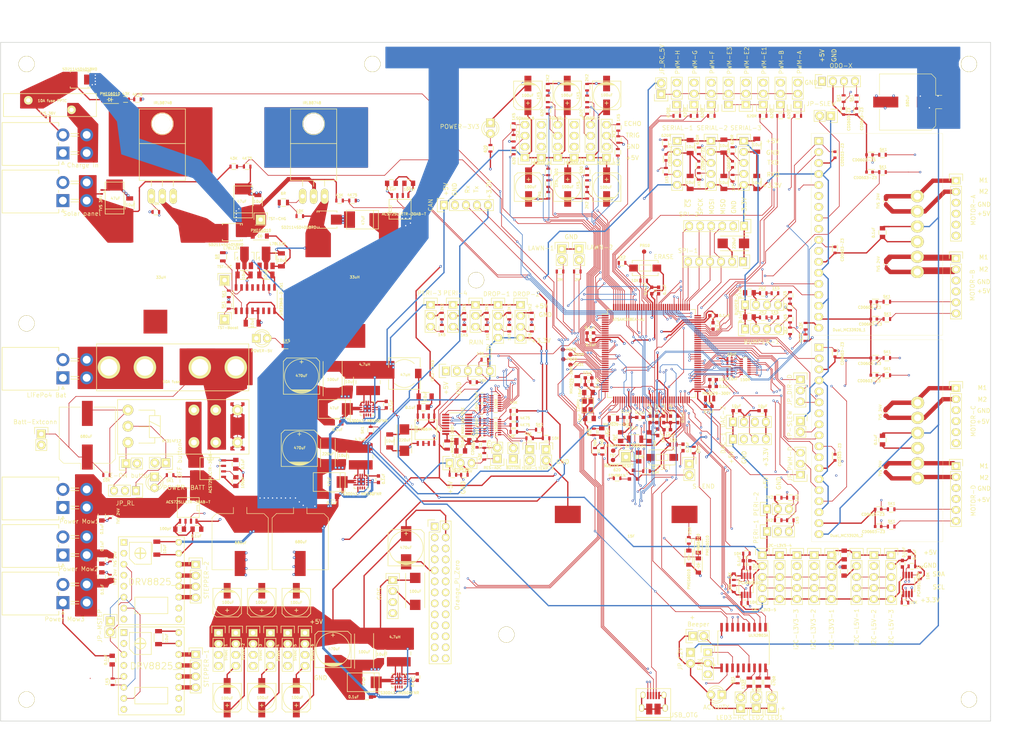
<source format=kicad_pcb>
(kicad_pcb (version 4) (host pcbnew 4.0.2+dfsg1-stable)

  (general
    (links 1093)
    (no_connects 0)
    (area 17.724999 19.55 259.414286 188.9525)
    (thickness 1.6)
    (drawings 84)
    (tracks 5156)
    (zones 0)
    (modules 421)
    (nets 339)
  )

  (page A4)
  (layers
    (0 F.Cu signal)
    (1 In1.Cu signal)
    (2 In2.Cu signal)
    (31 B.Cu signal)
    (32 B.Adhes user)
    (33 F.Adhes user)
    (34 B.Paste user)
    (35 F.Paste user)
    (36 B.SilkS user)
    (37 F.SilkS user)
    (38 B.Mask user)
    (39 F.Mask user)
    (40 Dwgs.User user)
    (41 Cmts.User user)
    (42 Eco1.User user)
    (43 Eco2.User user)
    (44 Edge.Cuts user)
    (45 Margin user)
    (46 B.CrtYd user)
    (47 F.CrtYd user)
    (48 B.Fab user)
    (49 F.Fab user)
  )

  (setup
    (last_trace_width 0.14)
    (trace_clearance 0.13)
    (zone_clearance 0.508)
    (zone_45_only no)
    (trace_min 0.14)
    (segment_width 0.2)
    (edge_width 0.15)
    (via_size 0.51)
    (via_drill 0.254)
    (via_min_size 0.51)
    (via_min_drill 0.254)
    (uvia_size 0.3)
    (uvia_drill 0.1)
    (uvias_allowed no)
    (uvia_min_size 0.2)
    (uvia_min_drill 0.1)
    (pcb_text_width 0.3)
    (pcb_text_size 1.5 1.5)
    (mod_edge_width 0.15)
    (mod_text_size 1 1)
    (mod_text_width 0.15)
    (pad_size 0.9 0.9)
    (pad_drill 0)
    (pad_to_mask_clearance 0.2)
    (aux_axis_origin 247 186)
    (visible_elements FFFFFF7F)
    (pcbplotparams
      (layerselection 0x010e0_80000007)
      (usegerberextensions false)
      (gerberprecision 5)
      (excludeedgelayer false)
      (linewidth 0.100000)
      (plotframeref false)
      (viasonmask false)
      (mode 1)
      (useauxorigin false)
      (hpglpennumber 1)
      (hpglpenspeed 20)
      (hpglpendiameter 15)
      (hpglpenoverlay 2)
      (psnegative false)
      (psa4output false)
      (plotreference false)
      (plotvalue true)
      (plotinvisibletext false)
      (padsonsilk false)
      (subtractmaskfromsilk false)
      (outputformat 1)
      (mirror false)
      (drillshape 0)
      (scaleselection 1)
      (outputdirectory output/))
  )

  (net 0 "")
  (net 1 5V)
  (net 2 GND)
  (net 3 "Net-(C13-Pad2)")
  (net 4 "Net-(C16-Pad1)")
  (net 5 "Net-(C17-Pad1)")
  (net 6 "Net-(C18-Pad1)")
  (net 7 3V3A)
  (net 8 VDDOUT)
  (net 9 3V3)
  (net 10 "Net-(C24-Pad1)")
  (net 11 "Net-(C25-Pad1)")
  (net 12 Vbatt)
  (net 13 "Net-(C30-Pad1)")
  (net 14 "Net-(C31-Pad1)")
  (net 15 "Net-(C34-Pad1)")
  (net 16 "Net-(C34-Pad2)")
  (net 17 "Net-(C35-Pad1)")
  (net 18 "Net-(C35-Pad2)")
  (net 19 "Net-(C38-Pad1)")
  (net 20 "Net-(C41-Pad1)")
  (net 21 "Net-(C44-Pad1)")
  (net 22 "Net-(C107-Pad1)")
  (net 23 "Net-(C48-Pad1)")
  (net 24 "Net-(C57-Pad1)")
  (net 25 ~EXTRST)
  (net 26 "Net-(C59-Pad1)")
  (net 27 "Net-(C61-Pad1)")
  (net 28 "Net-(C61-Pad2)")
  (net 29 Vsolar)
  (net 30 5Vsec)
  (net 31 "Net-(C65-Pad1)")
  (net 32 "Net-(C67-Pad1)")
  (net 33 "Net-(C72-Pad1)")
  (net 34 "Net-(C78-Pad1)")
  (net 35 "Net-(C82-Pad1)")
  (net 36 "Net-(C86-Pad1)")
  (net 37 "Net-(C96-Pad1)")
  (net 38 "Net-(C96-Pad2)")
  (net 39 NRSTB)
  (net 40 AD1)
  (net 41 AD0)
  (net 42 AD2)
  (net 43 AD3)
  (net 44 AD5)
  (net 45 AD4)
  (net 46 AD6)
  (net 47 AD7)
  (net 48 AD9)
  (net 49 AD8)
  (net 50 AD12)
  (net 51 AD11)
  (net 52 AD13)
  (net 53 AD10)
  (net 54 AD14)
  (net 55 AD15)
  (net 56 AD17)
  (net 57 AD16)
  (net 58 AD18)
  (net 59 AD19)
  (net 60 AD21)
  (net 61 AD20)
  (net 62 AD22)
  (net 63 BTTN)
  (net 64 "Net-(D1-Pad2)")
  (net 65 "Net-(D2-Pad2)")
  (net 66 "Net-(D3-Pad2)")
  (net 67 "Net-(D7-Pad1)")
  (net 68 Vcharge)
  (net 69 "Net-(D12-Pad1)")
  (net 70 "Net-(D13-Pad2)")
  (net 71 "Net-(D16-Pad1)")
  (net 72 ODO-X1)
  (net 73 ODO-X2)
  (net 74 RXD1)
  (net 75 RXD2)
  (net 76 FB-A)
  (net 77 FB-C)
  (net 78 FB-B)
  (net 79 FB-D)
  (net 80 RXD3)
  (net 81 ODO-A1)
  (net 82 ODO-B1)
  (net 83 ODO-C1)
  (net 84 ODO-D1)
  (net 85 ODO-A2)
  (net 86 ODO-B2)
  (net 87 ODO-C2)
  (net 88 ODO-D2)
  (net 89 "Net-(D35-Pad1)")
  (net 90 "Net-(D35-Pad2)")
  (net 91 "Net-(D36-Pad1)")
  (net 92 "Net-(D36-Pad2)")
  (net 93 "Net-(D37-Pad1)")
  (net 94 "Net-(D37-Pad2)")
  (net 95 "Net-(D38-Pad1)")
  (net 96 "Net-(D38-Pad2)")
  (net 97 ADC-RSV)
  (net 98 "Net-(C8-Pad1)")
  (net 99 "Net-(F1-Pad2)")
  (net 100 "Net-(F2-Pad1)")
  (net 101 DIR-D)
  (net 102 "Net-(JP1-Pad2)")
  (net 103 DIR-C)
  (net 104 "Net-(JP2-Pad2)")
  (net 105 "Net-(JP3-Pad2)")
  (net 106 PWM-D)
  (net 107 "Net-(JP4-Pad2)")
  (net 108 PWM-C)
  (net 109 "Net-(JP5-Pad1)")
  (net 110 "Net-(JP7-Pad2)")
  (net 111 LAWN-1R)
  (net 112 "Net-(P2-Pad3)")
  (net 113 "Net-(P2-Pad4)")
  (net 114 "Net-(P3-Pad3)")
  (net 115 "Net-(P3-Pad4)")
  (net 116 "Net-(P4-Pad3)")
  (net 117 "Net-(P4-Pad4)")
  (net 118 "Net-(P5-Pad3)")
  (net 119 "Net-(P5-Pad4)")
  (net 120 "Net-(P6-Pad3)")
  (net 121 "Net-(P6-Pad4)")
  (net 122 "Net-(P7-Pad3)")
  (net 123 "Net-(P7-Pad4)")
  (net 124 SHDN-RLY)
  (net 125 LAWN-2R)
  (net 126 "Net-(P11-Pad3)")
  (net 127 "Net-(P11-Pad4)")
  (net 128 "Net-(P12-Pad3)")
  (net 129 "Net-(P12-Pad4)")
  (net 130 "Net-(P13-Pad3)")
  (net 131 "Net-(P14-Pad3)")
  (net 132 "Net-(P15-Pad3)")
  (net 133 "Net-(P16-Pad3)")
  (net 134 "Net-(P17-Pad3)")
  (net 135 "Net-(P18-Pad3)")
  (net 136 "Net-(P19-Pad3)")
  (net 137 VUSB)
  (net 138 D-)
  (net 139 D+)
  (net 140 UOTGID)
  (net 141 S-END)
  (net 142 "Net-(P26-Pad2)")
  (net 143 "Net-(P27-Pad2)")
  (net 144 "Net-(P28-Pad1)")
  (net 145 "Net-(P28-Pad3)")
  (net 146 "Net-(P30-Pad2)")
  (net 147 CANRX)
  (net 148 CANTX)
  (net 149 "Net-(P34-Pad2)")
  (net 150 "Net-(P35-Pad1)")
  (net 151 "Net-(P35-Pad2)")
  (net 152 "Net-(P35-Pad3)")
  (net 153 "Net-(P35-Pad4)")
  (net 154 "Net-(P36-Pad1)")
  (net 155 "Net-(P36-Pad2)")
  (net 156 "Net-(P36-Pad3)")
  (net 157 "Net-(P36-Pad4)")
  (net 158 "Net-(P39-Pad1)")
  (net 159 "Net-(P39-Pad3)")
  (net 160 "Net-(P39-Pad5)")
  (net 161 "Net-(P39-Pad7)")
  (net 162 "Net-(P39-Pad8)")
  (net 163 "Net-(P39-Pad10)")
  (net 164 TXD0)
  (net 165 EXTERASE)
  (net 166 RXD0)
  (net 167 "Net-(P39-Pad16)")
  (net 168 "Net-(P39-Pad17)")
  (net 169 "Net-(P39-Pad18)")
  (net 170 "Net-(P39-Pad19)")
  (net 171 "Net-(P39-Pad21)")
  (net 172 "Net-(P39-Pad22)")
  (net 173 "Net-(P39-Pad23)")
  (net 174 "Net-(P39-Pad24)")
  (net 175 "Net-(P39-Pad26)")
  (net 176 DAC0)
  (net 177 DAC1)
  (net 178 "Net-(P45-Pad3)")
  (net 179 "Net-(P45-Pad4)")
  (net 180 SDA2)
  (net 181 SCL2)
  (net 182 "Net-(P49-Pad2)")
  (net 183 "Net-(P50-Pad3)")
  (net 184 "Net-(P50-Pad4)")
  (net 185 SPI0_MISO)
  (net 186 SPI0_MOSI)
  (net 187 SPI0_SPCK)
  (net 188 SPI0_CS1)
  (net 189 "Net-(P52-Pad3)")
  (net 190 "Net-(P52-Pad4)")
  (net 191 SPI0_CS2)
  (net 192 TEMP-1)
  (net 193 TEMP-2)
  (net 194 "Net-(P58-Pad3)")
  (net 195 "Net-(P58-Pad4)")
  (net 196 "Net-(P59-Pad3)")
  (net 197 "Net-(P59-Pad4)")
  (net 198 "Net-(P64-Pad3)")
  (net 199 "Net-(P65-Pad3)")
  (net 200 "Net-(P65-Pad4)")
  (net 201 "Net-(P67-Pad5)")
  (net 202 "Net-(P67-Pad6)")
  (net 203 "Net-(P68-Pad5)")
  (net 204 "Net-(P68-Pad6)")
  (net 205 "Net-(P69-Pad5)")
  (net 206 "Net-(P69-Pad6)")
  (net 207 "Net-(P70-Pad5)")
  (net 208 "Net-(P70-Pad6)")
  (net 209 "Net-(P71-Pad1)")
  (net 210 "Net-(P72-Pad1)")
  (net 211 "Net-(P73-Pad1)")
  (net 212 "Net-(P76-Pad1)")
  (net 213 "Net-(P77-Pad1)")
  (net 214 "Net-(P78-Pad1)")
  (net 215 "Net-(Q1-Pad1)")
  (net 216 FWUP)
  (net 217 "Net-(Q2-Pad1)")
  (net 218 "Net-(Q3-Pad1)")
  (net 219 LAWN-1S)
  (net 220 ECHO-1)
  (net 221 TRIG-1)
  (net 222 ECHO-2)
  (net 223 TRIG-2)
  (net 224 ECHO-3)
  (net 225 TRIG-3)
  (net 226 ECHO-4)
  (net 227 TRIG-4)
  (net 228 ECHO-5)
  (net 229 TRIG-5)
  (net 230 ECHO-6)
  (net 231 TRIG-6)
  (net 232 "Net-(C8-Pad2)")
  (net 233 LAWN-2S)
  (net 234 BMP-L1)
  (net 235 BMP-L2)
  (net 236 DROP-1)
  (net 237 DROP-2)
  (net 238 RAIN)
  (net 239 PERI-1)
  (net 240 PERI-2)
  (net 241 PERI-3)
  (net 242 PERI-4)
  (net 243 BMP-R1)
  (net 244 BMP-R2)
  (net 245 "Net-(R45-Pad2)")
  (net 246 "Net-(R46-Pad2)")
  (net 247 "Net-(R47-Pad2)")
  (net 248 "Net-(R50-Pad2)")
  (net 249 SVbatt)
  (net 250 "Net-(R54-Pad1)")
  (net 251 "Net-(R55-Pad1)")
  (net 252 PGOOD)
  (net 253 "Net-(R57-Pad1)")
  (net 254 SV3V3)
  (net 255 SV5V)
  (net 256 PWM-Boost)
  (net 257 PWM-CC)
  (net 258 SVsolar)
  (net 259 "Net-(R70-Pad2)")
  (net 260 SVin)
  (net 261 "Net-(R74-Pad2)")
  (net 262 SVcharge)
  (net 263 TXD1)
  (net 264 "Net-(R84-Pad2)")
  (net 265 SCL)
  (net 266 SDA)
  (net 267 TXD2)
  (net 268 "Net-(R93-Pad2)")
  (net 269 SV5Vsec)
  (net 270 TXD3)
  (net 271 PWM-E)
  (net 272 PWM-A)
  (net 273 PWM-B)
  (net 274 PWM-F)
  (net 275 PWM-G)
  (net 276 PWM-H)
  (net 277 "Net-(RL1-Pad14)")
  (net 278 "Net-(RL1-Pad12)")
  (net 279 SItotal)
  (net 280 SIcharge)
  (net 281 SImow)
  (net 282 LED1)
  (net 283 LED2)
  (net 284 LED3)
  (net 285 BEEPER)
  (net 286 "Net-(U1-Pad5)")
  (net 287 ACTIVITY)
  (net 288 PWM-FAN)
  (net 289 SHUTDOWN)
  (net 290 "Net-(U1-Pad14)")
  (net 291 "Net-(U4-Pad6)")
  (net 292 "Net-(U4-Pad7)")
  (net 293 "Net-(U4-Pad8)")
  (net 294 "Net-(U4-Pad9)")
  (net 295 "Net-(U5-Pad6)")
  (net 296 "Net-(U5-Pad7)")
  (net 297 "Net-(U5-Pad9)")
  (net 298 ~SFLT-1)
  (net 299 ~SFLT-2)
  (net 300 "Net-(U6-Pad28)")
  (net 301 "Net-(U6-Pad29)")
  (net 302 "Net-(U6-Pad30)")
  (net 303 "Net-(U6-Pad31)")
  (net 304 "Net-(U6-Pad46)")
  (net 305 "Net-(U6-Pad50)")
  (net 306 "Net-(U6-Pad51)")
  (net 307 ~SF~-D)
  (net 308 MOT-EN2)
  (net 309 ~SF~-C)
  (net 310 DIR-B)
  (net 311 ~SF~-B)
  (net 312 MOT-EN1)
  (net 313 DIR-A)
  (net 314 ~SF~-A)
  (net 315 "Net-(U6-Pad128)")
  (net 316 STEP)
  (net 317 SDIR)
  (net 318 ~SRST)
  (net 319 "Net-(U7-Pad7)")
  (net 320 "Net-(U7-Pad2)")
  (net 321 "Net-(U8-Pad6)")
  (net 322 "Net-(U8-Pad7)")
  (net 323 "Net-(U8-Pad12)")
  (net 324 "Net-(U8-Pad13)")
  (net 325 "Net-(U15-Pad6)")
  (net 326 "Net-(U15-Pad7)")
  (net 327 "Net-(U15-Pad8)")
  (net 328 "Net-(U15-Pad9)")
  (net 329 "Net-(X4-Pad1)")
  (net 330 "Net-(X4-Pad2)")
  (net 331 "Net-(X4-Pad4)")
  (net 332 "Net-(X5-Pad1)")
  (net 333 "Net-(X5-Pad2)")
  (net 334 "Net-(X5-Pad4)")
  (net 335 "Net-(D7-Pad2)")
  (net 336 "Net-(JP6-Pad1)")
  (net 337 "Net-(JP6-Pad3)")
  (net 338 "Net-(C110-Pad1)")

  (net_class Default "This is the default net class."
    (clearance 0.13)
    (trace_width 0.14)
    (via_dia 0.51)
    (via_drill 0.254)
    (uvia_dia 0.3)
    (uvia_drill 0.1)
    (add_net ACTIVITY)
    (add_net AD0)
    (add_net AD1)
    (add_net AD10)
    (add_net AD11)
    (add_net AD12)
    (add_net AD13)
    (add_net AD14)
    (add_net AD15)
    (add_net AD16)
    (add_net AD17)
    (add_net AD18)
    (add_net AD19)
    (add_net AD2)
    (add_net AD20)
    (add_net AD21)
    (add_net AD22)
    (add_net AD3)
    (add_net AD4)
    (add_net AD5)
    (add_net AD6)
    (add_net AD7)
    (add_net AD8)
    (add_net AD9)
    (add_net ADC-RSV)
    (add_net BEEPER)
    (add_net BMP-L1)
    (add_net BMP-L2)
    (add_net BMP-R1)
    (add_net BMP-R2)
    (add_net BTTN)
    (add_net CANRX)
    (add_net CANTX)
    (add_net D+)
    (add_net D-)
    (add_net DAC0)
    (add_net DAC1)
    (add_net DIR-A)
    (add_net DIR-B)
    (add_net DIR-C)
    (add_net DIR-D)
    (add_net DROP-1)
    (add_net DROP-2)
    (add_net ECHO-1)
    (add_net ECHO-2)
    (add_net ECHO-3)
    (add_net ECHO-4)
    (add_net ECHO-5)
    (add_net ECHO-6)
    (add_net EXTERASE)
    (add_net FB-A)
    (add_net FB-B)
    (add_net FB-C)
    (add_net FB-D)
    (add_net FWUP)
    (add_net LAWN-1R)
    (add_net LAWN-1S)
    (add_net LAWN-2R)
    (add_net LAWN-2S)
    (add_net LED1)
    (add_net LED2)
    (add_net LED3)
    (add_net MOT-EN1)
    (add_net MOT-EN2)
    (add_net NRSTB)
    (add_net "Net-(C107-Pad1)")
    (add_net "Net-(C110-Pad1)")
    (add_net "Net-(C13-Pad2)")
    (add_net "Net-(C16-Pad1)")
    (add_net "Net-(C17-Pad1)")
    (add_net "Net-(C18-Pad1)")
    (add_net "Net-(C24-Pad1)")
    (add_net "Net-(C25-Pad1)")
    (add_net "Net-(C30-Pad1)")
    (add_net "Net-(C31-Pad1)")
    (add_net "Net-(C34-Pad2)")
    (add_net "Net-(C35-Pad2)")
    (add_net "Net-(C38-Pad1)")
    (add_net "Net-(C41-Pad1)")
    (add_net "Net-(C44-Pad1)")
    (add_net "Net-(C57-Pad1)")
    (add_net "Net-(C72-Pad1)")
    (add_net "Net-(C78-Pad1)")
    (add_net "Net-(C8-Pad1)")
    (add_net "Net-(C8-Pad2)")
    (add_net "Net-(C86-Pad1)")
    (add_net "Net-(C96-Pad2)")
    (add_net "Net-(D1-Pad2)")
    (add_net "Net-(D12-Pad1)")
    (add_net "Net-(D13-Pad2)")
    (add_net "Net-(D16-Pad1)")
    (add_net "Net-(D2-Pad2)")
    (add_net "Net-(D3-Pad2)")
    (add_net "Net-(F1-Pad2)")
    (add_net "Net-(F2-Pad1)")
    (add_net "Net-(JP1-Pad2)")
    (add_net "Net-(JP2-Pad2)")
    (add_net "Net-(JP3-Pad2)")
    (add_net "Net-(JP4-Pad2)")
    (add_net "Net-(JP5-Pad1)")
    (add_net "Net-(JP6-Pad1)")
    (add_net "Net-(JP6-Pad3)")
    (add_net "Net-(JP7-Pad2)")
    (add_net "Net-(P11-Pad3)")
    (add_net "Net-(P11-Pad4)")
    (add_net "Net-(P12-Pad3)")
    (add_net "Net-(P12-Pad4)")
    (add_net "Net-(P13-Pad3)")
    (add_net "Net-(P14-Pad3)")
    (add_net "Net-(P15-Pad3)")
    (add_net "Net-(P16-Pad3)")
    (add_net "Net-(P17-Pad3)")
    (add_net "Net-(P18-Pad3)")
    (add_net "Net-(P19-Pad3)")
    (add_net "Net-(P2-Pad3)")
    (add_net "Net-(P2-Pad4)")
    (add_net "Net-(P26-Pad2)")
    (add_net "Net-(P27-Pad2)")
    (add_net "Net-(P28-Pad1)")
    (add_net "Net-(P28-Pad3)")
    (add_net "Net-(P3-Pad3)")
    (add_net "Net-(P3-Pad4)")
    (add_net "Net-(P30-Pad2)")
    (add_net "Net-(P34-Pad2)")
    (add_net "Net-(P39-Pad1)")
    (add_net "Net-(P39-Pad10)")
    (add_net "Net-(P39-Pad16)")
    (add_net "Net-(P39-Pad17)")
    (add_net "Net-(P39-Pad18)")
    (add_net "Net-(P39-Pad19)")
    (add_net "Net-(P39-Pad21)")
    (add_net "Net-(P39-Pad22)")
    (add_net "Net-(P39-Pad23)")
    (add_net "Net-(P39-Pad24)")
    (add_net "Net-(P39-Pad26)")
    (add_net "Net-(P39-Pad3)")
    (add_net "Net-(P39-Pad5)")
    (add_net "Net-(P39-Pad7)")
    (add_net "Net-(P39-Pad8)")
    (add_net "Net-(P4-Pad3)")
    (add_net "Net-(P4-Pad4)")
    (add_net "Net-(P45-Pad3)")
    (add_net "Net-(P45-Pad4)")
    (add_net "Net-(P49-Pad2)")
    (add_net "Net-(P5-Pad3)")
    (add_net "Net-(P5-Pad4)")
    (add_net "Net-(P50-Pad3)")
    (add_net "Net-(P50-Pad4)")
    (add_net "Net-(P52-Pad3)")
    (add_net "Net-(P52-Pad4)")
    (add_net "Net-(P58-Pad3)")
    (add_net "Net-(P58-Pad4)")
    (add_net "Net-(P59-Pad3)")
    (add_net "Net-(P59-Pad4)")
    (add_net "Net-(P6-Pad3)")
    (add_net "Net-(P6-Pad4)")
    (add_net "Net-(P64-Pad3)")
    (add_net "Net-(P65-Pad3)")
    (add_net "Net-(P65-Pad4)")
    (add_net "Net-(P67-Pad5)")
    (add_net "Net-(P67-Pad6)")
    (add_net "Net-(P68-Pad5)")
    (add_net "Net-(P68-Pad6)")
    (add_net "Net-(P69-Pad5)")
    (add_net "Net-(P69-Pad6)")
    (add_net "Net-(P7-Pad3)")
    (add_net "Net-(P7-Pad4)")
    (add_net "Net-(P70-Pad5)")
    (add_net "Net-(P70-Pad6)")
    (add_net "Net-(P71-Pad1)")
    (add_net "Net-(P72-Pad1)")
    (add_net "Net-(P73-Pad1)")
    (add_net "Net-(P76-Pad1)")
    (add_net "Net-(P77-Pad1)")
    (add_net "Net-(P78-Pad1)")
    (add_net "Net-(Q1-Pad1)")
    (add_net "Net-(Q2-Pad1)")
    (add_net "Net-(Q3-Pad1)")
    (add_net "Net-(R45-Pad2)")
    (add_net "Net-(R46-Pad2)")
    (add_net "Net-(R47-Pad2)")
    (add_net "Net-(R50-Pad2)")
    (add_net "Net-(R54-Pad1)")
    (add_net "Net-(R55-Pad1)")
    (add_net "Net-(R57-Pad1)")
    (add_net "Net-(R70-Pad2)")
    (add_net "Net-(R74-Pad2)")
    (add_net "Net-(R84-Pad2)")
    (add_net "Net-(R93-Pad2)")
    (add_net "Net-(RL1-Pad12)")
    (add_net "Net-(RL1-Pad14)")
    (add_net "Net-(U1-Pad14)")
    (add_net "Net-(U1-Pad5)")
    (add_net "Net-(U15-Pad6)")
    (add_net "Net-(U15-Pad7)")
    (add_net "Net-(U15-Pad8)")
    (add_net "Net-(U15-Pad9)")
    (add_net "Net-(U4-Pad6)")
    (add_net "Net-(U4-Pad7)")
    (add_net "Net-(U4-Pad8)")
    (add_net "Net-(U4-Pad9)")
    (add_net "Net-(U5-Pad6)")
    (add_net "Net-(U5-Pad7)")
    (add_net "Net-(U5-Pad9)")
    (add_net "Net-(U6-Pad128)")
    (add_net "Net-(U6-Pad28)")
    (add_net "Net-(U6-Pad29)")
    (add_net "Net-(U6-Pad30)")
    (add_net "Net-(U6-Pad31)")
    (add_net "Net-(U6-Pad46)")
    (add_net "Net-(U6-Pad50)")
    (add_net "Net-(U6-Pad51)")
    (add_net "Net-(U7-Pad2)")
    (add_net "Net-(U7-Pad7)")
    (add_net "Net-(U8-Pad12)")
    (add_net "Net-(U8-Pad13)")
    (add_net "Net-(U8-Pad6)")
    (add_net "Net-(U8-Pad7)")
    (add_net "Net-(X4-Pad1)")
    (add_net "Net-(X4-Pad2)")
    (add_net "Net-(X4-Pad4)")
    (add_net "Net-(X5-Pad1)")
    (add_net "Net-(X5-Pad2)")
    (add_net "Net-(X5-Pad4)")
    (add_net ODO-A1)
    (add_net ODO-A2)
    (add_net ODO-B1)
    (add_net ODO-B2)
    (add_net ODO-C1)
    (add_net ODO-C2)
    (add_net ODO-D1)
    (add_net ODO-D2)
    (add_net ODO-X1)
    (add_net ODO-X2)
    (add_net PERI-1)
    (add_net PERI-2)
    (add_net PERI-3)
    (add_net PERI-4)
    (add_net PGOOD)
    (add_net PWM-A)
    (add_net PWM-B)
    (add_net PWM-Boost)
    (add_net PWM-C)
    (add_net PWM-CC)
    (add_net PWM-D)
    (add_net PWM-E)
    (add_net PWM-F)
    (add_net PWM-FAN)
    (add_net PWM-G)
    (add_net PWM-H)
    (add_net RAIN)
    (add_net RXD0)
    (add_net RXD1)
    (add_net RXD2)
    (add_net RXD3)
    (add_net S-END)
    (add_net SCL)
    (add_net SCL2)
    (add_net SDA)
    (add_net SDA2)
    (add_net SDIR)
    (add_net SHDN-RLY)
    (add_net SHUTDOWN)
    (add_net SIcharge)
    (add_net SImow)
    (add_net SItotal)
    (add_net SPI0_CS1)
    (add_net SPI0_CS2)
    (add_net SPI0_MISO)
    (add_net SPI0_MOSI)
    (add_net SPI0_SPCK)
    (add_net STEP)
    (add_net SV3V3)
    (add_net SV5V)
    (add_net SV5Vsec)
    (add_net SVbatt)
    (add_net SVcharge)
    (add_net SVin)
    (add_net SVsolar)
    (add_net TEMP-1)
    (add_net TEMP-2)
    (add_net TRIG-1)
    (add_net TRIG-2)
    (add_net TRIG-3)
    (add_net TRIG-4)
    (add_net TRIG-5)
    (add_net TRIG-6)
    (add_net TXD0)
    (add_net TXD1)
    (add_net TXD2)
    (add_net TXD3)
    (add_net UOTGID)
    (add_net VDDOUT)
    (add_net VUSB)
    (add_net ~EXTRST)
    (add_net ~SFLT-1)
    (add_net ~SFLT-2)
    (add_net ~SF~-A)
    (add_net ~SF~-B)
    (add_net ~SF~-C)
    (add_net ~SF~-D)
    (add_net ~SRST)
  )

  (net_class "High power" ""
    (clearance 0.3)
    (trace_width 3)
    (via_dia 0.51)
    (via_drill 0.254)
    (uvia_dia 0.3)
    (uvia_drill 0.1)
  )

  (net_class Mid-power ""
    (clearance 0.13)
    (trace_width 1)
    (via_dia 1)
    (via_drill 0.6)
    (uvia_dia 0.3)
    (uvia_drill 0.1)
    (add_net "Net-(D35-Pad1)")
    (add_net "Net-(D35-Pad2)")
    (add_net "Net-(D36-Pad1)")
    (add_net "Net-(D36-Pad2)")
    (add_net "Net-(D37-Pad1)")
    (add_net "Net-(D37-Pad2)")
    (add_net "Net-(D38-Pad1)")
    (add_net "Net-(D38-Pad2)")
    (add_net "Net-(P35-Pad1)")
    (add_net "Net-(P35-Pad2)")
    (add_net "Net-(P35-Pad3)")
    (add_net "Net-(P35-Pad4)")
    (add_net "Net-(P36-Pad1)")
    (add_net "Net-(P36-Pad2)")
    (add_net "Net-(P36-Pad3)")
    (add_net "Net-(P36-Pad4)")
  )

  (net_class Small-power ""
    (clearance 0.13)
    (trace_width 0.3)
    (via_dia 0.6)
    (via_drill 0.3)
    (uvia_dia 0.3)
    (uvia_drill 0.1)
    (add_net 3V3)
    (add_net 3V3A)
    (add_net 5V)
    (add_net 5Vsec)
    (add_net GND)
    (add_net "Net-(C34-Pad1)")
    (add_net "Net-(C35-Pad1)")
    (add_net "Net-(C48-Pad1)")
    (add_net "Net-(C59-Pad1)")
    (add_net "Net-(C61-Pad1)")
    (add_net "Net-(C61-Pad2)")
    (add_net "Net-(C65-Pad1)")
    (add_net "Net-(C67-Pad1)")
    (add_net "Net-(C82-Pad1)")
    (add_net "Net-(C96-Pad1)")
    (add_net "Net-(D7-Pad1)")
    (add_net "Net-(D7-Pad2)")
    (add_net Vbatt)
    (add_net Vcharge)
    (add_net Vsolar)
  )

  (module Connect:USB_Micro-B_10103594-0001LF (layer F.Cu) (tedit 5964F017) (tstamp 595ED203)
    (at 169 181.6)
    (descr "Micro USB Type B 10103594-0001LF")
    (tags "USB USB_B USB_micro USB_OTG")
    (path /595B5ACF)
    (attr smd)
    (fp_text reference P20 (at -1.5 -4.625) (layer F.Fab)
      (effects (font (size 0.6 0.6) (thickness 0.125)))
    )
    (fp_text value USB_OTG (at 7 3) (layer F.SilkS)
      (effects (font (size 1 1) (thickness 0.125)))
    )
    (fp_line (start -4.25 -3.4) (end 4.25 -3.4) (layer F.CrtYd) (width 0.05))
    (fp_line (start 4.25 -3.4) (end 4.25 4.45) (layer F.CrtYd) (width 0.05))
    (fp_line (start 4.25 4.45) (end -4.25 4.45) (layer F.CrtYd) (width 0.05))
    (fp_line (start -4.25 4.45) (end -4.25 -3.4) (layer F.CrtYd) (width 0.05))
    (fp_line (start -4 4.195) (end 4 4.195) (layer F.SilkS) (width 0.15))
    (fp_line (start -4 -3.125) (end 4 -3.125) (layer F.SilkS) (width 0.15))
    (fp_line (start 4 -3.125) (end 4 4.195) (layer F.SilkS) (width 0.15))
    (fp_line (start 4 3.575) (end -4 3.575) (layer F.SilkS) (width 0.15))
    (fp_line (start -4 4.195) (end -4 -3.125) (layer F.SilkS) (width 0.15))
    (pad 1 smd rect (at -1.3 -1.5 90) (size 1.65 0.4) (layers F.Cu F.Paste F.Mask)
      (net 137 VUSB))
    (pad 2 smd rect (at -0.65 -1.5 90) (size 1.65 0.4) (layers F.Cu F.Paste F.Mask)
      (net 138 D-))
    (pad 3 smd rect (at -0.0009 -1.5 90) (size 1.65 0.4) (layers F.Cu F.Paste F.Mask)
      (net 139 D+))
    (pad 4 smd rect (at 0.65 -1.5 90) (size 1.65 0.4) (layers F.Cu F.Paste F.Mask)
      (net 140 UOTGID))
    (pad 5 smd rect (at 1.3 -1.5 90) (size 1.65 0.4) (layers F.Cu F.Paste F.Mask)
      (net 2 GND))
    (pad 6 thru_hole oval (at -2.425 -1.625 90) (size 1.5 1.1) (drill oval 1.05 0.65) (layers *.Cu *.Mask F.SilkS)
      (net 2 GND))
    (pad 6 thru_hole oval (at 2.425 -1.625 90) (size 1.5 1.1) (drill oval 1.05 0.65) (layers *.Cu *.Mask F.SilkS)
      (net 2 GND))
    (pad 6 thru_hole oval (at -2.725 1.375 90) (size 1.7 1.2) (drill oval 1.2 0.7) (layers *.Cu *.Mask F.SilkS)
      (net 2 GND))
    (pad 6 thru_hole oval (at 2.725 1.375 90) (size 1.7 1.2) (drill oval 1.2 0.7) (layers *.Cu *.Mask F.SilkS)
      (net 2 GND))
    (pad 6 smd rect (at -0.9625 1.625 90) (size 2.5 1.425) (layers F.Cu F.Paste F.Mask)
      (net 2 GND))
    (pad 6 smd rect (at 0.9625 1.625 90) (size 2.5 1.425) (layers F.Cu F.Paste F.Mask)
      (net 2 GND))
  )

  (module AC-Stuff:Drill-3.5mm (layer F.Cu) (tedit 5964ECDF) (tstamp 596E50BC)
    (at 128 84)
    (fp_text reference REF** (at 0 0.5) (layer F.SilkS) hide
      (effects (font (size 1 1) (thickness 0.15)))
    )
    (fp_text value Drill-3.5mm (at 0 -0.5) (layer F.Fab) hide
      (effects (font (size 1 1) (thickness 0.15)))
    )
    (pad "" np_thru_hole circle (at 0 0) (size 3.7 3.7) (drill 3.5) (layers *.Cu *.Mask F.SilkS))
  )

  (module AC-Stuff:Drill-3.5mm (layer F.Cu) (tedit 5964ECDF) (tstamp 596E50B8)
    (at 135 166)
    (fp_text reference REF** (at 0 0.5) (layer F.SilkS) hide
      (effects (font (size 1 1) (thickness 0.15)))
    )
    (fp_text value Drill-3.5mm (at 0 -0.5) (layer F.Fab) hide
      (effects (font (size 1 1) (thickness 0.15)))
    )
    (pad "" np_thru_hole circle (at 0 0) (size 3.7 3.7) (drill 3.5) (layers *.Cu *.Mask F.SilkS))
  )

  (module AC-Stuff:Drill-3.5mm (layer F.Cu) (tedit 5964ECDF) (tstamp 596E50B4)
    (at 242 181)
    (fp_text reference REF** (at 0 0.5) (layer F.SilkS) hide
      (effects (font (size 1 1) (thickness 0.15)))
    )
    (fp_text value Drill-3.5mm (at 0 -0.5) (layer F.Fab) hide
      (effects (font (size 1 1) (thickness 0.15)))
    )
    (pad "" np_thru_hole circle (at 0 0) (size 3.7 3.7) (drill 3.5) (layers *.Cu *.Mask F.SilkS))
  )

  (module AC-Stuff:Drill-3.5mm (layer F.Cu) (tedit 5964ECDF) (tstamp 596E50B0)
    (at 242 34)
    (fp_text reference REF** (at 0 0.5) (layer F.SilkS) hide
      (effects (font (size 1 1) (thickness 0.15)))
    )
    (fp_text value Drill-3.5mm (at 0 -0.5) (layer F.Fab) hide
      (effects (font (size 1 1) (thickness 0.15)))
    )
    (pad "" np_thru_hole circle (at 0 0) (size 3.7 3.7) (drill 3.5) (layers *.Cu *.Mask F.SilkS))
  )

  (module AC-Stuff:Drill-3.5mm (layer F.Cu) (tedit 5964ECDF) (tstamp 596E50AC)
    (at 104 34)
    (fp_text reference REF** (at 0 0.5) (layer F.SilkS) hide
      (effects (font (size 1 1) (thickness 0.15)))
    )
    (fp_text value Drill-3.5mm (at 0 -0.5) (layer F.Fab) hide
      (effects (font (size 1 1) (thickness 0.15)))
    )
    (pad "" np_thru_hole circle (at 0 0) (size 3.7 3.7) (drill 3.5) (layers *.Cu *.Mask F.SilkS))
  )

  (module AC-Stuff:Drill-3.5mm (layer F.Cu) (tedit 5964ECDF) (tstamp 596E50A8)
    (at 24 181)
    (fp_text reference REF** (at 0 0.5) (layer F.SilkS) hide
      (effects (font (size 1 1) (thickness 0.15)))
    )
    (fp_text value Drill-3.5mm (at 0 -0.5) (layer F.Fab) hide
      (effects (font (size 1 1) (thickness 0.15)))
    )
    (pad "" np_thru_hole circle (at 0 0) (size 3.7 3.7) (drill 3.5) (layers *.Cu *.Mask F.SilkS))
  )

  (module AC-Stuff:Drill-3.5mm (layer F.Cu) (tedit 5964ECDF) (tstamp 596E50A4)
    (at 24 94)
    (fp_text reference REF** (at 0 0.5) (layer F.SilkS) hide
      (effects (font (size 1 1) (thickness 0.15)))
    )
    (fp_text value Drill-3.5mm (at 0 -0.5) (layer F.Fab) hide
      (effects (font (size 1 1) (thickness 0.15)))
    )
    (pad "" np_thru_hole circle (at 0 0) (size 3.7 3.7) (drill 3.5) (layers *.Cu *.Mask F.SilkS))
  )

  (module Pin_Headers:Pin_Header_Straight_1x03 (layer F.Cu) (tedit 5964F36E) (tstamp 595ED1DF)
    (at 195.27 142.14 90)
    (descr "Through hole pin header")
    (tags "pin header")
    (path /59652146)
    (fp_text reference P16 (at 0 -5.1 90) (layer F.Fab)
      (effects (font (size 0.6 0.6) (thickness 0.125)))
    )
    (fp_text value PERI-1 (at -0.02 -2.53 90) (layer F.SilkS)
      (effects (font (size 1 1) (thickness 0.125)))
    )
    (fp_line (start -1.75 -1.75) (end -1.75 6.85) (layer F.CrtYd) (width 0.05))
    (fp_line (start 1.75 -1.75) (end 1.75 6.85) (layer F.CrtYd) (width 0.05))
    (fp_line (start -1.75 -1.75) (end 1.75 -1.75) (layer F.CrtYd) (width 0.05))
    (fp_line (start -1.75 6.85) (end 1.75 6.85) (layer F.CrtYd) (width 0.05))
    (fp_line (start -1.27 1.27) (end -1.27 6.35) (layer F.SilkS) (width 0.15))
    (fp_line (start -1.27 6.35) (end 1.27 6.35) (layer F.SilkS) (width 0.15))
    (fp_line (start 1.27 6.35) (end 1.27 1.27) (layer F.SilkS) (width 0.15))
    (fp_line (start 1.55 -1.55) (end 1.55 0) (layer F.SilkS) (width 0.15))
    (fp_line (start 1.27 1.27) (end -1.27 1.27) (layer F.SilkS) (width 0.15))
    (fp_line (start -1.55 0) (end -1.55 -1.55) (layer F.SilkS) (width 0.15))
    (fp_line (start -1.55 -1.55) (end 1.55 -1.55) (layer F.SilkS) (width 0.15))
    (pad 1 thru_hole rect (at 0 0 90) (size 2.032 1.7272) (drill 1.016) (layers *.Cu *.Mask F.SilkS)
      (net 1 5V))
    (pad 2 thru_hole oval (at 0 2.54 90) (size 2.032 1.7272) (drill 1.016) (layers *.Cu *.Mask F.SilkS)
      (net 2 GND))
    (pad 3 thru_hole oval (at 0 5.08 90) (size 2.032 1.7272) (drill 1.016) (layers *.Cu *.Mask F.SilkS)
      (net 133 "Net-(P16-Pad3)"))
    (model Pin_Headers.3dshapes/Pin_Header_Straight_1x03.wrl
      (at (xyz 0 -0.1 0))
      (scale (xyz 1 1 1))
      (rotate (xyz 0 0 90))
    )
  )

  (module Pin_Headers:Pin_Header_Straight_1x05 (layer F.Cu) (tedit 54EA0684) (tstamp 595ED2EC)
    (at 121 105 90)
    (descr "Through hole pin header")
    (tags "pin header")
    (path /5961AA87)
    (fp_text reference P47 (at 0 -5.1 90) (layer F.Fab)
      (effects (font (size 0.6 0.6) (thickness 0.125)))
    )
    (fp_text value I2C2-L3V3 (at 0 -3.1 90) (layer F.SilkS)
      (effects (font (size 0.6 0.6) (thickness 0.125)))
    )
    (fp_line (start -1.55 0) (end -1.55 -1.55) (layer F.SilkS) (width 0.15))
    (fp_line (start -1.55 -1.55) (end 1.55 -1.55) (layer F.SilkS) (width 0.15))
    (fp_line (start 1.55 -1.55) (end 1.55 0) (layer F.SilkS) (width 0.15))
    (fp_line (start -1.75 -1.75) (end -1.75 11.95) (layer F.CrtYd) (width 0.05))
    (fp_line (start 1.75 -1.75) (end 1.75 11.95) (layer F.CrtYd) (width 0.05))
    (fp_line (start -1.75 -1.75) (end 1.75 -1.75) (layer F.CrtYd) (width 0.05))
    (fp_line (start -1.75 11.95) (end 1.75 11.95) (layer F.CrtYd) (width 0.05))
    (fp_line (start 1.27 1.27) (end 1.27 11.43) (layer F.SilkS) (width 0.15))
    (fp_line (start 1.27 11.43) (end -1.27 11.43) (layer F.SilkS) (width 0.15))
    (fp_line (start -1.27 11.43) (end -1.27 1.27) (layer F.SilkS) (width 0.15))
    (fp_line (start 1.27 1.27) (end -1.27 1.27) (layer F.SilkS) (width 0.15))
    (pad 1 thru_hole rect (at 0 0 90) (size 2.032 1.7272) (drill 1.016) (layers *.Cu *.Mask F.SilkS)
      (net 1 5V))
    (pad 2 thru_hole oval (at 0 2.54 90) (size 2.032 1.7272) (drill 1.016) (layers *.Cu *.Mask F.SilkS)
      (net 2 GND))
    (pad 3 thru_hole oval (at 0 5.08 90) (size 2.032 1.7272) (drill 1.016) (layers *.Cu *.Mask F.SilkS)
      (net 180 SDA2))
    (pad 4 thru_hole oval (at 0 7.62 90) (size 2.032 1.7272) (drill 1.016) (layers *.Cu *.Mask F.SilkS)
      (net 181 SCL2))
    (pad 5 thru_hole oval (at 0 10.16 90) (size 2.032 1.7272) (drill 1.016) (layers *.Cu *.Mask F.SilkS)
      (net 9 3V3))
    (model Pin_Headers.3dshapes/Pin_Header_Straight_1x05.wrl
      (at (xyz 0 -0.2 0))
      (scale (xyz 1 1 1))
      (rotate (xyz 0 0 90))
    )
  )

  (module Diodes_SMD:SOD-123 (layer F.Cu) (tedit 5964DF62) (tstamp 595ED06D)
    (at 43.3 42.24 180)
    (descr SOD-123)
    (tags SOD-123)
    (path /5967DAFD)
    (attr smd)
    (fp_text reference D16 (at 0 -2 180) (layer F.Fab)
      (effects (font (size 0.6 0.6) (thickness 0.125)))
    )
    (fp_text value PMEG6010 (at 0 1.34 180) (layer F.SilkS)
      (effects (font (size 0.6 0.6) (thickness 0.125)))
    )
    (fp_line (start 0.3175 0) (end 0.6985 0) (layer F.SilkS) (width 0.15))
    (fp_line (start -0.6985 0) (end -0.3175 0) (layer F.SilkS) (width 0.15))
    (fp_line (start -0.3175 0) (end 0.3175 -0.381) (layer F.SilkS) (width 0.15))
    (fp_line (start 0.3175 -0.381) (end 0.3175 0.381) (layer F.SilkS) (width 0.15))
    (fp_line (start 0.3175 0.381) (end -0.3175 0) (layer F.SilkS) (width 0.15))
    (fp_line (start -0.3175 -0.508) (end -0.3175 0.508) (layer F.SilkS) (width 0.15))
    (fp_line (start -2.25 -1.05) (end 2.25 -1.05) (layer F.CrtYd) (width 0.05))
    (fp_line (start 2.25 -1.05) (end 2.25 1.05) (layer F.CrtYd) (width 0.05))
    (fp_line (start 2.25 1.05) (end -2.25 1.05) (layer F.CrtYd) (width 0.05))
    (fp_line (start -2.25 -1.05) (end -2.25 1.05) (layer F.CrtYd) (width 0.05))
    (fp_line (start -2 0.9) (end 1.54 0.9) (layer F.SilkS) (width 0.15))
    (fp_line (start -2 -0.9) (end 1.54 -0.9) (layer F.SilkS) (width 0.15))
    (pad 1 smd rect (at -1.635 0 180) (size 0.91 1.22) (layers F.Cu F.Paste F.Mask)
      (net 71 "Net-(D16-Pad1)"))
    (pad 2 smd rect (at 1.635 0 180) (size 0.91 1.22) (layers F.Cu F.Paste F.Mask)
      (net 68 Vcharge))
  )

  (module Capacitors_SMD:C_0603 (layer F.Cu) (tedit 595FFCA4) (tstamp 595ECEC3)
    (at 181.8 113.2)
    (descr "Capacitor SMD 0603, reflow soldering, AVX (see smccp.pdf)")
    (tags "capacitor 0603")
    (path /59599F1B)
    (attr smd)
    (fp_text reference C66 (at 0 -1.9) (layer F.Fab)
      (effects (font (size 0.6 0.6) (thickness 0.125)))
    )
    (fp_text value 0.1uF (at 0 1.2) (layer F.SilkS)
      (effects (font (size 0.6 0.6) (thickness 0.125)))
    )
    (fp_line (start -1.45 -0.75) (end 1.45 -0.75) (layer F.CrtYd) (width 0.05))
    (fp_line (start -1.45 0.75) (end 1.45 0.75) (layer F.CrtYd) (width 0.05))
    (fp_line (start -1.45 -0.75) (end -1.45 0.75) (layer F.CrtYd) (width 0.05))
    (fp_line (start 1.45 -0.75) (end 1.45 0.75) (layer F.CrtYd) (width 0.05))
    (fp_line (start -0.35 -0.6) (end 0.35 -0.6) (layer F.SilkS) (width 0.15))
    (fp_line (start 0.35 0.6) (end -0.35 0.6) (layer F.SilkS) (width 0.15))
    (pad 1 smd rect (at -0.75 0) (size 0.8 0.75) (layers F.Cu F.Paste F.Mask)
      (net 7 3V3A))
    (pad 2 smd rect (at 0.75 0) (size 0.8 0.75) (layers F.Cu F.Paste F.Mask)
      (net 2 GND))
    (model Capacitors_SMD.3dshapes/C_0603.wrl
      (at (xyz 0 0 0))
      (scale (xyz 1 1 1))
      (rotate (xyz 0 0 0))
    )
  )

  (module Capacitors_SMD:C_0805 (layer F.Cu) (tedit 59603C27) (tstamp 595ECDC7)
    (at 154 110)
    (descr "Capacitor SMD 0805, reflow soldering, AVX (see smccp.pdf)")
    (tags "capacitor 0805")
    (path /5956790A)
    (attr smd)
    (fp_text reference C24 (at 0 -2.1) (layer F.Fab)
      (effects (font (size 0.6 0.6) (thickness 0.125)))
    )
    (fp_text value 18pF (at -2 0 90) (layer F.SilkS)
      (effects (font (size 0.6 0.6) (thickness 0.125)))
    )
    (fp_line (start -1.8 -1) (end 1.8 -1) (layer F.CrtYd) (width 0.05))
    (fp_line (start -1.8 1) (end 1.8 1) (layer F.CrtYd) (width 0.05))
    (fp_line (start -1.8 -1) (end -1.8 1) (layer F.CrtYd) (width 0.05))
    (fp_line (start 1.8 -1) (end 1.8 1) (layer F.CrtYd) (width 0.05))
    (fp_line (start 0.5 -0.85) (end -0.5 -0.85) (layer F.SilkS) (width 0.15))
    (fp_line (start -0.5 0.85) (end 0.5 0.85) (layer F.SilkS) (width 0.15))
    (pad 1 smd rect (at -1 0) (size 1 1.25) (layers F.Cu F.Paste F.Mask)
      (net 10 "Net-(C24-Pad1)"))
    (pad 2 smd rect (at 1 0) (size 1 1.25) (layers F.Cu F.Paste F.Mask)
      (net 2 GND))
    (model Capacitors_SMD.3dshapes/C_0805.wrl
      (at (xyz 0 0 0))
      (scale (xyz 1 1 1))
      (rotate (xyz 0 0 0))
    )
  )

  (module Capacitors_SMD:C_0805 (layer F.Cu) (tedit 595FE77D) (tstamp 595ECD79)
    (at 191.21 92.52)
    (descr "Capacitor SMD 0805, reflow soldering, AVX (see smccp.pdf)")
    (tags "capacitor 0805")
    (path /5963EDFE)
    (attr smd)
    (fp_text reference C11 (at 0 -2.1) (layer F.Fab)
      (effects (font (size 0.6 0.6) (thickness 0.125)))
    )
    (fp_text value 0.1uF (at -2.1 0.025 90) (layer F.SilkS)
      (effects (font (size 0.6 0.6) (thickness 0.125)))
    )
    (fp_line (start -1.8 -1) (end 1.8 -1) (layer F.CrtYd) (width 0.05))
    (fp_line (start -1.8 1) (end 1.8 1) (layer F.CrtYd) (width 0.05))
    (fp_line (start -1.8 -1) (end -1.8 1) (layer F.CrtYd) (width 0.05))
    (fp_line (start 1.8 -1) (end 1.8 1) (layer F.CrtYd) (width 0.05))
    (fp_line (start 0.5 -0.85) (end -0.5 -0.85) (layer F.SilkS) (width 0.15))
    (fp_line (start -0.5 0.85) (end 0.5 0.85) (layer F.SilkS) (width 0.15))
    (pad 1 smd rect (at -1 0) (size 1 1.25) (layers F.Cu F.Paste F.Mask)
      (net 1 5V))
    (pad 2 smd rect (at 1 0) (size 1 1.25) (layers F.Cu F.Paste F.Mask)
      (net 2 GND))
    (model Capacitors_SMD.3dshapes/C_0805.wrl
      (at (xyz 0 0 0))
      (scale (xyz 1 1 1))
      (rotate (xyz 0 0 0))
    )
  )

  (module Capacitors_SMD:C_0805 (layer F.Cu) (tedit 595FE780) (tstamp 595ECD7F)
    (at 191.21 86.92)
    (descr "Capacitor SMD 0805, reflow soldering, AVX (see smccp.pdf)")
    (tags "capacitor 0805")
    (path /5973DB22)
    (attr smd)
    (fp_text reference C12 (at 0 -2.1) (layer F.Fab)
      (effects (font (size 0.6 0.6) (thickness 0.125)))
    )
    (fp_text value 0.1uF (at -2.175 0.05 90) (layer F.SilkS)
      (effects (font (size 0.6 0.6) (thickness 0.125)))
    )
    (fp_line (start -1.8 -1) (end 1.8 -1) (layer F.CrtYd) (width 0.05))
    (fp_line (start -1.8 1) (end 1.8 1) (layer F.CrtYd) (width 0.05))
    (fp_line (start -1.8 -1) (end -1.8 1) (layer F.CrtYd) (width 0.05))
    (fp_line (start 1.8 -1) (end 1.8 1) (layer F.CrtYd) (width 0.05))
    (fp_line (start 0.5 -0.85) (end -0.5 -0.85) (layer F.SilkS) (width 0.15))
    (fp_line (start -0.5 0.85) (end 0.5 0.85) (layer F.SilkS) (width 0.15))
    (pad 1 smd rect (at -1 0) (size 1 1.25) (layers F.Cu F.Paste F.Mask)
      (net 1 5V))
    (pad 2 smd rect (at 1 0) (size 1 1.25) (layers F.Cu F.Paste F.Mask)
      (net 2 GND))
    (model Capacitors_SMD.3dshapes/C_0805.wrl
      (at (xyz 0 0 0))
      (scale (xyz 1 1 1))
      (rotate (xyz 0 0 0))
    )
  )

  (module Capacitors_SMD:C_0805 (layer F.Cu) (tedit 595FE990) (tstamp 595ECD85)
    (at 41.4 148.6 90)
    (descr "Capacitor SMD 0805, reflow soldering, AVX (see smccp.pdf)")
    (tags "capacitor 0805")
    (path /5954533F)
    (attr smd)
    (fp_text reference C13 (at 0 -2.1 90) (layer F.Fab)
      (effects (font (size 0.6 0.6) (thickness 0.125)))
    )
    (fp_text value 0.1uF (at 3.1 0.05 90) (layer F.SilkS)
      (effects (font (size 0.6 0.6) (thickness 0.125)))
    )
    (fp_line (start -1.8 -1) (end 1.8 -1) (layer F.CrtYd) (width 0.05))
    (fp_line (start -1.8 1) (end 1.8 1) (layer F.CrtYd) (width 0.05))
    (fp_line (start -1.8 -1) (end -1.8 1) (layer F.CrtYd) (width 0.05))
    (fp_line (start 1.8 -1) (end 1.8 1) (layer F.CrtYd) (width 0.05))
    (fp_line (start 0.5 -0.85) (end -0.5 -0.85) (layer F.SilkS) (width 0.15))
    (fp_line (start -0.5 0.85) (end 0.5 0.85) (layer F.SilkS) (width 0.15))
    (pad 1 smd rect (at -1 0 90) (size 1 1.25) (layers F.Cu F.Paste F.Mask)
      (net 2 GND))
    (pad 2 smd rect (at 1 0 90) (size 1 1.25) (layers F.Cu F.Paste F.Mask)
      (net 3 "Net-(C13-Pad2)"))
    (model Capacitors_SMD.3dshapes/C_0805.wrl
      (at (xyz 0 0 0))
      (scale (xyz 1 1 1))
      (rotate (xyz 0 0 0))
    )
  )

  (module Capacitors_SMD:C_0805 (layer F.Cu) (tedit 595FE98D) (tstamp 595ECD8B)
    (at 41.4 152.6 270)
    (descr "Capacitor SMD 0805, reflow soldering, AVX (see smccp.pdf)")
    (tags "capacitor 0805")
    (path /5954549C)
    (attr smd)
    (fp_text reference C14 (at 0 -2.1 270) (layer F.Fab)
      (effects (font (size 0.6 0.6) (thickness 0.125)))
    )
    (fp_text value 0.1uF (at 2.95 -0.1 270) (layer F.SilkS)
      (effects (font (size 0.6 0.6) (thickness 0.125)))
    )
    (fp_line (start -1.8 -1) (end 1.8 -1) (layer F.CrtYd) (width 0.05))
    (fp_line (start -1.8 1) (end 1.8 1) (layer F.CrtYd) (width 0.05))
    (fp_line (start -1.8 -1) (end -1.8 1) (layer F.CrtYd) (width 0.05))
    (fp_line (start 1.8 -1) (end 1.8 1) (layer F.CrtYd) (width 0.05))
    (fp_line (start 0.5 -0.85) (end -0.5 -0.85) (layer F.SilkS) (width 0.15))
    (fp_line (start -0.5 0.85) (end 0.5 0.85) (layer F.SilkS) (width 0.15))
    (pad 1 smd rect (at -1 0 270) (size 1 1.25) (layers F.Cu F.Paste F.Mask)
      (net 2 GND))
    (pad 2 smd rect (at 1 0 270) (size 1 1.25) (layers F.Cu F.Paste F.Mask)
      (net 3 "Net-(C13-Pad2)"))
    (model Capacitors_SMD.3dshapes/C_0805.wrl
      (at (xyz 0 0 0))
      (scale (xyz 1 1 1))
      (rotate (xyz 0 0 0))
    )
  )

  (module Capacitors_SMD:C_0805 (layer F.Cu) (tedit 595FE9C8) (tstamp 595ECD91)
    (at 41.4 138.6 90)
    (descr "Capacitor SMD 0805, reflow soldering, AVX (see smccp.pdf)")
    (tags "capacitor 0805")
    (path /5954556D)
    (attr smd)
    (fp_text reference C15 (at 0 -2.1 90) (layer F.Fab)
      (effects (font (size 0.6 0.6) (thickness 0.125)))
    )
    (fp_text value 0.1uF (at -2.95 0 90) (layer F.SilkS)
      (effects (font (size 0.6 0.6) (thickness 0.125)))
    )
    (fp_line (start -1.8 -1) (end 1.8 -1) (layer F.CrtYd) (width 0.05))
    (fp_line (start -1.8 1) (end 1.8 1) (layer F.CrtYd) (width 0.05))
    (fp_line (start -1.8 -1) (end -1.8 1) (layer F.CrtYd) (width 0.05))
    (fp_line (start 1.8 -1) (end 1.8 1) (layer F.CrtYd) (width 0.05))
    (fp_line (start 0.5 -0.85) (end -0.5 -0.85) (layer F.SilkS) (width 0.15))
    (fp_line (start -0.5 0.85) (end 0.5 0.85) (layer F.SilkS) (width 0.15))
    (pad 1 smd rect (at -1 0 90) (size 1 1.25) (layers F.Cu F.Paste F.Mask)
      (net 2 GND))
    (pad 2 smd rect (at 1 0 90) (size 1 1.25) (layers F.Cu F.Paste F.Mask)
      (net 3 "Net-(C13-Pad2)"))
    (model Capacitors_SMD.3dshapes/C_0805.wrl
      (at (xyz 0 0 0))
      (scale (xyz 1 1 1))
      (rotate (xyz 0 0 0))
    )
  )

  (module Capacitors_SMD:C_0805 (layer F.Cu) (tedit 595FE8CF) (tstamp 595ECD97)
    (at 72.4 130.6 270)
    (descr "Capacitor SMD 0805, reflow soldering, AVX (see smccp.pdf)")
    (tags "capacitor 0805")
    (path /595301C8)
    (attr smd)
    (fp_text reference C16 (at 0 -2.1 270) (layer F.Fab)
      (effects (font (size 0.6 0.6) (thickness 0.125)))
    )
    (fp_text value 100pF (at 0.2 -1.6 270) (layer F.SilkS)
      (effects (font (size 0.6 0.6) (thickness 0.125)))
    )
    (fp_line (start -1.8 -1) (end 1.8 -1) (layer F.CrtYd) (width 0.05))
    (fp_line (start -1.8 1) (end 1.8 1) (layer F.CrtYd) (width 0.05))
    (fp_line (start -1.8 -1) (end -1.8 1) (layer F.CrtYd) (width 0.05))
    (fp_line (start 1.8 -1) (end 1.8 1) (layer F.CrtYd) (width 0.05))
    (fp_line (start 0.5 -0.85) (end -0.5 -0.85) (layer F.SilkS) (width 0.15))
    (fp_line (start -0.5 0.85) (end 0.5 0.85) (layer F.SilkS) (width 0.15))
    (pad 1 smd rect (at -1 0 270) (size 1 1.25) (layers F.Cu F.Paste F.Mask)
      (net 4 "Net-(C16-Pad1)"))
    (pad 2 smd rect (at 1 0 270) (size 1 1.25) (layers F.Cu F.Paste F.Mask)
      (net 2 GND))
    (model Capacitors_SMD.3dshapes/C_0805.wrl
      (at (xyz 0 0 0))
      (scale (xyz 1 1 1))
      (rotate (xyz 0 0 0))
    )
  )

  (module Capacitors_SMD:C_0805 (layer F.Cu) (tedit 595FE8FE) (tstamp 595ECD9D)
    (at 59.4 141.6 180)
    (descr "Capacitor SMD 0805, reflow soldering, AVX (see smccp.pdf)")
    (tags "capacitor 0805")
    (path /59531C02)
    (attr smd)
    (fp_text reference C17 (at 0 -2.1 180) (layer F.Fab)
      (effects (font (size 0.6 0.6) (thickness 0.125)))
    )
    (fp_text value 100pF (at 3.25 0.1 180) (layer F.SilkS)
      (effects (font (size 0.6 0.6) (thickness 0.125)))
    )
    (fp_line (start -1.8 -1) (end 1.8 -1) (layer F.CrtYd) (width 0.05))
    (fp_line (start -1.8 1) (end 1.8 1) (layer F.CrtYd) (width 0.05))
    (fp_line (start -1.8 -1) (end -1.8 1) (layer F.CrtYd) (width 0.05))
    (fp_line (start 1.8 -1) (end 1.8 1) (layer F.CrtYd) (width 0.05))
    (fp_line (start 0.5 -0.85) (end -0.5 -0.85) (layer F.SilkS) (width 0.15))
    (fp_line (start -0.5 0.85) (end 0.5 0.85) (layer F.SilkS) (width 0.15))
    (pad 1 smd rect (at -1 0 180) (size 1 1.25) (layers F.Cu F.Paste F.Mask)
      (net 5 "Net-(C17-Pad1)"))
    (pad 2 smd rect (at 1 0 180) (size 1 1.25) (layers F.Cu F.Paste F.Mask)
      (net 2 GND))
    (model Capacitors_SMD.3dshapes/C_0805.wrl
      (at (xyz 0 0 0))
      (scale (xyz 1 1 1))
      (rotate (xyz 0 0 0))
    )
  )

  (module Capacitors_SMD:C_0805 (layer F.Cu) (tedit 595FE8D2) (tstamp 595ECDA9)
    (at 72.4 126.6 270)
    (descr "Capacitor SMD 0805, reflow soldering, AVX (see smccp.pdf)")
    (tags "capacitor 0805")
    (path /59530277)
    (attr smd)
    (fp_text reference C19 (at 0 -2.1 270) (layer F.Fab)
      (effects (font (size 0.6 0.6) (thickness 0.125)))
    )
    (fp_text value 0.1uF (at -0.05 -1.6 270) (layer F.SilkS)
      (effects (font (size 0.6 0.6) (thickness 0.125)))
    )
    (fp_line (start -1.8 -1) (end 1.8 -1) (layer F.CrtYd) (width 0.05))
    (fp_line (start -1.8 1) (end 1.8 1) (layer F.CrtYd) (width 0.05))
    (fp_line (start -1.8 -1) (end -1.8 1) (layer F.CrtYd) (width 0.05))
    (fp_line (start 1.8 -1) (end 1.8 1) (layer F.CrtYd) (width 0.05))
    (fp_line (start 0.5 -0.85) (end -0.5 -0.85) (layer F.SilkS) (width 0.15))
    (fp_line (start -0.5 0.85) (end 0.5 0.85) (layer F.SilkS) (width 0.15))
    (pad 1 smd rect (at -1 0 270) (size 1 1.25) (layers F.Cu F.Paste F.Mask)
      (net 7 3V3A))
    (pad 2 smd rect (at 1 0 270) (size 1 1.25) (layers F.Cu F.Paste F.Mask)
      (net 2 GND))
    (model Capacitors_SMD.3dshapes/C_0805.wrl
      (at (xyz 0 0 0))
      (scale (xyz 1 1 1))
      (rotate (xyz 0 0 0))
    )
  )

  (module Capacitors_SMD:C_0805 (layer F.Cu) (tedit 595FE900) (tstamp 595ECDAF)
    (at 63.4 141.6 180)
    (descr "Capacitor SMD 0805, reflow soldering, AVX (see smccp.pdf)")
    (tags "capacitor 0805")
    (path /59531C08)
    (attr smd)
    (fp_text reference C20 (at 0 -2.1 180) (layer F.Fab)
      (effects (font (size 0.6 0.6) (thickness 0.125)))
    )
    (fp_text value 0.1uF (at 0.15 -1.6 180) (layer F.SilkS)
      (effects (font (size 0.6 0.6) (thickness 0.125)))
    )
    (fp_line (start -1.8 -1) (end 1.8 -1) (layer F.CrtYd) (width 0.05))
    (fp_line (start -1.8 1) (end 1.8 1) (layer F.CrtYd) (width 0.05))
    (fp_line (start -1.8 -1) (end -1.8 1) (layer F.CrtYd) (width 0.05))
    (fp_line (start 1.8 -1) (end 1.8 1) (layer F.CrtYd) (width 0.05))
    (fp_line (start 0.5 -0.85) (end -0.5 -0.85) (layer F.SilkS) (width 0.15))
    (fp_line (start -0.5 0.85) (end 0.5 0.85) (layer F.SilkS) (width 0.15))
    (pad 1 smd rect (at -1 0 180) (size 1 1.25) (layers F.Cu F.Paste F.Mask)
      (net 7 3V3A))
    (pad 2 smd rect (at 1 0 180) (size 1 1.25) (layers F.Cu F.Paste F.Mask)
      (net 2 GND))
    (model Capacitors_SMD.3dshapes/C_0805.wrl
      (at (xyz 0 0 0))
      (scale (xyz 1 1 1))
      (rotate (xyz 0 0 0))
    )
  )

  (module Capacitors_SMD:C_0603 (layer F.Cu) (tedit 59611DF3) (tstamp 595ECDB5)
    (at 154.4 96.2 180)
    (descr "Capacitor SMD 0603, reflow soldering, AVX (see smccp.pdf)")
    (tags "capacitor 0603")
    (path /59587481)
    (attr smd)
    (fp_text reference C21 (at 0 -2 270) (layer F.Fab)
      (effects (font (size 0.6 0.6) (thickness 0.125)))
    )
    (fp_text value 0.1uF (at 0.07 1.2 180) (layer F.SilkS)
      (effects (font (size 0.6 0.6) (thickness 0.125)))
    )
    (fp_line (start -1.45 -0.75) (end 1.45 -0.75) (layer F.CrtYd) (width 0.05))
    (fp_line (start -1.45 0.75) (end 1.45 0.75) (layer F.CrtYd) (width 0.05))
    (fp_line (start -1.45 -0.75) (end -1.45 0.75) (layer F.CrtYd) (width 0.05))
    (fp_line (start 1.45 -0.75) (end 1.45 0.75) (layer F.CrtYd) (width 0.05))
    (fp_line (start -0.35 -0.6) (end 0.35 -0.6) (layer F.SilkS) (width 0.15))
    (fp_line (start 0.35 0.6) (end -0.35 0.6) (layer F.SilkS) (width 0.15))
    (pad 1 smd rect (at -0.75 0 180) (size 0.8 0.75) (layers F.Cu F.Paste F.Mask)
      (net 8 VDDOUT))
    (pad 2 smd rect (at 0.75 0 180) (size 0.8 0.75) (layers F.Cu F.Paste F.Mask)
      (net 2 GND))
    (model Capacitors_SMD.3dshapes/C_0603.wrl
      (at (xyz 0 0 0))
      (scale (xyz 1 1 1))
      (rotate (xyz 0 0 0))
    )
  )

  (module Capacitors_SMD:C_0603 (layer F.Cu) (tedit 595FEF6D) (tstamp 595ECDBB)
    (at 154 108.2 180)
    (descr "Capacitor SMD 0603, reflow soldering, AVX (see smccp.pdf)")
    (tags "capacitor 0603")
    (path /5957E22E)
    (attr smd)
    (fp_text reference C22 (at 0 -1.9 180) (layer F.Fab)
      (effects (font (size 0.6 0.6) (thickness 0.125)))
    )
    (fp_text value 0.1uF (at -2 0.4 270) (layer F.SilkS)
      (effects (font (size 0.6 0.6) (thickness 0.125)))
    )
    (fp_line (start -1.45 -0.75) (end 1.45 -0.75) (layer F.CrtYd) (width 0.05))
    (fp_line (start -1.45 0.75) (end 1.45 0.75) (layer F.CrtYd) (width 0.05))
    (fp_line (start -1.45 -0.75) (end -1.45 0.75) (layer F.CrtYd) (width 0.05))
    (fp_line (start 1.45 -0.75) (end 1.45 0.75) (layer F.CrtYd) (width 0.05))
    (fp_line (start -0.35 -0.6) (end 0.35 -0.6) (layer F.SilkS) (width 0.15))
    (fp_line (start 0.35 0.6) (end -0.35 0.6) (layer F.SilkS) (width 0.15))
    (pad 1 smd rect (at -0.75 0 180) (size 0.8 0.75) (layers F.Cu F.Paste F.Mask)
      (net 6 "Net-(C18-Pad1)"))
    (pad 2 smd rect (at 0.75 0 180) (size 0.8 0.75) (layers F.Cu F.Paste F.Mask)
      (net 2 GND))
    (model Capacitors_SMD.3dshapes/C_0603.wrl
      (at (xyz 0 0 0))
      (scale (xyz 1 1 1))
      (rotate (xyz 0 0 0))
    )
  )

  (module Capacitors_SMD:C_0603 (layer F.Cu) (tedit 59611DF1) (tstamp 595ECDC1)
    (at 154.4 97.8)
    (descr "Capacitor SMD 0603, reflow soldering, AVX (see smccp.pdf)")
    (tags "capacitor 0603")
    (path /595A2E50)
    (attr smd)
    (fp_text reference C23 (at 0 -1.9) (layer F.Fab)
      (effects (font (size 0.6 0.6) (thickness 0.125)))
    )
    (fp_text value 0.1uF (at 0.16 1.17) (layer F.SilkS)
      (effects (font (size 0.6 0.6) (thickness 0.125)))
    )
    (fp_line (start -1.45 -0.75) (end 1.45 -0.75) (layer F.CrtYd) (width 0.05))
    (fp_line (start -1.45 0.75) (end 1.45 0.75) (layer F.CrtYd) (width 0.05))
    (fp_line (start -1.45 -0.75) (end -1.45 0.75) (layer F.CrtYd) (width 0.05))
    (fp_line (start 1.45 -0.75) (end 1.45 0.75) (layer F.CrtYd) (width 0.05))
    (fp_line (start -0.35 -0.6) (end 0.35 -0.6) (layer F.SilkS) (width 0.15))
    (fp_line (start 0.35 0.6) (end -0.35 0.6) (layer F.SilkS) (width 0.15))
    (pad 1 smd rect (at -0.75 0) (size 0.8 0.75) (layers F.Cu F.Paste F.Mask)
      (net 2 GND))
    (pad 2 smd rect (at 0.75 0) (size 0.8 0.75) (layers F.Cu F.Paste F.Mask)
      (net 9 3V3))
    (model Capacitors_SMD.3dshapes/C_0603.wrl
      (at (xyz 0 0 0))
      (scale (xyz 1 1 1))
      (rotate (xyz 0 0 0))
    )
  )

  (module Capacitors_SMD:C_0805 (layer F.Cu) (tedit 59603C1E) (tstamp 595ECDCD)
    (at 154.2 116 180)
    (descr "Capacitor SMD 0805, reflow soldering, AVX (see smccp.pdf)")
    (tags "capacitor 0805")
    (path /59567771)
    (attr smd)
    (fp_text reference C25 (at 0 -2.1 180) (layer F.Fab)
      (effects (font (size 0.6 0.6) (thickness 0.125)))
    )
    (fp_text value 18pF (at 2.2 0 270) (layer F.SilkS)
      (effects (font (size 0.6 0.6) (thickness 0.125)))
    )
    (fp_line (start -1.8 -1) (end 1.8 -1) (layer F.CrtYd) (width 0.05))
    (fp_line (start -1.8 1) (end 1.8 1) (layer F.CrtYd) (width 0.05))
    (fp_line (start -1.8 -1) (end -1.8 1) (layer F.CrtYd) (width 0.05))
    (fp_line (start 1.8 -1) (end 1.8 1) (layer F.CrtYd) (width 0.05))
    (fp_line (start 0.5 -0.85) (end -0.5 -0.85) (layer F.SilkS) (width 0.15))
    (fp_line (start -0.5 0.85) (end 0.5 0.85) (layer F.SilkS) (width 0.15))
    (pad 1 smd rect (at -1 0 180) (size 1 1.25) (layers F.Cu F.Paste F.Mask)
      (net 11 "Net-(C25-Pad1)"))
    (pad 2 smd rect (at 1 0 180) (size 1 1.25) (layers F.Cu F.Paste F.Mask)
      (net 2 GND))
    (model Capacitors_SMD.3dshapes/C_0805.wrl
      (at (xyz 0 0 0))
      (scale (xyz 1 1 1))
      (rotate (xyz 0 0 0))
    )
  )

  (module Capacitors_Tantalum_SMD:TantalC_SizeX_EIA-7343 (layer F.Cu) (tedit 595FE896) (tstamp 595ECDD9)
    (at 95.2 113.8)
    (descr TantalC_SizeX_EIA-7343)
    (path /595282B0)
    (fp_text reference C27 (at 0 -2.7305) (layer F.Fab)
      (effects (font (size 0.6 0.6) (thickness 0.125)))
    )
    (fp_text value 47uF (at 0 -0.2 180) (layer F.SilkS)
      (effects (font (size 0.6 0.6) (thickness 0.125)))
    )
    (fp_line (start 2.54 -2.159) (end 2.54 2.159) (layer F.SilkS) (width 0.15))
    (fp_line (start -3.683 -2.159) (end -3.683 2.159) (layer F.SilkS) (width 0.15))
    (fp_line (start -3.683 2.159) (end 3.683 2.159) (layer F.SilkS) (width 0.15))
    (fp_line (start 3.683 2.159) (end 3.683 -2.159) (layer F.SilkS) (width 0.15))
    (fp_line (start 3.683 -2.159) (end -3.683 -2.159) (layer F.SilkS) (width 0.15))
    (pad 1 smd rect (at 2.99974 0) (size 2.55016 2.70002) (layers F.Cu F.Paste F.Mask)
      (net 12 Vbatt))
    (pad 2 smd rect (at -2.99974 0) (size 2.55016 3.79984) (layers F.Cu F.Paste F.Mask)
      (net 2 GND))
    (model Capacitors_Tantalum_SMD.3dshapes/TantalC_SizeX_EIA-7343.wrl
      (at (xyz 0 0 0))
      (scale (xyz 1 1 1))
      (rotate (xyz 0 0 0))
    )
  )

  (module Capacitors_SMD:C_0805 (layer F.Cu) (tedit 595FE8B3) (tstamp 595ECDDF)
    (at 94.8 134 180)
    (descr "Capacitor SMD 0805, reflow soldering, AVX (see smccp.pdf)")
    (tags "capacitor 0805")
    (path /595281A5)
    (attr smd)
    (fp_text reference C28 (at 0 -2.1 180) (layer F.Fab)
      (effects (font (size 0.6 0.6) (thickness 0.125)))
    )
    (fp_text value 0.1uF (at 0.15 -1.55 180) (layer F.SilkS)
      (effects (font (size 0.6 0.6) (thickness 0.125)))
    )
    (fp_line (start -1.8 -1) (end 1.8 -1) (layer F.CrtYd) (width 0.05))
    (fp_line (start -1.8 1) (end 1.8 1) (layer F.CrtYd) (width 0.05))
    (fp_line (start -1.8 -1) (end -1.8 1) (layer F.CrtYd) (width 0.05))
    (fp_line (start 1.8 -1) (end 1.8 1) (layer F.CrtYd) (width 0.05))
    (fp_line (start 0.5 -0.85) (end -0.5 -0.85) (layer F.SilkS) (width 0.15))
    (fp_line (start -0.5 0.85) (end 0.5 0.85) (layer F.SilkS) (width 0.15))
    (pad 1 smd rect (at -1 0 180) (size 1 1.25) (layers F.Cu F.Paste F.Mask)
      (net 12 Vbatt))
    (pad 2 smd rect (at 1 0 180) (size 1 1.25) (layers F.Cu F.Paste F.Mask)
      (net 2 GND))
    (model Capacitors_SMD.3dshapes/C_0805.wrl
      (at (xyz 0 0 0))
      (scale (xyz 1 1 1))
      (rotate (xyz 0 0 0))
    )
  )

  (module Capacitors_SMD:C_0805 (layer F.Cu) (tedit 595FE890) (tstamp 595ECDE5)
    (at 95.8 117 180)
    (descr "Capacitor SMD 0805, reflow soldering, AVX (see smccp.pdf)")
    (tags "capacitor 0805")
    (path /59528395)
    (attr smd)
    (fp_text reference C29 (at 0 -2.1 180) (layer F.Fab)
      (effects (font (size 0.6 0.6) (thickness 0.125)))
    )
    (fp_text value 0.1uF (at -0.1 -1.6 180) (layer F.SilkS)
      (effects (font (size 0.6 0.6) (thickness 0.125)))
    )
    (fp_line (start -1.8 -1) (end 1.8 -1) (layer F.CrtYd) (width 0.05))
    (fp_line (start -1.8 1) (end 1.8 1) (layer F.CrtYd) (width 0.05))
    (fp_line (start -1.8 -1) (end -1.8 1) (layer F.CrtYd) (width 0.05))
    (fp_line (start 1.8 -1) (end 1.8 1) (layer F.CrtYd) (width 0.05))
    (fp_line (start 0.5 -0.85) (end -0.5 -0.85) (layer F.SilkS) (width 0.15))
    (fp_line (start -0.5 0.85) (end 0.5 0.85) (layer F.SilkS) (width 0.15))
    (pad 1 smd rect (at -1 0 180) (size 1 1.25) (layers F.Cu F.Paste F.Mask)
      (net 12 Vbatt))
    (pad 2 smd rect (at 1 0 180) (size 1 1.25) (layers F.Cu F.Paste F.Mask)
      (net 2 GND))
    (model Capacitors_SMD.3dshapes/C_0805.wrl
      (at (xyz 0 0 0))
      (scale (xyz 1 1 1))
      (rotate (xyz 0 0 0))
    )
  )

  (module Capacitors_SMD:C_0805 (layer F.Cu) (tedit 5960048A) (tstamp 595ECDEB)
    (at 157.05 119.25 270)
    (descr "Capacitor SMD 0805, reflow soldering, AVX (see smccp.pdf)")
    (tags "capacitor 0805")
    (path /5956C748)
    (attr smd)
    (fp_text reference C30 (at 0 -2.1 270) (layer F.Fab)
      (effects (font (size 0.6 0.6) (thickness 0.125)))
    )
    (fp_text value 18pF (at -0.05 -1.45 270) (layer F.SilkS)
      (effects (font (size 0.6 0.6) (thickness 0.125)))
    )
    (fp_line (start -1.8 -1) (end 1.8 -1) (layer F.CrtYd) (width 0.05))
    (fp_line (start -1.8 1) (end 1.8 1) (layer F.CrtYd) (width 0.05))
    (fp_line (start -1.8 -1) (end -1.8 1) (layer F.CrtYd) (width 0.05))
    (fp_line (start 1.8 -1) (end 1.8 1) (layer F.CrtYd) (width 0.05))
    (fp_line (start 0.5 -0.85) (end -0.5 -0.85) (layer F.SilkS) (width 0.15))
    (fp_line (start -0.5 0.85) (end 0.5 0.85) (layer F.SilkS) (width 0.15))
    (pad 1 smd rect (at -1 0 270) (size 1 1.25) (layers F.Cu F.Paste F.Mask)
      (net 13 "Net-(C30-Pad1)"))
    (pad 2 smd rect (at 1 0 270) (size 1 1.25) (layers F.Cu F.Paste F.Mask)
      (net 2 GND))
    (model Capacitors_SMD.3dshapes/C_0805.wrl
      (at (xyz 0 0 0))
      (scale (xyz 1 1 1))
      (rotate (xyz 0 0 0))
    )
  )

  (module Capacitors_SMD:C_0603 (layer F.Cu) (tedit 595FF4BC) (tstamp 595ECDF7)
    (at 162.9 115.75)
    (descr "Capacitor SMD 0603, reflow soldering, AVX (see smccp.pdf)")
    (tags "capacitor 0603")
    (path /5959467B)
    (attr smd)
    (fp_text reference C32 (at 0 -1.9) (layer F.Fab)
      (effects (font (size 0.6 0.6) (thickness 0.125)))
    )
    (fp_text value 0.1uF (at -0.1 -1.35) (layer F.SilkS)
      (effects (font (size 0.6 0.6) (thickness 0.125)))
    )
    (fp_line (start -1.45 -0.75) (end 1.45 -0.75) (layer F.CrtYd) (width 0.05))
    (fp_line (start -1.45 0.75) (end 1.45 0.75) (layer F.CrtYd) (width 0.05))
    (fp_line (start -1.45 -0.75) (end -1.45 0.75) (layer F.CrtYd) (width 0.05))
    (fp_line (start 1.45 -0.75) (end 1.45 0.75) (layer F.CrtYd) (width 0.05))
    (fp_line (start -0.35 -0.6) (end 0.35 -0.6) (layer F.SilkS) (width 0.15))
    (fp_line (start 0.35 0.6) (end -0.35 0.6) (layer F.SilkS) (width 0.15))
    (pad 1 smd rect (at -0.75 0) (size 0.8 0.75) (layers F.Cu F.Paste F.Mask)
      (net 14 "Net-(C31-Pad1)"))
    (pad 2 smd rect (at 0.75 0) (size 0.8 0.75) (layers F.Cu F.Paste F.Mask)
      (net 2 GND))
    (model Capacitors_SMD.3dshapes/C_0603.wrl
      (at (xyz 0 0 0))
      (scale (xyz 1 1 1))
      (rotate (xyz 0 0 0))
    )
  )

  (module Capacitors_SMD:C_0603 (layer F.Cu) (tedit 595FF4B9) (tstamp 595ECDFD)
    (at 165.9 115.75 180)
    (descr "Capacitor SMD 0603, reflow soldering, AVX (see smccp.pdf)")
    (tags "capacitor 0603")
    (path /59586041)
    (attr smd)
    (fp_text reference C33 (at 0 -1.9 180) (layer F.Fab)
      (effects (font (size 0.6 0.6) (thickness 0.125)))
    )
    (fp_text value 0.1uF (at -0.1 1.15 180) (layer F.SilkS)
      (effects (font (size 0.6 0.6) (thickness 0.125)))
    )
    (fp_line (start -1.45 -0.75) (end 1.45 -0.75) (layer F.CrtYd) (width 0.05))
    (fp_line (start -1.45 0.75) (end 1.45 0.75) (layer F.CrtYd) (width 0.05))
    (fp_line (start -1.45 -0.75) (end -1.45 0.75) (layer F.CrtYd) (width 0.05))
    (fp_line (start 1.45 -0.75) (end 1.45 0.75) (layer F.CrtYd) (width 0.05))
    (fp_line (start -0.35 -0.6) (end 0.35 -0.6) (layer F.SilkS) (width 0.15))
    (fp_line (start 0.35 0.6) (end -0.35 0.6) (layer F.SilkS) (width 0.15))
    (pad 1 smd rect (at -0.75 0 180) (size 0.8 0.75) (layers F.Cu F.Paste F.Mask)
      (net 8 VDDOUT))
    (pad 2 smd rect (at 0.75 0 180) (size 0.8 0.75) (layers F.Cu F.Paste F.Mask)
      (net 2 GND))
    (model Capacitors_SMD.3dshapes/C_0603.wrl
      (at (xyz 0 0 0))
      (scale (xyz 1 1 1))
      (rotate (xyz 0 0 0))
    )
  )

  (module Capacitors_SMD:C_0603 (layer F.Cu) (tedit 595FE8AE) (tstamp 595ECE03)
    (at 105.4 130.05 270)
    (descr "Capacitor SMD 0603, reflow soldering, AVX (see smccp.pdf)")
    (tags "capacitor 0603")
    (path /59527525)
    (attr smd)
    (fp_text reference C34 (at 0 -1.9 270) (layer F.Fab)
      (effects (font (size 0.6 0.6) (thickness 0.125)))
    )
    (fp_text value 0.1uF (at -0.1 -1.15 270) (layer F.SilkS)
      (effects (font (size 0.6 0.6) (thickness 0.125)))
    )
    (fp_line (start -1.45 -0.75) (end 1.45 -0.75) (layer F.CrtYd) (width 0.05))
    (fp_line (start -1.45 0.75) (end 1.45 0.75) (layer F.CrtYd) (width 0.05))
    (fp_line (start -1.45 -0.75) (end -1.45 0.75) (layer F.CrtYd) (width 0.05))
    (fp_line (start 1.45 -0.75) (end 1.45 0.75) (layer F.CrtYd) (width 0.05))
    (fp_line (start -0.35 -0.6) (end 0.35 -0.6) (layer F.SilkS) (width 0.15))
    (fp_line (start 0.35 0.6) (end -0.35 0.6) (layer F.SilkS) (width 0.15))
    (pad 1 smd rect (at -0.75 0 270) (size 0.8 0.75) (layers F.Cu F.Paste F.Mask)
      (net 15 "Net-(C34-Pad1)"))
    (pad 2 smd rect (at 0.75 0 270) (size 0.8 0.75) (layers F.Cu F.Paste F.Mask)
      (net 16 "Net-(C34-Pad2)"))
    (model Capacitors_SMD.3dshapes/C_0603.wrl
      (at (xyz 0 0 0))
      (scale (xyz 1 1 1))
      (rotate (xyz 0 0 0))
    )
  )

  (module Capacitors_SMD:C_0603 (layer F.Cu) (tedit 595FE88B) (tstamp 595ECE09)
    (at 107.2 112.8 270)
    (descr "Capacitor SMD 0603, reflow soldering, AVX (see smccp.pdf)")
    (tags "capacitor 0603")
    (path /59527572)
    (attr smd)
    (fp_text reference C35 (at 0 -1.9 270) (layer F.Fab)
      (effects (font (size 0.6 0.6) (thickness 0.125)))
    )
    (fp_text value 0.1uF (at 0.1 -1.2 270) (layer F.SilkS)
      (effects (font (size 0.6 0.6) (thickness 0.125)))
    )
    (fp_line (start -1.45 -0.75) (end 1.45 -0.75) (layer F.CrtYd) (width 0.05))
    (fp_line (start -1.45 0.75) (end 1.45 0.75) (layer F.CrtYd) (width 0.05))
    (fp_line (start -1.45 -0.75) (end -1.45 0.75) (layer F.CrtYd) (width 0.05))
    (fp_line (start 1.45 -0.75) (end 1.45 0.75) (layer F.CrtYd) (width 0.05))
    (fp_line (start -0.35 -0.6) (end 0.35 -0.6) (layer F.SilkS) (width 0.15))
    (fp_line (start 0.35 0.6) (end -0.35 0.6) (layer F.SilkS) (width 0.15))
    (pad 1 smd rect (at -0.75 0 270) (size 0.8 0.75) (layers F.Cu F.Paste F.Mask)
      (net 17 "Net-(C35-Pad1)"))
    (pad 2 smd rect (at 0.75 0 270) (size 0.8 0.75) (layers F.Cu F.Paste F.Mask)
      (net 18 "Net-(C35-Pad2)"))
    (model Capacitors_SMD.3dshapes/C_0603.wrl
      (at (xyz 0 0 0))
      (scale (xyz 1 1 1))
      (rotate (xyz 0 0 0))
    )
  )

  (module Capacitors_SMD:C_1206 (layer F.Cu) (tedit 595FE8BD) (tstamp 595ECE0F)
    (at 97 124.5 270)
    (descr "Capacitor SMD 1206, reflow soldering, AVX (see smccp.pdf)")
    (tags "capacitor 1206")
    (path /59527AA1)
    (attr smd)
    (fp_text reference C36 (at 0 -2.3 270) (layer F.Fab)
      (effects (font (size 0.6 0.6) (thickness 0.125)))
    )
    (fp_text value 10uF (at 0.05 -0.25 360) (layer F.SilkS)
      (effects (font (size 0.6 0.6) (thickness 0.125)))
    )
    (fp_line (start -2.3 -1.15) (end 2.3 -1.15) (layer F.CrtYd) (width 0.05))
    (fp_line (start -2.3 1.15) (end 2.3 1.15) (layer F.CrtYd) (width 0.05))
    (fp_line (start -2.3 -1.15) (end -2.3 1.15) (layer F.CrtYd) (width 0.05))
    (fp_line (start 2.3 -1.15) (end 2.3 1.15) (layer F.CrtYd) (width 0.05))
    (fp_line (start 1 -1.025) (end -1 -1.025) (layer F.SilkS) (width 0.15))
    (fp_line (start -1 1.025) (end 1 1.025) (layer F.SilkS) (width 0.15))
    (pad 1 smd rect (at -1.5 0 270) (size 1 1.6) (layers F.Cu F.Paste F.Mask)
      (net 9 3V3))
    (pad 2 smd rect (at 1.5 0 270) (size 1 1.6) (layers F.Cu F.Paste F.Mask)
      (net 2 GND))
    (model Capacitors_SMD.3dshapes/C_1206.wrl
      (at (xyz 0 0 0))
      (scale (xyz 1 1 1))
      (rotate (xyz 0 0 0))
    )
  )

  (module Capacitors_SMD:C_1206 (layer F.Cu) (tedit 595FE871) (tstamp 595ECE15)
    (at 98.6 107.4 270)
    (descr "Capacitor SMD 1206, reflow soldering, AVX (see smccp.pdf)")
    (tags "capacitor 1206")
    (path /59527B48)
    (attr smd)
    (fp_text reference C37 (at 0 -2.3 270) (layer F.Fab)
      (effects (font (size 0.6 0.6) (thickness 0.125)))
    )
    (fp_text value 10uF (at 0.1 -0.2 360) (layer F.SilkS)
      (effects (font (size 0.6 0.6) (thickness 0.125)))
    )
    (fp_line (start -2.3 -1.15) (end 2.3 -1.15) (layer F.CrtYd) (width 0.05))
    (fp_line (start -2.3 1.15) (end 2.3 1.15) (layer F.CrtYd) (width 0.05))
    (fp_line (start -2.3 -1.15) (end -2.3 1.15) (layer F.CrtYd) (width 0.05))
    (fp_line (start 2.3 -1.15) (end 2.3 1.15) (layer F.CrtYd) (width 0.05))
    (fp_line (start 1 -1.025) (end -1 -1.025) (layer F.SilkS) (width 0.15))
    (fp_line (start -1 1.025) (end 1 1.025) (layer F.SilkS) (width 0.15))
    (pad 1 smd rect (at -1.5 0 270) (size 1 1.6) (layers F.Cu F.Paste F.Mask)
      (net 1 5V))
    (pad 2 smd rect (at 1.5 0 270) (size 1 1.6) (layers F.Cu F.Paste F.Mask)
      (net 2 GND))
    (model Capacitors_SMD.3dshapes/C_1206.wrl
      (at (xyz 0 0 0))
      (scale (xyz 1 1 1))
      (rotate (xyz 0 0 0))
    )
  )

  (module Capacitors_SMD:C_0805 (layer F.Cu) (tedit 595FF4D3) (tstamp 595ECE1B)
    (at 161.425 120.2 90)
    (descr "Capacitor SMD 0805, reflow soldering, AVX (see smccp.pdf)")
    (tags "capacitor 0805")
    (path /5956A6C4)
    (attr smd)
    (fp_text reference C38 (at 0 -2.1 90) (layer F.Fab)
      (effects (font (size 0.6 0.6) (thickness 0.125)))
    )
    (fp_text value 9pF (at -0.2 -1.425 90) (layer F.SilkS)
      (effects (font (size 0.6 0.6) (thickness 0.125)))
    )
    (fp_line (start -1.8 -1) (end 1.8 -1) (layer F.CrtYd) (width 0.05))
    (fp_line (start -1.8 1) (end 1.8 1) (layer F.CrtYd) (width 0.05))
    (fp_line (start -1.8 -1) (end -1.8 1) (layer F.CrtYd) (width 0.05))
    (fp_line (start 1.8 -1) (end 1.8 1) (layer F.CrtYd) (width 0.05))
    (fp_line (start 0.5 -0.85) (end -0.5 -0.85) (layer F.SilkS) (width 0.15))
    (fp_line (start -0.5 0.85) (end 0.5 0.85) (layer F.SilkS) (width 0.15))
    (pad 1 smd rect (at -1 0 90) (size 1 1.25) (layers F.Cu F.Paste F.Mask)
      (net 19 "Net-(C38-Pad1)"))
    (pad 2 smd rect (at 1 0 90) (size 1 1.25) (layers F.Cu F.Paste F.Mask)
      (net 2 GND))
    (model Capacitors_SMD.3dshapes/C_0805.wrl
      (at (xyz 0 0 0))
      (scale (xyz 1 1 1))
      (rotate (xyz 0 0 0))
    )
  )

  (module Capacitors_Tantalum_SMD:TantalC_SizeC_EIA-6032_Reflow (layer F.Cu) (tedit 595FE8C5) (tstamp 595ECE21)
    (at 93.7 124.2 270)
    (descr "Tantal Cap. , Size C, EIA-6032, Reflow")
    (tags "Tantal Capacitor Size-C EIA-6032 Reflow")
    (path /59527C31)
    (attr smd)
    (fp_text reference C39 (at -0.1 -2.7 270) (layer F.Fab)
      (effects (font (size 0.6 0.6) (thickness 0.125)))
    )
    (fp_text value 220uF (at 0 -0.05 360) (layer F.SilkS)
      (effects (font (size 0.6 0.6) (thickness 0.125)))
    )
    (fp_line (start 4 -2) (end -4 -2) (layer F.CrtYd) (width 0.05))
    (fp_line (start -4 -2) (end -4 2) (layer F.CrtYd) (width 0.05))
    (fp_line (start -4 2) (end 4 2) (layer F.CrtYd) (width 0.05))
    (fp_line (start 4 2) (end 4 -2) (layer F.CrtYd) (width 0.05))
    (fp_line (start 3 1.7) (end -3.5 1.7) (layer F.SilkS) (width 0.15))
    (fp_line (start 3 -1.7) (end -3.5 -1.7) (layer F.SilkS) (width 0.15))
    (pad 2 smd rect (at 2.47 0 270) (size 2.37 2.23) (layers F.Cu F.Paste F.Mask)
      (net 2 GND))
    (pad 1 smd rect (at -2.47 0 270) (size 2.37 2.23) (layers F.Cu F.Paste F.Mask)
      (net 9 3V3))
    (model Capacitors_Tantalum_SMD.3dshapes/TantalC_SizeC_EIA-6032_Reflow.wrl
      (at (xyz 0 0 0))
      (scale (xyz 1 1 1))
      (rotate (xyz 0 0 180))
    )
  )

  (module Capacitors_Tantalum_SMD:TantalC_SizeD_EIA-7343_Reflow (layer F.Cu) (tedit 595FE87A) (tstamp 595ECE27)
    (at 94.8 107 270)
    (descr "Tantal Cap. , Size D, EIA-7343, Reflow")
    (tags "Tantal Capacitor Size-D EIA-7343 Reflow")
    (path /59527C62)
    (attr smd)
    (fp_text reference C40 (at -0.20066 -3.29946 270) (layer F.Fab)
      (effects (font (size 0.6 0.6) (thickness 0.125)))
    )
    (fp_text value 100uF (at 0 -0.1 360) (layer F.SilkS)
      (effects (font (size 0.6 0.6) (thickness 0.125)))
    )
    (fp_line (start 4.6 -2.6) (end -4.6 -2.6) (layer F.CrtYd) (width 0.05))
    (fp_line (start -4.6 -2.6) (end -4.6 2.6) (layer F.CrtYd) (width 0.05))
    (fp_line (start -4.6 2.6) (end 4.6 2.6) (layer F.CrtYd) (width 0.05))
    (fp_line (start 4.6 2.6) (end 4.6 -2.6) (layer F.CrtYd) (width 0.05))
    (fp_line (start -4.2 2.2) (end 3.8 2.2) (layer F.SilkS) (width 0.15))
    (fp_line (start 3.8 -2.2) (end -4.3 -2.2) (layer F.SilkS) (width 0.15))
    (pad 2 smd rect (at 3.12 0 270) (size 2.37 2.43) (layers F.Cu F.Paste F.Mask)
      (net 2 GND))
    (pad 1 smd rect (at -3.12 0 270) (size 2.37 2.43) (layers F.Cu F.Paste F.Mask)
      (net 1 5V))
    (model Capacitors_Tantalum_SMD.3dshapes/TantalC_SizeD_EIA-7343_Reflow.wrl
      (at (xyz 0 0 0))
      (scale (xyz 1 1 1))
      (rotate (xyz 0 0 180))
    )
  )

  (module Capacitors_SMD:C_0805 (layer F.Cu) (tedit 5960018F) (tstamp 595ECE2D)
    (at 168.025 120.225 90)
    (descr "Capacitor SMD 0805, reflow soldering, AVX (see smccp.pdf)")
    (tags "capacitor 0805")
    (path /5956A803)
    (attr smd)
    (fp_text reference C41 (at 0 -2.1 90) (layer F.Fab)
      (effects (font (size 0.6 0.6) (thickness 0.125)))
    )
    (fp_text value 9pF (at -1.475 1.275 90) (layer F.SilkS)
      (effects (font (size 0.6 0.6) (thickness 0.125)))
    )
    (fp_line (start -1.8 -1) (end 1.8 -1) (layer F.CrtYd) (width 0.05))
    (fp_line (start -1.8 1) (end 1.8 1) (layer F.CrtYd) (width 0.05))
    (fp_line (start -1.8 -1) (end -1.8 1) (layer F.CrtYd) (width 0.05))
    (fp_line (start 1.8 -1) (end 1.8 1) (layer F.CrtYd) (width 0.05))
    (fp_line (start 0.5 -0.85) (end -0.5 -0.85) (layer F.SilkS) (width 0.15))
    (fp_line (start -0.5 0.85) (end 0.5 0.85) (layer F.SilkS) (width 0.15))
    (pad 1 smd rect (at -1 0 90) (size 1 1.25) (layers F.Cu F.Paste F.Mask)
      (net 20 "Net-(C41-Pad1)"))
    (pad 2 smd rect (at 1 0 90) (size 1 1.25) (layers F.Cu F.Paste F.Mask)
      (net 2 GND))
    (model Capacitors_SMD.3dshapes/C_0805.wrl
      (at (xyz 0 0 0))
      (scale (xyz 1 1 1))
      (rotate (xyz 0 0 0))
    )
  )

  (module AC-Stuff:Supercap-Vishay_E3_22_24 (layer F.Cu) (tedit 595FED33) (tstamp 595ECE3F)
    (at 150.2 132.2)
    (descr "SuperCapacitor Vishay SMF E3 case 22x24x2.5")
    (tags "supercapacitor 22x24")
    (path /59574610)
    (attr smd)
    (fp_text reference C44 (at 0 -2.3) (layer F.Fab)
      (effects (font (size 0.6 0.6) (thickness 0.125)))
    )
    (fp_text value 15F (at 13.644999 11.035) (layer F.SilkS)
      (effects (font (size 0.6 0.6) (thickness 0.125)))
    )
    (fp_line (start -1 -1) (end 26 -1) (layer F.CrtYd) (width 0.05))
    (fp_line (start -1 26) (end 26 26) (layer F.CrtYd) (width 0.05))
    (fp_line (start -1 -1) (end -1 26) (layer F.CrtYd) (width 0.05))
    (fp_line (start 26 -1) (end 26 26) (layer F.CrtYd) (width 0.05))
    (fp_line (start -1 3) (end -5 3) (layer F.CrtYd) (width 0.05))
    (fp_line (start -5 3) (end -5 9) (layer F.CrtYd) (width 0.05))
    (fp_line (start -5 9) (end -1 9) (layer F.CrtYd) (width 0.05))
    (fp_line (start 26 3) (end 30 3) (layer F.CrtYd) (width 0.05))
    (fp_line (start 30 3) (end 30 9) (layer F.CrtYd) (width 0.05))
    (fp_line (start 30 9) (end 26 9) (layer F.CrtYd) (width 0.05))
    (pad 2 smd rect (at -1 6) (size 6 4) (layers F.Cu F.Paste F.Mask)
      (net 2 GND))
    (pad 1 smd rect (at 26 6) (size 6 4) (layers F.Cu F.Paste F.Mask)
      (net 21 "Net-(C44-Pad1)"))
  )

  (module Capacitors_SMD:C_0603 (layer F.Cu) (tedit 59600181) (tstamp 595ECE45)
    (at 168.2 116.2 270)
    (descr "Capacitor SMD 0603, reflow soldering, AVX (see smccp.pdf)")
    (tags "capacitor 0603")
    (path /5957B785)
    (attr smd)
    (fp_text reference C45 (at 0 -1.9 270) (layer F.Fab)
      (effects (font (size 0.6 0.6) (thickness 0.125)))
    )
    (fp_text value 0.1uF (at -2.4 0 270) (layer F.SilkS)
      (effects (font (size 0.6 0.6) (thickness 0.125)))
    )
    (fp_line (start -1.45 -0.75) (end 1.45 -0.75) (layer F.CrtYd) (width 0.05))
    (fp_line (start -1.45 0.75) (end 1.45 0.75) (layer F.CrtYd) (width 0.05))
    (fp_line (start -1.45 -0.75) (end -1.45 0.75) (layer F.CrtYd) (width 0.05))
    (fp_line (start 1.45 -0.75) (end 1.45 0.75) (layer F.CrtYd) (width 0.05))
    (fp_line (start -0.35 -0.6) (end 0.35 -0.6) (layer F.SilkS) (width 0.15))
    (fp_line (start 0.35 0.6) (end -0.35 0.6) (layer F.SilkS) (width 0.15))
    (pad 1 smd rect (at -0.75 0 270) (size 0.8 0.75) (layers F.Cu F.Paste F.Mask)
      (net 22 "Net-(C107-Pad1)"))
    (pad 2 smd rect (at 0.75 0 270) (size 0.8 0.75) (layers F.Cu F.Paste F.Mask)
      (net 2 GND))
    (model Capacitors_SMD.3dshapes/C_0603.wrl
      (at (xyz 0 0 0))
      (scale (xyz 1 1 1))
      (rotate (xyz 0 0 0))
    )
  )

  (module Capacitors_SMD:C_0603 (layer F.Cu) (tedit 595FF9BE) (tstamp 595ECE4B)
    (at 168.6 86.4 90)
    (descr "Capacitor SMD 0603, reflow soldering, AVX (see smccp.pdf)")
    (tags "capacitor 0603")
    (path /595A1572)
    (attr smd)
    (fp_text reference C46 (at 0 -1.9 90) (layer F.Fab)
      (effects (font (size 0.6 0.6) (thickness 0.125)))
    )
    (fp_text value 0.1uF (at 0.2 -1.4 90) (layer F.SilkS)
      (effects (font (size 0.6 0.6) (thickness 0.125)))
    )
    (fp_line (start -1.45 -0.75) (end 1.45 -0.75) (layer F.CrtYd) (width 0.05))
    (fp_line (start -1.45 0.75) (end 1.45 0.75) (layer F.CrtYd) (width 0.05))
    (fp_line (start -1.45 -0.75) (end -1.45 0.75) (layer F.CrtYd) (width 0.05))
    (fp_line (start 1.45 -0.75) (end 1.45 0.75) (layer F.CrtYd) (width 0.05))
    (fp_line (start -0.35 -0.6) (end 0.35 -0.6) (layer F.SilkS) (width 0.15))
    (fp_line (start 0.35 0.6) (end -0.35 0.6) (layer F.SilkS) (width 0.15))
    (pad 1 smd rect (at -0.75 0 90) (size 0.8 0.75) (layers F.Cu F.Paste F.Mask)
      (net 9 3V3))
    (pad 2 smd rect (at 0.75 0 90) (size 0.8 0.75) (layers F.Cu F.Paste F.Mask)
      (net 2 GND))
    (model Capacitors_SMD.3dshapes/C_0603.wrl
      (at (xyz 0 0 0))
      (scale (xyz 1 1 1))
      (rotate (xyz 0 0 0))
    )
  )

  (module Capacitors_SMD:C_0603 (layer F.Cu) (tedit 595FF9BC) (tstamp 595ECE51)
    (at 170.2 86.4 90)
    (descr "Capacitor SMD 0603, reflow soldering, AVX (see smccp.pdf)")
    (tags "capacitor 0603")
    (path /5958A5ED)
    (attr smd)
    (fp_text reference C47 (at 0 -1.9 90) (layer F.Fab)
      (effects (font (size 0.6 0.6) (thickness 0.125)))
    )
    (fp_text value 0.1uF (at 0.2 1.4 90) (layer F.SilkS)
      (effects (font (size 0.6 0.6) (thickness 0.125)))
    )
    (fp_line (start -1.45 -0.75) (end 1.45 -0.75) (layer F.CrtYd) (width 0.05))
    (fp_line (start -1.45 0.75) (end 1.45 0.75) (layer F.CrtYd) (width 0.05))
    (fp_line (start -1.45 -0.75) (end -1.45 0.75) (layer F.CrtYd) (width 0.05))
    (fp_line (start 1.45 -0.75) (end 1.45 0.75) (layer F.CrtYd) (width 0.05))
    (fp_line (start -0.35 -0.6) (end 0.35 -0.6) (layer F.SilkS) (width 0.15))
    (fp_line (start 0.35 0.6) (end -0.35 0.6) (layer F.SilkS) (width 0.15))
    (pad 1 smd rect (at -0.75 0 90) (size 0.8 0.75) (layers F.Cu F.Paste F.Mask)
      (net 8 VDDOUT))
    (pad 2 smd rect (at 0.75 0 90) (size 0.8 0.75) (layers F.Cu F.Paste F.Mask)
      (net 2 GND))
    (model Capacitors_SMD.3dshapes/C_0603.wrl
      (at (xyz 0 0 0))
      (scale (xyz 1 1 1))
      (rotate (xyz 0 0 0))
    )
  )

  (module Capacitors_SMD:C_1206 (layer F.Cu) (tedit 595FEA56) (tstamp 595ECE57)
    (at 116.2 111)
    (descr "Capacitor SMD 1206, reflow soldering, AVX (see smccp.pdf)")
    (tags "capacitor 1206")
    (path /59564384)
    (attr smd)
    (fp_text reference C48 (at 0 -2.3) (layer F.Fab)
      (effects (font (size 0.6 0.6) (thickness 0.125)))
    )
    (fp_text value 10uF (at 0 -0.2 90) (layer F.SilkS)
      (effects (font (size 0.6 0.6) (thickness 0.125)))
    )
    (fp_line (start -2.3 -1.15) (end 2.3 -1.15) (layer F.CrtYd) (width 0.05))
    (fp_line (start -2.3 1.15) (end 2.3 1.15) (layer F.CrtYd) (width 0.05))
    (fp_line (start -2.3 -1.15) (end -2.3 1.15) (layer F.CrtYd) (width 0.05))
    (fp_line (start 2.3 -1.15) (end 2.3 1.15) (layer F.CrtYd) (width 0.05))
    (fp_line (start 1 -1.025) (end -1 -1.025) (layer F.SilkS) (width 0.15))
    (fp_line (start -1 1.025) (end 1 1.025) (layer F.SilkS) (width 0.15))
    (pad 1 smd rect (at -1.5 0) (size 1 1.6) (layers F.Cu F.Paste F.Mask)
      (net 23 "Net-(C48-Pad1)"))
    (pad 2 smd rect (at 1.5 0) (size 1 1.6) (layers F.Cu F.Paste F.Mask)
      (net 2 GND))
    (model Capacitors_SMD.3dshapes/C_1206.wrl
      (at (xyz 0 0 0))
      (scale (xyz 1 1 1))
      (rotate (xyz 0 0 0))
    )
  )

  (module Capacitors_SMD:C_0805 (layer F.Cu) (tedit 595FEA5A) (tstamp 595ECE69)
    (at 115.8 113.4)
    (descr "Capacitor SMD 0805, reflow soldering, AVX (see smccp.pdf)")
    (tags "capacitor 0805")
    (path /59529065)
    (attr smd)
    (fp_text reference C51 (at 0 -2.1) (layer F.Fab)
      (effects (font (size 0.6 0.6) (thickness 0.125)))
    )
    (fp_text value 0.1uF (at -3 0.05) (layer F.SilkS)
      (effects (font (size 0.6 0.6) (thickness 0.125)))
    )
    (fp_line (start -1.8 -1) (end 1.8 -1) (layer F.CrtYd) (width 0.05))
    (fp_line (start -1.8 1) (end 1.8 1) (layer F.CrtYd) (width 0.05))
    (fp_line (start -1.8 -1) (end -1.8 1) (layer F.CrtYd) (width 0.05))
    (fp_line (start 1.8 -1) (end 1.8 1) (layer F.CrtYd) (width 0.05))
    (fp_line (start 0.5 -0.85) (end -0.5 -0.85) (layer F.SilkS) (width 0.15))
    (fp_line (start -0.5 0.85) (end 0.5 0.85) (layer F.SilkS) (width 0.15))
    (pad 1 smd rect (at -1 0) (size 1 1.25) (layers F.Cu F.Paste F.Mask)
      (net 23 "Net-(C48-Pad1)"))
    (pad 2 smd rect (at 1 0) (size 1 1.25) (layers F.Cu F.Paste F.Mask)
      (net 2 GND))
    (model Capacitors_SMD.3dshapes/C_0805.wrl
      (at (xyz 0 0 0))
      (scale (xyz 1 1 1))
      (rotate (xyz 0 0 0))
    )
  )

  (module Capacitors_SMD:C_0603 (layer F.Cu) (tedit 5960017C) (tstamp 595ECE6F)
    (at 169.77 116.21 270)
    (descr "Capacitor SMD 0603, reflow soldering, AVX (see smccp.pdf)")
    (tags "capacitor 0603")
    (path /59581DA4)
    (attr smd)
    (fp_text reference C52 (at 0 -1.9 270) (layer F.Fab)
      (effects (font (size 0.6 0.6) (thickness 0.125)))
    )
    (fp_text value 0.1uF (at -2.41 -0.03 270) (layer F.SilkS)
      (effects (font (size 0.6 0.6) (thickness 0.125)))
    )
    (fp_line (start -1.45 -0.75) (end 1.45 -0.75) (layer F.CrtYd) (width 0.05))
    (fp_line (start -1.45 0.75) (end 1.45 0.75) (layer F.CrtYd) (width 0.05))
    (fp_line (start -1.45 -0.75) (end -1.45 0.75) (layer F.CrtYd) (width 0.05))
    (fp_line (start 1.45 -0.75) (end 1.45 0.75) (layer F.CrtYd) (width 0.05))
    (fp_line (start -0.35 -0.6) (end 0.35 -0.6) (layer F.SilkS) (width 0.15))
    (fp_line (start 0.35 0.6) (end -0.35 0.6) (layer F.SilkS) (width 0.15))
    (pad 1 smd rect (at -0.75 0 270) (size 0.8 0.75) (layers F.Cu F.Paste F.Mask)
      (net 8 VDDOUT))
    (pad 2 smd rect (at 0.75 0 270) (size 0.8 0.75) (layers F.Cu F.Paste F.Mask)
      (net 2 GND))
    (model Capacitors_SMD.3dshapes/C_0603.wrl
      (at (xyz 0 0 0))
      (scale (xyz 1 1 1))
      (rotate (xyz 0 0 0))
    )
  )

  (module Capacitors_SMD:C_0603 (layer F.Cu) (tedit 59600166) (tstamp 595ECE75)
    (at 171.4 116.2 270)
    (descr "Capacitor SMD 0603, reflow soldering, AVX (see smccp.pdf)")
    (tags "capacitor 0603")
    (path /5958E789)
    (attr smd)
    (fp_text reference C53 (at 0 -1.9 270) (layer F.Fab)
      (effects (font (size 0.6 0.6) (thickness 0.125)))
    )
    (fp_text value 0.1uF (at -2.4 0 270) (layer F.SilkS)
      (effects (font (size 0.6 0.6) (thickness 0.125)))
    )
    (fp_line (start -1.45 -0.75) (end 1.45 -0.75) (layer F.CrtYd) (width 0.05))
    (fp_line (start -1.45 0.75) (end 1.45 0.75) (layer F.CrtYd) (width 0.05))
    (fp_line (start -1.45 -0.75) (end -1.45 0.75) (layer F.CrtYd) (width 0.05))
    (fp_line (start 1.45 -0.75) (end 1.45 0.75) (layer F.CrtYd) (width 0.05))
    (fp_line (start -0.35 -0.6) (end 0.35 -0.6) (layer F.SilkS) (width 0.15))
    (fp_line (start 0.35 0.6) (end -0.35 0.6) (layer F.SilkS) (width 0.15))
    (pad 1 smd rect (at -0.75 0 270) (size 0.8 0.75) (layers F.Cu F.Paste F.Mask)
      (net 9 3V3))
    (pad 2 smd rect (at 0.75 0 270) (size 0.8 0.75) (layers F.Cu F.Paste F.Mask)
      (net 2 GND))
    (model Capacitors_SMD.3dshapes/C_0603.wrl
      (at (xyz 0 0 0))
      (scale (xyz 1 1 1))
      (rotate (xyz 0 0 0))
    )
  )

  (module Capacitors_SMD:C_1206 (layer F.Cu) (tedit 595FE85C) (tstamp 595ECE7B)
    (at 76.2 93.95)
    (descr "Capacitor SMD 1206, reflow soldering, AVX (see smccp.pdf)")
    (tags "capacitor 1206")
    (path /5952DEA8)
    (attr smd)
    (fp_text reference C54 (at 0 -2.3) (layer F.Fab)
      (effects (font (size 0.6 0.6) (thickness 0.125)))
    )
    (fp_text value 10uF (at 0 -0.05 90) (layer F.SilkS)
      (effects (font (size 0.6 0.6) (thickness 0.125)))
    )
    (fp_line (start -2.3 -1.15) (end 2.3 -1.15) (layer F.CrtYd) (width 0.05))
    (fp_line (start -2.3 1.15) (end 2.3 1.15) (layer F.CrtYd) (width 0.05))
    (fp_line (start -2.3 -1.15) (end -2.3 1.15) (layer F.CrtYd) (width 0.05))
    (fp_line (start 2.3 -1.15) (end 2.3 1.15) (layer F.CrtYd) (width 0.05))
    (fp_line (start 1 -1.025) (end -1 -1.025) (layer F.SilkS) (width 0.15))
    (fp_line (start -1 1.025) (end 1 1.025) (layer F.SilkS) (width 0.15))
    (pad 1 smd rect (at -1.5 0) (size 1 1.6) (layers F.Cu F.Paste F.Mask)
      (net 1 5V))
    (pad 2 smd rect (at 1.5 0) (size 1 1.6) (layers F.Cu F.Paste F.Mask)
      (net 2 GND))
    (model Capacitors_SMD.3dshapes/C_1206.wrl
      (at (xyz 0 0 0))
      (scale (xyz 1 1 1))
      (rotate (xyz 0 0 0))
    )
  )

  (module Capacitors_SMD:C_0603 (layer F.Cu) (tedit 59600171) (tstamp 595ECE81)
    (at 172.95 116.21 270)
    (descr "Capacitor SMD 0603, reflow soldering, AVX (see smccp.pdf)")
    (tags "capacitor 0603")
    (path /595848E8)
    (attr smd)
    (fp_text reference C55 (at 0 -1.9 270) (layer F.Fab)
      (effects (font (size 0.6 0.6) (thickness 0.125)))
    )
    (fp_text value 0.1uF (at -2.41 -0.05 270) (layer F.SilkS)
      (effects (font (size 0.6 0.6) (thickness 0.125)))
    )
    (fp_line (start -1.45 -0.75) (end 1.45 -0.75) (layer F.CrtYd) (width 0.05))
    (fp_line (start -1.45 0.75) (end 1.45 0.75) (layer F.CrtYd) (width 0.05))
    (fp_line (start -1.45 -0.75) (end -1.45 0.75) (layer F.CrtYd) (width 0.05))
    (fp_line (start 1.45 -0.75) (end 1.45 0.75) (layer F.CrtYd) (width 0.05))
    (fp_line (start -0.35 -0.6) (end 0.35 -0.6) (layer F.SilkS) (width 0.15))
    (fp_line (start 0.35 0.6) (end -0.35 0.6) (layer F.SilkS) (width 0.15))
    (pad 1 smd rect (at -0.75 0 270) (size 0.8 0.75) (layers F.Cu F.Paste F.Mask)
      (net 8 VDDOUT))
    (pad 2 smd rect (at 0.75 0 270) (size 0.8 0.75) (layers F.Cu F.Paste F.Mask)
      (net 2 GND))
    (model Capacitors_SMD.3dshapes/C_0603.wrl
      (at (xyz 0 0 0))
      (scale (xyz 1 1 1))
      (rotate (xyz 0 0 0))
    )
  )

  (module Capacitors_SMD:C_0603 (layer F.Cu) (tedit 595FF4AF) (tstamp 595ECE87)
    (at 174.6 116.2 270)
    (descr "Capacitor SMD 0603, reflow soldering, AVX (see smccp.pdf)")
    (tags "capacitor 0603")
    (path /595A4766)
    (attr smd)
    (fp_text reference C56 (at 0 -1.9 270) (layer F.Fab)
      (effects (font (size 0.6 0.6) (thickness 0.125)))
    )
    (fp_text value 0.1uF (at -0.4 -1.2 270) (layer F.SilkS)
      (effects (font (size 0.6 0.6) (thickness 0.125)))
    )
    (fp_line (start -1.45 -0.75) (end 1.45 -0.75) (layer F.CrtYd) (width 0.05))
    (fp_line (start -1.45 0.75) (end 1.45 0.75) (layer F.CrtYd) (width 0.05))
    (fp_line (start -1.45 -0.75) (end -1.45 0.75) (layer F.CrtYd) (width 0.05))
    (fp_line (start 1.45 -0.75) (end 1.45 0.75) (layer F.CrtYd) (width 0.05))
    (fp_line (start -0.35 -0.6) (end 0.35 -0.6) (layer F.SilkS) (width 0.15))
    (fp_line (start 0.35 0.6) (end -0.35 0.6) (layer F.SilkS) (width 0.15))
    (pad 1 smd rect (at -0.75 0 270) (size 0.8 0.75) (layers F.Cu F.Paste F.Mask)
      (net 9 3V3))
    (pad 2 smd rect (at 0.75 0 270) (size 0.8 0.75) (layers F.Cu F.Paste F.Mask)
      (net 2 GND))
    (model Capacitors_SMD.3dshapes/C_0603.wrl
      (at (xyz 0 0 0))
      (scale (xyz 1 1 1))
      (rotate (xyz 0 0 0))
    )
  )

  (module Capacitors_SMD:C_0603 (layer F.Cu) (tedit 596004B0) (tstamp 595ECE8D)
    (at 175.85 122.7 270)
    (descr "Capacitor SMD 0603, reflow soldering, AVX (see smccp.pdf)")
    (tags "capacitor 0603")
    (path /595BB9D3)
    (attr smd)
    (fp_text reference C57 (at 0 -1.9 270) (layer F.Fab)
      (effects (font (size 0.6 0.6) (thickness 0.125)))
    )
    (fp_text value 0.1uF (at -0.05 -1.05 270) (layer F.SilkS)
      (effects (font (size 0.6 0.6) (thickness 0.125)))
    )
    (fp_line (start -1.45 -0.75) (end 1.45 -0.75) (layer F.CrtYd) (width 0.05))
    (fp_line (start -1.45 0.75) (end 1.45 0.75) (layer F.CrtYd) (width 0.05))
    (fp_line (start -1.45 -0.75) (end -1.45 0.75) (layer F.CrtYd) (width 0.05))
    (fp_line (start 1.45 -0.75) (end 1.45 0.75) (layer F.CrtYd) (width 0.05))
    (fp_line (start -0.35 -0.6) (end 0.35 -0.6) (layer F.SilkS) (width 0.15))
    (fp_line (start 0.35 0.6) (end -0.35 0.6) (layer F.SilkS) (width 0.15))
    (pad 1 smd rect (at -0.75 0 270) (size 0.8 0.75) (layers F.Cu F.Paste F.Mask)
      (net 24 "Net-(C57-Pad1)"))
    (pad 2 smd rect (at 0.75 0 270) (size 0.8 0.75) (layers F.Cu F.Paste F.Mask)
      (net 25 ~EXTRST))
    (model Capacitors_SMD.3dshapes/C_0603.wrl
      (at (xyz 0 0 0))
      (scale (xyz 1 1 1))
      (rotate (xyz 0 0 0))
    )
  )

  (module Capacitors_SMD:C_1206 (layer F.Cu) (tedit 595FE8A5) (tstamp 595ECE93)
    (at 108 121.2 270)
    (descr "Capacitor SMD 1206, reflow soldering, AVX (see smccp.pdf)")
    (tags "capacitor 1206")
    (path /5952958B)
    (attr smd)
    (fp_text reference C58 (at 0 -2.3 270) (layer F.Fab)
      (effects (font (size 0.6 0.6) (thickness 0.125)))
    )
    (fp_text value 10uF (at 0 -0.2 360) (layer F.SilkS)
      (effects (font (size 0.6 0.6) (thickness 0.125)))
    )
    (fp_line (start -2.3 -1.15) (end 2.3 -1.15) (layer F.CrtYd) (width 0.05))
    (fp_line (start -2.3 1.15) (end 2.3 1.15) (layer F.CrtYd) (width 0.05))
    (fp_line (start -2.3 -1.15) (end -2.3 1.15) (layer F.CrtYd) (width 0.05))
    (fp_line (start 2.3 -1.15) (end 2.3 1.15) (layer F.CrtYd) (width 0.05))
    (fp_line (start 1 -1.025) (end -1 -1.025) (layer F.SilkS) (width 0.15))
    (fp_line (start -1 1.025) (end 1 1.025) (layer F.SilkS) (width 0.15))
    (pad 1 smd rect (at -1.5 0 270) (size 1 1.6) (layers F.Cu F.Paste F.Mask)
      (net 7 3V3A))
    (pad 2 smd rect (at 1.5 0 270) (size 1 1.6) (layers F.Cu F.Paste F.Mask)
      (net 2 GND))
    (model Capacitors_SMD.3dshapes/C_1206.wrl
      (at (xyz 0 0 0))
      (scale (xyz 1 1 1))
      (rotate (xyz 0 0 0))
    )
  )

  (module Capacitors_SMD:C_1206 (layer F.Cu) (tedit 595FE844) (tstamp 595ECE99)
    (at 74.3 82.8)
    (descr "Capacitor SMD 1206, reflow soldering, AVX (see smccp.pdf)")
    (tags "capacitor 1206")
    (path /59537887)
    (attr smd)
    (fp_text reference C59 (at 0 -2.3) (layer F.Fab)
      (effects (font (size 0.6 0.6) (thickness 0.125)))
    )
    (fp_text value 10uF (at -0.1 -0.2 90) (layer F.SilkS)
      (effects (font (size 0.6 0.6) (thickness 0.125)))
    )
    (fp_line (start -2.3 -1.15) (end 2.3 -1.15) (layer F.CrtYd) (width 0.05))
    (fp_line (start -2.3 1.15) (end 2.3 1.15) (layer F.CrtYd) (width 0.05))
    (fp_line (start -2.3 -1.15) (end -2.3 1.15) (layer F.CrtYd) (width 0.05))
    (fp_line (start 2.3 -1.15) (end 2.3 1.15) (layer F.CrtYd) (width 0.05))
    (fp_line (start 1 -1.025) (end -1 -1.025) (layer F.SilkS) (width 0.15))
    (fp_line (start -1 1.025) (end 1 1.025) (layer F.SilkS) (width 0.15))
    (pad 1 smd rect (at -1.5 0) (size 1 1.6) (layers F.Cu F.Paste F.Mask)
      (net 26 "Net-(C59-Pad1)"))
    (pad 2 smd rect (at 1.5 0) (size 1 1.6) (layers F.Cu F.Paste F.Mask)
      (net 2 GND))
    (model Capacitors_SMD.3dshapes/C_1206.wrl
      (at (xyz 0 0 0))
      (scale (xyz 1 1 1))
      (rotate (xyz 0 0 0))
    )
  )

  (module Capacitors_Tantalum_SMD:TantalC_SizeC_EIA-6032_Reflow (layer F.Cu) (tedit 595FE8A3) (tstamp 595ECE9F)
    (at 111.4 121 270)
    (descr "Tantal Cap. , Size C, EIA-6032, Reflow")
    (tags "Tantal Capacitor Size-C EIA-6032 Reflow")
    (path /5952961A)
    (attr smd)
    (fp_text reference C60 (at -0.1 -2.7 270) (layer F.Fab)
      (effects (font (size 0.6 0.6) (thickness 0.125)))
    )
    (fp_text value 220uF (at 0 -0.1 360) (layer F.SilkS)
      (effects (font (size 0.6 0.6) (thickness 0.125)))
    )
    (fp_line (start 4 -2) (end -4 -2) (layer F.CrtYd) (width 0.05))
    (fp_line (start -4 -2) (end -4 2) (layer F.CrtYd) (width 0.05))
    (fp_line (start -4 2) (end 4 2) (layer F.CrtYd) (width 0.05))
    (fp_line (start 4 2) (end 4 -2) (layer F.CrtYd) (width 0.05))
    (fp_line (start 3 1.7) (end -3.5 1.7) (layer F.SilkS) (width 0.15))
    (fp_line (start 3 -1.7) (end -3.5 -1.7) (layer F.SilkS) (width 0.15))
    (pad 2 smd rect (at 2.47 0 270) (size 2.37 2.23) (layers F.Cu F.Paste F.Mask)
      (net 2 GND))
    (pad 1 smd rect (at -2.47 0 270) (size 2.37 2.23) (layers F.Cu F.Paste F.Mask)
      (net 7 3V3A))
    (model Capacitors_Tantalum_SMD.3dshapes/TantalC_SizeC_EIA-6032_Reflow.wrl
      (at (xyz 0 0 0))
      (scale (xyz 1 1 1))
      (rotate (xyz 0 0 180))
    )
  )

  (module Capacitors_SMD:C_1206 (layer F.Cu) (tedit 595FE83D) (tstamp 595ECEA5)
    (at 79.35 82.8 180)
    (descr "Capacitor SMD 1206, reflow soldering, AVX (see smccp.pdf)")
    (tags "capacitor 1206")
    (path /5953687D)
    (attr smd)
    (fp_text reference C61 (at 0 -2.3 180) (layer F.Fab)
      (effects (font (size 0.6 0.6) (thickness 0.125)))
    )
    (fp_text value 10uF (at 0.05 0.1 270) (layer F.SilkS)
      (effects (font (size 0.6 0.6) (thickness 0.125)))
    )
    (fp_line (start -2.3 -1.15) (end 2.3 -1.15) (layer F.CrtYd) (width 0.05))
    (fp_line (start -2.3 1.15) (end 2.3 1.15) (layer F.CrtYd) (width 0.05))
    (fp_line (start -2.3 -1.15) (end -2.3 1.15) (layer F.CrtYd) (width 0.05))
    (fp_line (start 2.3 -1.15) (end 2.3 1.15) (layer F.CrtYd) (width 0.05))
    (fp_line (start 1 -1.025) (end -1 -1.025) (layer F.SilkS) (width 0.15))
    (fp_line (start -1 1.025) (end 1 1.025) (layer F.SilkS) (width 0.15))
    (pad 1 smd rect (at -1.5 0 180) (size 1 1.6) (layers F.Cu F.Paste F.Mask)
      (net 27 "Net-(C61-Pad1)"))
    (pad 2 smd rect (at 1.5 0 180) (size 1 1.6) (layers F.Cu F.Paste F.Mask)
      (net 28 "Net-(C61-Pad2)"))
    (model Capacitors_SMD.3dshapes/C_1206.wrl
      (at (xyz 0 0 0))
      (scale (xyz 1 1 1))
      (rotate (xyz 0 0 0))
    )
  )

  (module Capacitors_Tantalum_SMD:TantalC_SizeX_EIA-7343 (layer F.Cu) (tedit 595FEA13) (tstamp 595ECEAB)
    (at 44.35 65 270)
    (descr TantalC_SizeX_EIA-7343)
    (path /5952DA40)
    (fp_text reference C62 (at 0 -2.7305 270) (layer F.Fab)
      (effects (font (size 0.6 0.6) (thickness 0.125)))
    )
    (fp_text value 47uF (at 0.1 -0.2 360) (layer F.SilkS)
      (effects (font (size 0.6 0.6) (thickness 0.125)))
    )
    (fp_line (start 2.54 -2.159) (end 2.54 2.159) (layer F.SilkS) (width 0.15))
    (fp_line (start -3.683 -2.159) (end -3.683 2.159) (layer F.SilkS) (width 0.15))
    (fp_line (start -3.683 2.159) (end 3.683 2.159) (layer F.SilkS) (width 0.15))
    (fp_line (start 3.683 2.159) (end 3.683 -2.159) (layer F.SilkS) (width 0.15))
    (fp_line (start 3.683 -2.159) (end -3.683 -2.159) (layer F.SilkS) (width 0.15))
    (pad 1 smd rect (at 2.99974 0 270) (size 2.55016 2.70002) (layers F.Cu F.Paste F.Mask)
      (net 29 Vsolar))
    (pad 2 smd rect (at -2.99974 0 270) (size 2.55016 3.79984) (layers F.Cu F.Paste F.Mask)
      (net 2 GND))
    (model Capacitors_Tantalum_SMD.3dshapes/TantalC_SizeX_EIA-7343.wrl
      (at (xyz 0 0 0))
      (scale (xyz 1 1 1))
      (rotate (xyz 0 0 0))
    )
  )

  (module Capacitors_SMD:C_1206 (layer F.Cu) (tedit 595FEA1C) (tstamp 595ECEB1)
    (at 47.85 66.6 90)
    (descr "Capacitor SMD 1206, reflow soldering, AVX (see smccp.pdf)")
    (tags "capacitor 1206")
    (path /595A2EF1)
    (attr smd)
    (fp_text reference C63 (at 0 -2.3 90) (layer F.Fab)
      (effects (font (size 0.6 0.6) (thickness 0.125)))
    )
    (fp_text value 10uF (at 0 0.2 180) (layer F.SilkS)
      (effects (font (size 0.6 0.6) (thickness 0.125)))
    )
    (fp_line (start -2.3 -1.15) (end 2.3 -1.15) (layer F.CrtYd) (width 0.05))
    (fp_line (start -2.3 1.15) (end 2.3 1.15) (layer F.CrtYd) (width 0.05))
    (fp_line (start -2.3 -1.15) (end -2.3 1.15) (layer F.CrtYd) (width 0.05))
    (fp_line (start 2.3 -1.15) (end 2.3 1.15) (layer F.CrtYd) (width 0.05))
    (fp_line (start 1 -1.025) (end -1 -1.025) (layer F.SilkS) (width 0.15))
    (fp_line (start -1 1.025) (end 1 1.025) (layer F.SilkS) (width 0.15))
    (pad 1 smd rect (at -1.5 0 90) (size 1 1.6) (layers F.Cu F.Paste F.Mask)
      (net 29 Vsolar))
    (pad 2 smd rect (at 1.5 0 90) (size 1 1.6) (layers F.Cu F.Paste F.Mask)
      (net 2 GND))
    (model Capacitors_SMD.3dshapes/C_1206.wrl
      (at (xyz 0 0 0))
      (scale (xyz 1 1 1))
      (rotate (xyz 0 0 0))
    )
  )

  (module Capacitors_SMD:C_1206 (layer F.Cu) (tedit 595FE839) (tstamp 595ECEBD)
    (at 82.95 79.3 90)
    (descr "Capacitor SMD 1206, reflow soldering, AVX (see smccp.pdf)")
    (tags "capacitor 1206")
    (path /5974D8F3)
    (attr smd)
    (fp_text reference C65 (at 0 -2.3 90) (layer F.Fab)
      (effects (font (size 0.6 0.6) (thickness 0.125)))
    )
    (fp_text value 10uF (at -0.1 0.15 180) (layer F.SilkS)
      (effects (font (size 0.6 0.6) (thickness 0.125)))
    )
    (fp_line (start -2.3 -1.15) (end 2.3 -1.15) (layer F.CrtYd) (width 0.05))
    (fp_line (start -2.3 1.15) (end 2.3 1.15) (layer F.CrtYd) (width 0.05))
    (fp_line (start -2.3 -1.15) (end -2.3 1.15) (layer F.CrtYd) (width 0.05))
    (fp_line (start 2.3 -1.15) (end 2.3 1.15) (layer F.CrtYd) (width 0.05))
    (fp_line (start 1 -1.025) (end -1 -1.025) (layer F.SilkS) (width 0.15))
    (fp_line (start -1 1.025) (end 1 1.025) (layer F.SilkS) (width 0.15))
    (pad 1 smd rect (at -1.5 0 90) (size 1 1.6) (layers F.Cu F.Paste F.Mask)
      (net 31 "Net-(C65-Pad1)"))
    (pad 2 smd rect (at 1.5 0 90) (size 1 1.6) (layers F.Cu F.Paste F.Mask)
      (net 27 "Net-(C61-Pad1)"))
    (model Capacitors_SMD.3dshapes/C_1206.wrl
      (at (xyz 0 0 0))
      (scale (xyz 1 1 1))
      (rotate (xyz 0 0 0))
    )
  )

  (module Capacitors_Tantalum_SMD:TantalC_SizeX_EIA-7343 (layer F.Cu) (tedit 595FE7FE) (tstamp 595ECEC9)
    (at 74.1 65.9 270)
    (descr TantalC_SizeX_EIA-7343)
    (path /5952CB48)
    (fp_text reference C67 (at 0 -2.7305 270) (layer F.Fab)
      (effects (font (size 0.6 0.6) (thickness 0.125)))
    )
    (fp_text value 47uF (at -0.1 0.3 360) (layer F.SilkS)
      (effects (font (size 0.6 0.6) (thickness 0.125)))
    )
    (fp_line (start 2.54 -2.159) (end 2.54 2.159) (layer F.SilkS) (width 0.15))
    (fp_line (start -3.683 -2.159) (end -3.683 2.159) (layer F.SilkS) (width 0.15))
    (fp_line (start -3.683 2.159) (end 3.683 2.159) (layer F.SilkS) (width 0.15))
    (fp_line (start 3.683 2.159) (end 3.683 -2.159) (layer F.SilkS) (width 0.15))
    (fp_line (start 3.683 -2.159) (end -3.683 -2.159) (layer F.SilkS) (width 0.15))
    (pad 1 smd rect (at 2.99974 0 270) (size 2.55016 2.70002) (layers F.Cu F.Paste F.Mask)
      (net 32 "Net-(C67-Pad1)"))
    (pad 2 smd rect (at -2.99974 0 270) (size 2.55016 3.79984) (layers F.Cu F.Paste F.Mask)
      (net 2 GND))
    (model Capacitors_Tantalum_SMD.3dshapes/TantalC_SizeX_EIA-7343.wrl
      (at (xyz 0 0 0))
      (scale (xyz 1 1 1))
      (rotate (xyz 0 0 0))
    )
  )

  (module Capacitors_SMD:C_0603 (layer F.Cu) (tedit 595FF9A7) (tstamp 595ECED5)
    (at 182.8 92.2)
    (descr "Capacitor SMD 0603, reflow soldering, AVX (see smccp.pdf)")
    (tags "capacitor 0603")
    (path /5959FBC7)
    (attr smd)
    (fp_text reference C69 (at 0 -1.9) (layer F.Fab)
      (effects (font (size 0.6 0.6) (thickness 0.125)))
    )
    (fp_text value 0.1uF (at 2.6 0) (layer F.SilkS)
      (effects (font (size 0.6 0.6) (thickness 0.125)))
    )
    (fp_line (start -1.45 -0.75) (end 1.45 -0.75) (layer F.CrtYd) (width 0.05))
    (fp_line (start -1.45 0.75) (end 1.45 0.75) (layer F.CrtYd) (width 0.05))
    (fp_line (start -1.45 -0.75) (end -1.45 0.75) (layer F.CrtYd) (width 0.05))
    (fp_line (start 1.45 -0.75) (end 1.45 0.75) (layer F.CrtYd) (width 0.05))
    (fp_line (start -0.35 -0.6) (end 0.35 -0.6) (layer F.SilkS) (width 0.15))
    (fp_line (start 0.35 0.6) (end -0.35 0.6) (layer F.SilkS) (width 0.15))
    (pad 1 smd rect (at -0.75 0) (size 0.8 0.75) (layers F.Cu F.Paste F.Mask)
      (net 9 3V3))
    (pad 2 smd rect (at 0.75 0) (size 0.8 0.75) (layers F.Cu F.Paste F.Mask)
      (net 2 GND))
    (model Capacitors_SMD.3dshapes/C_0603.wrl
      (at (xyz 0 0 0))
      (scale (xyz 1 1 1))
      (rotate (xyz 0 0 0))
    )
  )

  (module Capacitors_SMD:C_0603 (layer F.Cu) (tedit 595FF9AB) (tstamp 595ECEDB)
    (at 182.8 94.6 270)
    (descr "Capacitor SMD 0603, reflow soldering, AVX (see smccp.pdf)")
    (tags "capacitor 0603")
    (path /59588BA3)
    (attr smd)
    (fp_text reference C70 (at 0 -1.9 270) (layer F.Fab)
      (effects (font (size 0.6 0.6) (thickness 0.125)))
    )
    (fp_text value 0.1uF (at -0.2 -1.2 270) (layer F.SilkS)
      (effects (font (size 0.6 0.6) (thickness 0.125)))
    )
    (fp_line (start -1.45 -0.75) (end 1.45 -0.75) (layer F.CrtYd) (width 0.05))
    (fp_line (start -1.45 0.75) (end 1.45 0.75) (layer F.CrtYd) (width 0.05))
    (fp_line (start -1.45 -0.75) (end -1.45 0.75) (layer F.CrtYd) (width 0.05))
    (fp_line (start 1.45 -0.75) (end 1.45 0.75) (layer F.CrtYd) (width 0.05))
    (fp_line (start -0.35 -0.6) (end 0.35 -0.6) (layer F.SilkS) (width 0.15))
    (fp_line (start 0.35 0.6) (end -0.35 0.6) (layer F.SilkS) (width 0.15))
    (pad 1 smd rect (at -0.75 0 270) (size 0.8 0.75) (layers F.Cu F.Paste F.Mask)
      (net 2 GND))
    (pad 2 smd rect (at 0.75 0 270) (size 0.8 0.75) (layers F.Cu F.Paste F.Mask)
      (net 8 VDDOUT))
    (model Capacitors_SMD.3dshapes/C_0603.wrl
      (at (xyz 0 0 0))
      (scale (xyz 1 1 1))
      (rotate (xyz 0 0 0))
    )
  )

  (module Capacitors_SMD:C_1206 (layer F.Cu) (tedit 595FE803) (tstamp 595ECEE1)
    (at 77.5 65.8 90)
    (descr "Capacitor SMD 1206, reflow soldering, AVX (see smccp.pdf)")
    (tags "capacitor 1206")
    (path /5959B63D)
    (attr smd)
    (fp_text reference C71 (at 0 -2.3 90) (layer F.Fab)
      (effects (font (size 0.6 0.6) (thickness 0.125)))
    )
    (fp_text value 10uF (at 0 0.1 180) (layer F.SilkS)
      (effects (font (size 0.6 0.6) (thickness 0.125)))
    )
    (fp_line (start -2.3 -1.15) (end 2.3 -1.15) (layer F.CrtYd) (width 0.05))
    (fp_line (start -2.3 1.15) (end 2.3 1.15) (layer F.CrtYd) (width 0.05))
    (fp_line (start -2.3 -1.15) (end -2.3 1.15) (layer F.CrtYd) (width 0.05))
    (fp_line (start 2.3 -1.15) (end 2.3 1.15) (layer F.CrtYd) (width 0.05))
    (fp_line (start 1 -1.025) (end -1 -1.025) (layer F.SilkS) (width 0.15))
    (fp_line (start -1 1.025) (end 1 1.025) (layer F.SilkS) (width 0.15))
    (pad 1 smd rect (at -1.5 0 90) (size 1 1.6) (layers F.Cu F.Paste F.Mask)
      (net 32 "Net-(C67-Pad1)"))
    (pad 2 smd rect (at 1.5 0 90) (size 1 1.6) (layers F.Cu F.Paste F.Mask)
      (net 2 GND))
    (model Capacitors_SMD.3dshapes/C_1206.wrl
      (at (xyz 0 0 0))
      (scale (xyz 1 1 1))
      (rotate (xyz 0 0 0))
    )
  )

  (module Capacitors_SMD:C_0603 (layer F.Cu) (tedit 595FFCAB) (tstamp 595ECEE7)
    (at 182.8 108.6)
    (descr "Capacitor SMD 0603, reflow soldering, AVX (see smccp.pdf)")
    (tags "capacitor 0603")
    (path /59599D94)
    (attr smd)
    (fp_text reference C72 (at 0 -1.9) (layer F.Fab)
      (effects (font (size 0.6 0.6) (thickness 0.125)))
    )
    (fp_text value 0.1uF (at 2.6 0) (layer F.SilkS)
      (effects (font (size 0.6 0.6) (thickness 0.125)))
    )
    (fp_line (start -1.45 -0.75) (end 1.45 -0.75) (layer F.CrtYd) (width 0.05))
    (fp_line (start -1.45 0.75) (end 1.45 0.75) (layer F.CrtYd) (width 0.05))
    (fp_line (start -1.45 -0.75) (end -1.45 0.75) (layer F.CrtYd) (width 0.05))
    (fp_line (start 1.45 -0.75) (end 1.45 0.75) (layer F.CrtYd) (width 0.05))
    (fp_line (start -0.35 -0.6) (end 0.35 -0.6) (layer F.SilkS) (width 0.15))
    (fp_line (start 0.35 0.6) (end -0.35 0.6) (layer F.SilkS) (width 0.15))
    (pad 1 smd rect (at -0.75 0) (size 0.8 0.75) (layers F.Cu F.Paste F.Mask)
      (net 33 "Net-(C72-Pad1)"))
    (pad 2 smd rect (at 0.75 0) (size 0.8 0.75) (layers F.Cu F.Paste F.Mask)
      (net 2 GND))
    (model Capacitors_SMD.3dshapes/C_0603.wrl
      (at (xyz 0 0 0))
      (scale (xyz 1 1 1))
      (rotate (xyz 0 0 0))
    )
  )

  (module Capacitors_SMD:C_0603 (layer F.Cu) (tedit 5964D42A) (tstamp 595ECEFF)
    (at 188.2 114.2)
    (descr "Capacitor SMD 0603, reflow soldering, AVX (see smccp.pdf)")
    (tags "capacitor 0603")
    (path /598BA923)
    (attr smd)
    (fp_text reference C76 (at 0 -1.9) (layer F.Fab)
      (effects (font (size 0.6 0.6) (thickness 0.125)))
    )
    (fp_text value 10uF (at 0.01 -1.09) (layer F.SilkS)
      (effects (font (size 0.6 0.6) (thickness 0.125)))
    )
    (fp_line (start -1.45 -0.75) (end 1.45 -0.75) (layer F.CrtYd) (width 0.05))
    (fp_line (start -1.45 0.75) (end 1.45 0.75) (layer F.CrtYd) (width 0.05))
    (fp_line (start -1.45 -0.75) (end -1.45 0.75) (layer F.CrtYd) (width 0.05))
    (fp_line (start 1.45 -0.75) (end 1.45 0.75) (layer F.CrtYd) (width 0.05))
    (fp_line (start -0.35 -0.6) (end 0.35 -0.6) (layer F.SilkS) (width 0.15))
    (fp_line (start 0.35 0.6) (end -0.35 0.6) (layer F.SilkS) (width 0.15))
    (pad 1 smd rect (at -0.75 0) (size 0.8 0.75) (layers F.Cu F.Paste F.Mask)
      (net 1 5V))
    (pad 2 smd rect (at 0.75 0) (size 0.8 0.75) (layers F.Cu F.Paste F.Mask)
      (net 2 GND))
    (model Capacitors_SMD.3dshapes/C_0603.wrl
      (at (xyz 0 0 0))
      (scale (xyz 1 1 1))
      (rotate (xyz 0 0 0))
    )
  )

  (module Capacitors_SMD:C_0603 (layer F.Cu) (tedit 5964D42E) (tstamp 595ECF05)
    (at 194.2 114.2 180)
    (descr "Capacitor SMD 0603, reflow soldering, AVX (see smccp.pdf)")
    (tags "capacitor 0603")
    (path /598BAC44)
    (attr smd)
    (fp_text reference C77 (at 0 -1.9 180) (layer F.Fab)
      (effects (font (size 0.6 0.6) (thickness 0.125)))
    )
    (fp_text value 10uF (at -0.08 1.06 180) (layer F.SilkS)
      (effects (font (size 0.6 0.6) (thickness 0.125)))
    )
    (fp_line (start -1.45 -0.75) (end 1.45 -0.75) (layer F.CrtYd) (width 0.05))
    (fp_line (start -1.45 0.75) (end 1.45 0.75) (layer F.CrtYd) (width 0.05))
    (fp_line (start -1.45 -0.75) (end -1.45 0.75) (layer F.CrtYd) (width 0.05))
    (fp_line (start 1.45 -0.75) (end 1.45 0.75) (layer F.CrtYd) (width 0.05))
    (fp_line (start -0.35 -0.6) (end 0.35 -0.6) (layer F.SilkS) (width 0.15))
    (fp_line (start 0.35 0.6) (end -0.35 0.6) (layer F.SilkS) (width 0.15))
    (pad 1 smd rect (at -0.75 0 180) (size 0.8 0.75) (layers F.Cu F.Paste F.Mask)
      (net 9 3V3))
    (pad 2 smd rect (at 0.75 0 180) (size 0.8 0.75) (layers F.Cu F.Paste F.Mask)
      (net 2 GND))
    (model Capacitors_SMD.3dshapes/C_0603.wrl
      (at (xyz 0 0 0))
      (scale (xyz 1 1 1))
      (rotate (xyz 0 0 0))
    )
  )

  (module Capacitors_Tantalum_SMD:TantalC_SizeX_EIA-7343 (layer F.Cu) (tedit 595FEA40) (tstamp 595ECF0B)
    (at 101.7 70)
    (descr TantalC_SizeX_EIA-7343)
    (path /5953315F)
    (fp_text reference C78 (at 0 -2.7305) (layer F.Fab)
      (effects (font (size 0.6 0.6) (thickness 0.125)))
    )
    (fp_text value 47uF (at 0.15 0.15 90) (layer F.SilkS)
      (effects (font (size 0.6 0.6) (thickness 0.125)))
    )
    (fp_line (start 2.54 -2.159) (end 2.54 2.159) (layer F.SilkS) (width 0.15))
    (fp_line (start -3.683 -2.159) (end -3.683 2.159) (layer F.SilkS) (width 0.15))
    (fp_line (start -3.683 2.159) (end 3.683 2.159) (layer F.SilkS) (width 0.15))
    (fp_line (start 3.683 2.159) (end 3.683 -2.159) (layer F.SilkS) (width 0.15))
    (fp_line (start 3.683 -2.159) (end -3.683 -2.159) (layer F.SilkS) (width 0.15))
    (pad 1 smd rect (at 2.99974 0) (size 2.55016 2.70002) (layers F.Cu F.Paste F.Mask)
      (net 34 "Net-(C78-Pad1)"))
    (pad 2 smd rect (at -2.99974 0) (size 2.55016 3.79984) (layers F.Cu F.Paste F.Mask)
      (net 2 GND))
    (model Capacitors_Tantalum_SMD.3dshapes/TantalC_SizeX_EIA-7343.wrl
      (at (xyz 0 0 0))
      (scale (xyz 1 1 1))
      (rotate (xyz 0 0 0))
    )
  )

  (module Capacitors_Tantalum_SMD:TantalC_SizeD_EIA-7343_Reflow (layer F.Cu) (tedit 5960E881) (tstamp 595ECF1D)
    (at 113.9 156 270)
    (descr "Tantal Cap. , Size D, EIA-7343, Reflow")
    (tags "Tantal Capacitor Size-D EIA-7343 Reflow")
    (path /59606E06)
    (attr smd)
    (fp_text reference C81 (at -0.20066 -3.29946 270) (layer F.Fab)
      (effects (font (size 0.6 0.6) (thickness 0.125)))
    )
    (fp_text value 100uF (at 0 -0.05 360) (layer F.SilkS)
      (effects (font (size 0.6 0.6) (thickness 0.125)))
    )
    (fp_line (start 4.6 -2.6) (end -4.6 -2.6) (layer F.CrtYd) (width 0.05))
    (fp_line (start -4.6 -2.6) (end -4.6 2.6) (layer F.CrtYd) (width 0.05))
    (fp_line (start -4.6 2.6) (end 4.6 2.6) (layer F.CrtYd) (width 0.05))
    (fp_line (start 4.6 2.6) (end 4.6 -2.6) (layer F.CrtYd) (width 0.05))
    (fp_line (start -4.2 2.2) (end 3.8 2.2) (layer F.SilkS) (width 0.15))
    (fp_line (start 3.8 -2.2) (end -4.3 -2.2) (layer F.SilkS) (width 0.15))
    (pad 2 smd rect (at 3.12 0 270) (size 2.37 2.43) (layers F.Cu F.Paste F.Mask)
      (net 2 GND))
    (pad 1 smd rect (at -3.12 0 270) (size 2.37 2.43) (layers F.Cu F.Paste F.Mask)
      (net 30 5Vsec))
    (model Capacitors_Tantalum_SMD.3dshapes/TantalC_SizeD_EIA-7343_Reflow.wrl
      (at (xyz 0 0 0))
      (scale (xyz 1 1 1))
      (rotate (xyz 0 0 180))
    )
  )

  (module Capacitors_SMD:C_1206 (layer F.Cu) (tedit 595FF216) (tstamp 595ECF23)
    (at 124.925 121.3)
    (descr "Capacitor SMD 1206, reflow soldering, AVX (see smccp.pdf)")
    (tags "capacitor 1206")
    (path /59701DE7)
    (attr smd)
    (fp_text reference C82 (at 0 -2.3) (layer F.Fab)
      (effects (font (size 0.6 0.6) (thickness 0.125)))
    )
    (fp_text value 10uF (at -0.025 -0.2 90) (layer F.SilkS)
      (effects (font (size 0.6 0.6) (thickness 0.125)))
    )
    (fp_line (start -2.3 -1.15) (end 2.3 -1.15) (layer F.CrtYd) (width 0.05))
    (fp_line (start -2.3 1.15) (end 2.3 1.15) (layer F.CrtYd) (width 0.05))
    (fp_line (start -2.3 -1.15) (end -2.3 1.15) (layer F.CrtYd) (width 0.05))
    (fp_line (start 2.3 -1.15) (end 2.3 1.15) (layer F.CrtYd) (width 0.05))
    (fp_line (start 1 -1.025) (end -1 -1.025) (layer F.SilkS) (width 0.15))
    (fp_line (start -1 1.025) (end 1 1.025) (layer F.SilkS) (width 0.15))
    (pad 1 smd rect (at -1.5 0) (size 1 1.6) (layers F.Cu F.Paste F.Mask)
      (net 35 "Net-(C82-Pad1)"))
    (pad 2 smd rect (at 1.5 0) (size 1 1.6) (layers F.Cu F.Paste F.Mask)
      (net 2 GND))
    (model Capacitors_SMD.3dshapes/C_1206.wrl
      (at (xyz 0 0 0))
      (scale (xyz 1 1 1))
      (rotate (xyz 0 0 0))
    )
  )

  (module Capacitors_SMD:C_0805 (layer F.Cu) (tedit 595FF224) (tstamp 595ECF29)
    (at 124.425 123.5)
    (descr "Capacitor SMD 0805, reflow soldering, AVX (see smccp.pdf)")
    (tags "capacitor 0805")
    (path /5970221A)
    (attr smd)
    (fp_text reference C83 (at 0 -2.1) (layer F.Fab)
      (effects (font (size 0.6 0.6) (thickness 0.125)))
    )
    (fp_text value 0.1uF (at -0.825 1.1) (layer F.SilkS)
      (effects (font (size 0.6 0.6) (thickness 0.125)))
    )
    (fp_line (start -1.8 -1) (end 1.8 -1) (layer F.CrtYd) (width 0.05))
    (fp_line (start -1.8 1) (end 1.8 1) (layer F.CrtYd) (width 0.05))
    (fp_line (start -1.8 -1) (end -1.8 1) (layer F.CrtYd) (width 0.05))
    (fp_line (start 1.8 -1) (end 1.8 1) (layer F.CrtYd) (width 0.05))
    (fp_line (start 0.5 -0.85) (end -0.5 -0.85) (layer F.SilkS) (width 0.15))
    (fp_line (start -0.5 0.85) (end 0.5 0.85) (layer F.SilkS) (width 0.15))
    (pad 1 smd rect (at -1 0) (size 1 1.25) (layers F.Cu F.Paste F.Mask)
      (net 35 "Net-(C82-Pad1)"))
    (pad 2 smd rect (at 1 0) (size 1 1.25) (layers F.Cu F.Paste F.Mask)
      (net 2 GND))
    (model Capacitors_SMD.3dshapes/C_0805.wrl
      (at (xyz 0 0 0))
      (scale (xyz 1 1 1))
      (rotate (xyz 0 0 0))
    )
  )

  (module Capacitors_SMD:C_0603 (layer F.Cu) (tedit 5960371F) (tstamp 595ECF35)
    (at 226.6 149.6 90)
    (descr "Capacitor SMD 0603, reflow soldering, AVX (see smccp.pdf)")
    (tags "capacitor 0603")
    (path /5960AF7A)
    (attr smd)
    (fp_text reference C85 (at 0 -1.9 90) (layer F.Fab)
      (effects (font (size 0.6 0.6) (thickness 0.125)))
    )
    (fp_text value 0.1uF (at 2.66 0.35 90) (layer F.SilkS)
      (effects (font (size 0.6 0.6) (thickness 0.125)))
    )
    (fp_line (start -1.45 -0.75) (end 1.45 -0.75) (layer F.CrtYd) (width 0.05))
    (fp_line (start -1.45 0.75) (end 1.45 0.75) (layer F.CrtYd) (width 0.05))
    (fp_line (start -1.45 -0.75) (end -1.45 0.75) (layer F.CrtYd) (width 0.05))
    (fp_line (start 1.45 -0.75) (end 1.45 0.75) (layer F.CrtYd) (width 0.05))
    (fp_line (start -0.35 -0.6) (end 0.35 -0.6) (layer F.SilkS) (width 0.15))
    (fp_line (start 0.35 0.6) (end -0.35 0.6) (layer F.SilkS) (width 0.15))
    (pad 1 smd rect (at -0.75 0 90) (size 0.8 0.75) (layers F.Cu F.Paste F.Mask)
      (net 9 3V3))
    (pad 2 smd rect (at 0.75 0 90) (size 0.8 0.75) (layers F.Cu F.Paste F.Mask)
      (net 2 GND))
    (model Capacitors_SMD.3dshapes/C_0603.wrl
      (at (xyz 0 0 0))
      (scale (xyz 1 1 1))
      (rotate (xyz 0 0 0))
    )
  )

  (module Capacitors_SMD:C_0805 (layer F.Cu) (tedit 595FEA38) (tstamp 595ECF3B)
    (at 112.4 61.6)
    (descr "Capacitor SMD 0805, reflow soldering, AVX (see smccp.pdf)")
    (tags "capacitor 0805")
    (path /595395CE)
    (attr smd)
    (fp_text reference C86 (at 0 -2.1) (layer F.Fab)
      (effects (font (size 0.6 0.6) (thickness 0.125)))
    )
    (fp_text value 100pF (at 0.2 1.4) (layer F.SilkS)
      (effects (font (size 0.6 0.6) (thickness 0.125)))
    )
    (fp_line (start -1.8 -1) (end 1.8 -1) (layer F.CrtYd) (width 0.05))
    (fp_line (start -1.8 1) (end 1.8 1) (layer F.CrtYd) (width 0.05))
    (fp_line (start -1.8 -1) (end -1.8 1) (layer F.CrtYd) (width 0.05))
    (fp_line (start 1.8 -1) (end 1.8 1) (layer F.CrtYd) (width 0.05))
    (fp_line (start 0.5 -0.85) (end -0.5 -0.85) (layer F.SilkS) (width 0.15))
    (fp_line (start -0.5 0.85) (end 0.5 0.85) (layer F.SilkS) (width 0.15))
    (pad 1 smd rect (at -1 0) (size 1 1.25) (layers F.Cu F.Paste F.Mask)
      (net 36 "Net-(C86-Pad1)"))
    (pad 2 smd rect (at 1 0) (size 1 1.25) (layers F.Cu F.Paste F.Mask)
      (net 2 GND))
    (model Capacitors_SMD.3dshapes/C_0805.wrl
      (at (xyz 0 0 0))
      (scale (xyz 1 1 1))
      (rotate (xyz 0 0 0))
    )
  )

  (module Capacitors_SMD:C_0805 (layer F.Cu) (tedit 595FEA36) (tstamp 595ECF41)
    (at 108.4 61.6)
    (descr "Capacitor SMD 0805, reflow soldering, AVX (see smccp.pdf)")
    (tags "capacitor 0805")
    (path /59539BE2)
    (attr smd)
    (fp_text reference C87 (at 0 -2.1) (layer F.Fab)
      (effects (font (size 0.6 0.6) (thickness 0.125)))
    )
    (fp_text value 0.1uF (at -0.05 1.35) (layer F.SilkS)
      (effects (font (size 0.6 0.6) (thickness 0.125)))
    )
    (fp_line (start -1.8 -1) (end 1.8 -1) (layer F.CrtYd) (width 0.05))
    (fp_line (start -1.8 1) (end 1.8 1) (layer F.CrtYd) (width 0.05))
    (fp_line (start -1.8 -1) (end -1.8 1) (layer F.CrtYd) (width 0.05))
    (fp_line (start 1.8 -1) (end 1.8 1) (layer F.CrtYd) (width 0.05))
    (fp_line (start 0.5 -0.85) (end -0.5 -0.85) (layer F.SilkS) (width 0.15))
    (fp_line (start -0.5 0.85) (end 0.5 0.85) (layer F.SilkS) (width 0.15))
    (pad 1 smd rect (at -1 0) (size 1 1.25) (layers F.Cu F.Paste F.Mask)
      (net 7 3V3A))
    (pad 2 smd rect (at 1 0) (size 1 1.25) (layers F.Cu F.Paste F.Mask)
      (net 2 GND))
    (model Capacitors_SMD.3dshapes/C_0805.wrl
      (at (xyz 0 0 0))
      (scale (xyz 1 1 1))
      (rotate (xyz 0 0 0))
    )
  )

  (module Capacitors_SMD:C_0603 (layer F.Cu) (tedit 59603724) (tstamp 595ECF47)
    (at 228.2 147.4 270)
    (descr "Capacitor SMD 0603, reflow soldering, AVX (see smccp.pdf)")
    (tags "capacitor 0603")
    (path /59602270)
    (attr smd)
    (fp_text reference C88 (at 0 -1.9 270) (layer F.Fab)
      (effects (font (size 0.6 0.6) (thickness 0.125)))
    )
    (fp_text value 0.1uF (at 0.04 -1.22 270) (layer F.SilkS)
      (effects (font (size 0.6 0.6) (thickness 0.125)))
    )
    (fp_line (start -1.45 -0.75) (end 1.45 -0.75) (layer F.CrtYd) (width 0.05))
    (fp_line (start -1.45 0.75) (end 1.45 0.75) (layer F.CrtYd) (width 0.05))
    (fp_line (start -1.45 -0.75) (end -1.45 0.75) (layer F.CrtYd) (width 0.05))
    (fp_line (start 1.45 -0.75) (end 1.45 0.75) (layer F.CrtYd) (width 0.05))
    (fp_line (start -0.35 -0.6) (end 0.35 -0.6) (layer F.SilkS) (width 0.15))
    (fp_line (start 0.35 0.6) (end -0.35 0.6) (layer F.SilkS) (width 0.15))
    (pad 1 smd rect (at -0.75 0 270) (size 0.8 0.75) (layers F.Cu F.Paste F.Mask)
      (net 1 5V))
    (pad 2 smd rect (at 0.75 0 270) (size 0.8 0.75) (layers F.Cu F.Paste F.Mask)
      (net 2 GND))
    (model Capacitors_SMD.3dshapes/C_0603.wrl
      (at (xyz 0 0 0))
      (scale (xyz 1 1 1))
      (rotate (xyz 0 0 0))
    )
  )

  (module Capacitors_SMD:C_1206 (layer F.Cu) (tedit 595FED1D) (tstamp 595ECF4D)
    (at 177.5 53.1 270)
    (descr "Capacitor SMD 1206, reflow soldering, AVX (see smccp.pdf)")
    (tags "capacitor 1206")
    (path /5969FEB7)
    (attr smd)
    (fp_text reference C89 (at 0 -2.3 270) (layer F.Fab)
      (effects (font (size 0.6 0.6) (thickness 0.125)))
    )
    (fp_text value 10uF (at 0.04 -0.21 360) (layer F.SilkS)
      (effects (font (size 0.6 0.6) (thickness 0.125)))
    )
    (fp_line (start -2.3 -1.15) (end 2.3 -1.15) (layer F.CrtYd) (width 0.05))
    (fp_line (start -2.3 1.15) (end 2.3 1.15) (layer F.CrtYd) (width 0.05))
    (fp_line (start -2.3 -1.15) (end -2.3 1.15) (layer F.CrtYd) (width 0.05))
    (fp_line (start 2.3 -1.15) (end 2.3 1.15) (layer F.CrtYd) (width 0.05))
    (fp_line (start 1 -1.025) (end -1 -1.025) (layer F.SilkS) (width 0.15))
    (fp_line (start -1 1.025) (end 1 1.025) (layer F.SilkS) (width 0.15))
    (pad 1 smd rect (at -1.5 0 270) (size 1 1.6) (layers F.Cu F.Paste F.Mask)
      (net 1 5V))
    (pad 2 smd rect (at 1.5 0 270) (size 1 1.6) (layers F.Cu F.Paste F.Mask)
      (net 2 GND))
    (model Capacitors_SMD.3dshapes/C_1206.wrl
      (at (xyz 0 0 0))
      (scale (xyz 1 1 1))
      (rotate (xyz 0 0 0))
    )
  )

  (module Capacitors_Tantalum_SMD:TantalC_SizeX_EIA-7343 (layer F.Cu) (tedit 595FEA69) (tstamp 595ECF53)
    (at 101.875 177.025)
    (descr TantalC_SizeX_EIA-7343)
    (path /5954B991)
    (fp_text reference C90 (at 0 -2.7305) (layer F.Fab)
      (effects (font (size 0.6 0.6) (thickness 0.125)))
    )
    (fp_text value 47uF (at 0.125 -0.225 90) (layer F.SilkS)
      (effects (font (size 0.6 0.6) (thickness 0.125)))
    )
    (fp_line (start 2.54 -2.159) (end 2.54 2.159) (layer F.SilkS) (width 0.15))
    (fp_line (start -3.683 -2.159) (end -3.683 2.159) (layer F.SilkS) (width 0.15))
    (fp_line (start -3.683 2.159) (end 3.683 2.159) (layer F.SilkS) (width 0.15))
    (fp_line (start 3.683 2.159) (end 3.683 -2.159) (layer F.SilkS) (width 0.15))
    (fp_line (start 3.683 -2.159) (end -3.683 -2.159) (layer F.SilkS) (width 0.15))
    (pad 1 smd rect (at 2.99974 0) (size 2.55016 2.70002) (layers F.Cu F.Paste F.Mask)
      (net 12 Vbatt))
    (pad 2 smd rect (at -2.99974 0) (size 2.55016 3.79984) (layers F.Cu F.Paste F.Mask)
      (net 2 GND))
    (model Capacitors_Tantalum_SMD.3dshapes/TantalC_SizeX_EIA-7343.wrl
      (at (xyz 0 0 0))
      (scale (xyz 1 1 1))
      (rotate (xyz 0 0 0))
    )
  )

  (module Capacitors_SMD:C_1206 (layer F.Cu) (tedit 595FED22) (tstamp 595ECF59)
    (at 177.5 61.4 90)
    (descr "Capacitor SMD 1206, reflow soldering, AVX (see smccp.pdf)")
    (tags "capacitor 1206")
    (path /596A05C7)
    (attr smd)
    (fp_text reference C91 (at 0 -2.3 90) (layer F.Fab)
      (effects (font (size 0.6 0.6) (thickness 0.125)))
    )
    (fp_text value 10uF (at 0 0.16 180) (layer F.SilkS)
      (effects (font (size 0.6 0.6) (thickness 0.125)))
    )
    (fp_line (start -2.3 -1.15) (end 2.3 -1.15) (layer F.CrtYd) (width 0.05))
    (fp_line (start -2.3 1.15) (end 2.3 1.15) (layer F.CrtYd) (width 0.05))
    (fp_line (start -2.3 -1.15) (end -2.3 1.15) (layer F.CrtYd) (width 0.05))
    (fp_line (start 2.3 -1.15) (end 2.3 1.15) (layer F.CrtYd) (width 0.05))
    (fp_line (start 1 -1.025) (end -1 -1.025) (layer F.SilkS) (width 0.15))
    (fp_line (start -1 1.025) (end 1 1.025) (layer F.SilkS) (width 0.15))
    (pad 1 smd rect (at -1.5 0 90) (size 1 1.6) (layers F.Cu F.Paste F.Mask)
      (net 9 3V3))
    (pad 2 smd rect (at 1.5 0 90) (size 1 1.6) (layers F.Cu F.Paste F.Mask)
      (net 2 GND))
    (model Capacitors_SMD.3dshapes/C_1206.wrl
      (at (xyz 0 0 0))
      (scale (xyz 1 1 1))
      (rotate (xyz 0 0 0))
    )
  )

  (module Capacitors_Tantalum_SMD:TantalC_SizeC_EIA-6032_Reflow (layer F.Cu) (tedit 5964D40A) (tstamp 595ECF5F)
    (at 187.5 75.5 180)
    (descr "Tantal Cap. , Size C, EIA-6032, Reflow")
    (tags "Tantal Capacitor Size-C EIA-6032 Reflow")
    (path /597E4709)
    (attr smd)
    (fp_text reference C92 (at -0.1 -2.7 180) (layer F.Fab)
      (effects (font (size 0.6 0.6) (thickness 0.125)))
    )
    (fp_text value 220uF (at -0.16 0.09 270) (layer F.SilkS)
      (effects (font (size 0.6 0.6) (thickness 0.125)))
    )
    (fp_line (start 4 -2) (end -4 -2) (layer F.CrtYd) (width 0.05))
    (fp_line (start -4 -2) (end -4 2) (layer F.CrtYd) (width 0.05))
    (fp_line (start -4 2) (end 4 2) (layer F.CrtYd) (width 0.05))
    (fp_line (start 4 2) (end 4 -2) (layer F.CrtYd) (width 0.05))
    (fp_line (start 3 1.7) (end -3.5 1.7) (layer F.SilkS) (width 0.15))
    (fp_line (start 3 -1.7) (end -3.5 -1.7) (layer F.SilkS) (width 0.15))
    (pad 2 smd rect (at 2.47 0 180) (size 2.37 2.23) (layers F.Cu F.Paste F.Mask)
      (net 2 GND))
    (pad 1 smd rect (at -2.47 0 180) (size 2.37 2.23) (layers F.Cu F.Paste F.Mask)
      (net 9 3V3))
    (model Capacitors_Tantalum_SMD.3dshapes/TantalC_SizeC_EIA-6032_Reflow.wrl
      (at (xyz 0 0 0))
      (scale (xyz 1 1 1))
      (rotate (xyz 0 0 180))
    )
  )

  (module Capacitors_SMD:C_0805 (layer F.Cu) (tedit 5415D6EA) (tstamp 595ECF65)
    (at 213.11 151.35 270)
    (descr "Capacitor SMD 0805, reflow soldering, AVX (see smccp.pdf)")
    (tags "capacitor 0805")
    (path /5960F0DE)
    (attr smd)
    (fp_text reference C93 (at 0 -2.1 270) (layer F.Fab)
      (effects (font (size 0.6 0.6) (thickness 0.125)))
    )
    (fp_text value 0.1uF (at 0 2.1 270) (layer F.SilkS)
      (effects (font (size 0.6 0.6) (thickness 0.125)))
    )
    (fp_line (start -1.8 -1) (end 1.8 -1) (layer F.CrtYd) (width 0.05))
    (fp_line (start -1.8 1) (end 1.8 1) (layer F.CrtYd) (width 0.05))
    (fp_line (start -1.8 -1) (end -1.8 1) (layer F.CrtYd) (width 0.05))
    (fp_line (start 1.8 -1) (end 1.8 1) (layer F.CrtYd) (width 0.05))
    (fp_line (start 0.5 -0.85) (end -0.5 -0.85) (layer F.SilkS) (width 0.15))
    (fp_line (start -0.5 0.85) (end 0.5 0.85) (layer F.SilkS) (width 0.15))
    (pad 1 smd rect (at -1 0 270) (size 1 1.25) (layers F.Cu F.Paste F.Mask)
      (net 1 5V))
    (pad 2 smd rect (at 1 0 270) (size 1 1.25) (layers F.Cu F.Paste F.Mask)
      (net 2 GND))
    (model Capacitors_SMD.3dshapes/C_0805.wrl
      (at (xyz 0 0 0))
      (scale (xyz 1 1 1))
      (rotate (xyz 0 0 0))
    )
  )

  (module Capacitors_SMD:C_0805 (layer F.Cu) (tedit 595FEA6B) (tstamp 595ECF6B)
    (at 102.675 180.225 180)
    (descr "Capacitor SMD 0805, reflow soldering, AVX (see smccp.pdf)")
    (tags "capacitor 0805")
    (path /5954B997)
    (attr smd)
    (fp_text reference C94 (at 0 -2.1 180) (layer F.Fab)
      (effects (font (size 0.6 0.6) (thickness 0.125)))
    )
    (fp_text value 0.1uF (at 3.025 -0.175 180) (layer F.SilkS)
      (effects (font (size 0.6 0.6) (thickness 0.125)))
    )
    (fp_line (start -1.8 -1) (end 1.8 -1) (layer F.CrtYd) (width 0.05))
    (fp_line (start -1.8 1) (end 1.8 1) (layer F.CrtYd) (width 0.05))
    (fp_line (start -1.8 -1) (end -1.8 1) (layer F.CrtYd) (width 0.05))
    (fp_line (start 1.8 -1) (end 1.8 1) (layer F.CrtYd) (width 0.05))
    (fp_line (start 0.5 -0.85) (end -0.5 -0.85) (layer F.SilkS) (width 0.15))
    (fp_line (start -0.5 0.85) (end 0.5 0.85) (layer F.SilkS) (width 0.15))
    (pad 1 smd rect (at -1 0 180) (size 1 1.25) (layers F.Cu F.Paste F.Mask)
      (net 12 Vbatt))
    (pad 2 smd rect (at 1 0 180) (size 1 1.25) (layers F.Cu F.Paste F.Mask)
      (net 2 GND))
    (model Capacitors_SMD.3dshapes/C_0805.wrl
      (at (xyz 0 0 0))
      (scale (xyz 1 1 1))
      (rotate (xyz 0 0 0))
    )
  )

  (module Capacitors_SMD:C_0603 (layer F.Cu) (tedit 5960379A) (tstamp 595ECF71)
    (at 190.555 148.91)
    (descr "Capacitor SMD 0603, reflow soldering, AVX (see smccp.pdf)")
    (tags "capacitor 0603")
    (path /595ED385)
    (attr smd)
    (fp_text reference C95 (at 0 -1.9) (layer F.Fab)
      (effects (font (size 0.6 0.6) (thickness 0.125)))
    )
    (fp_text value 0.1uF (at -1.755 0 90) (layer F.SilkS)
      (effects (font (size 0.6 0.6) (thickness 0.125)))
    )
    (fp_line (start -1.45 -0.75) (end 1.45 -0.75) (layer F.CrtYd) (width 0.05))
    (fp_line (start -1.45 0.75) (end 1.45 0.75) (layer F.CrtYd) (width 0.05))
    (fp_line (start -1.45 -0.75) (end -1.45 0.75) (layer F.CrtYd) (width 0.05))
    (fp_line (start 1.45 -0.75) (end 1.45 0.75) (layer F.CrtYd) (width 0.05))
    (fp_line (start -0.35 -0.6) (end 0.35 -0.6) (layer F.SilkS) (width 0.15))
    (fp_line (start 0.35 0.6) (end -0.35 0.6) (layer F.SilkS) (width 0.15))
    (pad 1 smd rect (at -0.75 0) (size 0.8 0.75) (layers F.Cu F.Paste F.Mask)
      (net 9 3V3))
    (pad 2 smd rect (at 0.75 0) (size 0.8 0.75) (layers F.Cu F.Paste F.Mask)
      (net 2 GND))
    (model Capacitors_SMD.3dshapes/C_0603.wrl
      (at (xyz 0 0 0))
      (scale (xyz 1 1 1))
      (rotate (xyz 0 0 0))
    )
  )

  (module Capacitors_SMD:C_0603 (layer F.Cu) (tedit 595FEA70) (tstamp 595ECF77)
    (at 114.375 175.825 270)
    (descr "Capacitor SMD 0603, reflow soldering, AVX (see smccp.pdf)")
    (tags "capacitor 0603")
    (path /5954B96D)
    (attr smd)
    (fp_text reference C96 (at 0 -1.9 270) (layer F.Fab)
      (effects (font (size 0.6 0.6) (thickness 0.125)))
    )
    (fp_text value 0.1uF (at 1.075 1.075 270) (layer F.SilkS)
      (effects (font (size 0.6 0.6) (thickness 0.125)))
    )
    (fp_line (start -1.45 -0.75) (end 1.45 -0.75) (layer F.CrtYd) (width 0.05))
    (fp_line (start -1.45 0.75) (end 1.45 0.75) (layer F.CrtYd) (width 0.05))
    (fp_line (start -1.45 -0.75) (end -1.45 0.75) (layer F.CrtYd) (width 0.05))
    (fp_line (start 1.45 -0.75) (end 1.45 0.75) (layer F.CrtYd) (width 0.05))
    (fp_line (start -0.35 -0.6) (end 0.35 -0.6) (layer F.SilkS) (width 0.15))
    (fp_line (start 0.35 0.6) (end -0.35 0.6) (layer F.SilkS) (width 0.15))
    (pad 1 smd rect (at -0.75 0 270) (size 0.8 0.75) (layers F.Cu F.Paste F.Mask)
      (net 37 "Net-(C96-Pad1)"))
    (pad 2 smd rect (at 0.75 0 270) (size 0.8 0.75) (layers F.Cu F.Paste F.Mask)
      (net 38 "Net-(C96-Pad2)"))
    (model Capacitors_SMD.3dshapes/C_0603.wrl
      (at (xyz 0 0 0))
      (scale (xyz 1 1 1))
      (rotate (xyz 0 0 0))
    )
  )

  (module Capacitors_SMD:C_1206 (layer F.Cu) (tedit 595FEA78) (tstamp 595ECF7D)
    (at 105.875 170.425 270)
    (descr "Capacitor SMD 1206, reflow soldering, AVX (see smccp.pdf)")
    (tags "capacitor 1206")
    (path /5954B979)
    (attr smd)
    (fp_text reference C97 (at 0 -2.3 270) (layer F.Fab)
      (effects (font (size 0.6 0.6) (thickness 0.125)))
    )
    (fp_text value 10uF (at 0.125 -0.175 360) (layer F.SilkS)
      (effects (font (size 0.6 0.6) (thickness 0.125)))
    )
    (fp_line (start -2.3 -1.15) (end 2.3 -1.15) (layer F.CrtYd) (width 0.05))
    (fp_line (start -2.3 1.15) (end 2.3 1.15) (layer F.CrtYd) (width 0.05))
    (fp_line (start -2.3 -1.15) (end -2.3 1.15) (layer F.CrtYd) (width 0.05))
    (fp_line (start 2.3 -1.15) (end 2.3 1.15) (layer F.CrtYd) (width 0.05))
    (fp_line (start 1 -1.025) (end -1 -1.025) (layer F.SilkS) (width 0.15))
    (fp_line (start -1 1.025) (end 1 1.025) (layer F.SilkS) (width 0.15))
    (pad 1 smd rect (at -1.5 0 270) (size 1 1.6) (layers F.Cu F.Paste F.Mask)
      (net 30 5Vsec))
    (pad 2 smd rect (at 1.5 0 270) (size 1 1.6) (layers F.Cu F.Paste F.Mask)
      (net 2 GND))
    (model Capacitors_SMD.3dshapes/C_1206.wrl
      (at (xyz 0 0 0))
      (scale (xyz 1 1 1))
      (rotate (xyz 0 0 0))
    )
  )

  (module Capacitors_SMD:C_1206 (layer F.Cu) (tedit 595FED19) (tstamp 595ECF83)
    (at 185.3 53 270)
    (descr "Capacitor SMD 1206, reflow soldering, AVX (see smccp.pdf)")
    (tags "capacitor 1206")
    (path /596C4D79)
    (attr smd)
    (fp_text reference C98 (at 0 -2.3 270) (layer F.Fab)
      (effects (font (size 0.6 0.6) (thickness 0.125)))
    )
    (fp_text value 10uF (at -0.11 -0.15 360) (layer F.SilkS)
      (effects (font (size 0.6 0.6) (thickness 0.125)))
    )
    (fp_line (start -2.3 -1.15) (end 2.3 -1.15) (layer F.CrtYd) (width 0.05))
    (fp_line (start -2.3 1.15) (end 2.3 1.15) (layer F.CrtYd) (width 0.05))
    (fp_line (start -2.3 -1.15) (end -2.3 1.15) (layer F.CrtYd) (width 0.05))
    (fp_line (start 2.3 -1.15) (end 2.3 1.15) (layer F.CrtYd) (width 0.05))
    (fp_line (start 1 -1.025) (end -1 -1.025) (layer F.SilkS) (width 0.15))
    (fp_line (start -1 1.025) (end 1 1.025) (layer F.SilkS) (width 0.15))
    (pad 1 smd rect (at -1.5 0 270) (size 1 1.6) (layers F.Cu F.Paste F.Mask)
      (net 1 5V))
    (pad 2 smd rect (at 1.5 0 270) (size 1 1.6) (layers F.Cu F.Paste F.Mask)
      (net 2 GND))
    (model Capacitors_SMD.3dshapes/C_1206.wrl
      (at (xyz 0 0 0))
      (scale (xyz 1 1 1))
      (rotate (xyz 0 0 0))
    )
  )

  (module Capacitors_SMD:C_1206 (layer F.Cu) (tedit 595FED13) (tstamp 595ECF89)
    (at 185.3 61.4 90)
    (descr "Capacitor SMD 1206, reflow soldering, AVX (see smccp.pdf)")
    (tags "capacitor 1206")
    (path /596C4D7F)
    (attr smd)
    (fp_text reference C99 (at 0 -2.3 90) (layer F.Fab)
      (effects (font (size 0.6 0.6) (thickness 0.125)))
    )
    (fp_text value 10uF (at -0.04 0.16 180) (layer F.SilkS)
      (effects (font (size 0.6 0.6) (thickness 0.125)))
    )
    (fp_line (start -2.3 -1.15) (end 2.3 -1.15) (layer F.CrtYd) (width 0.05))
    (fp_line (start -2.3 1.15) (end 2.3 1.15) (layer F.CrtYd) (width 0.05))
    (fp_line (start -2.3 -1.15) (end -2.3 1.15) (layer F.CrtYd) (width 0.05))
    (fp_line (start 2.3 -1.15) (end 2.3 1.15) (layer F.CrtYd) (width 0.05))
    (fp_line (start 1 -1.025) (end -1 -1.025) (layer F.SilkS) (width 0.15))
    (fp_line (start -1 1.025) (end 1 1.025) (layer F.SilkS) (width 0.15))
    (pad 1 smd rect (at -1.5 0 90) (size 1 1.6) (layers F.Cu F.Paste F.Mask)
      (net 9 3V3))
    (pad 2 smd rect (at 1.5 0 90) (size 1 1.6) (layers F.Cu F.Paste F.Mask)
      (net 2 GND))
    (model Capacitors_SMD.3dshapes/C_1206.wrl
      (at (xyz 0 0 0))
      (scale (xyz 1 1 1))
      (rotate (xyz 0 0 0))
    )
  )

  (module Capacitors_Tantalum_SMD:TantalC_SizeD_EIA-7343_Reflow (layer F.Cu) (tedit 595FEA7D) (tstamp 595ECF8F)
    (at 102.075 170.025 270)
    (descr "Tantal Cap. , Size D, EIA-7343, Reflow")
    (tags "Tantal Capacitor Size-D EIA-7343 Reflow")
    (path /5954B97F)
    (attr smd)
    (fp_text reference C100 (at -0.20066 -3.29946 270) (layer F.Fab)
      (effects (font (size 0.6 0.6) (thickness 0.125)))
    )
    (fp_text value 100uF (at -0.025 -0.075 360) (layer F.SilkS)
      (effects (font (size 0.6 0.6) (thickness 0.125)))
    )
    (fp_line (start 4.6 -2.6) (end -4.6 -2.6) (layer F.CrtYd) (width 0.05))
    (fp_line (start -4.6 -2.6) (end -4.6 2.6) (layer F.CrtYd) (width 0.05))
    (fp_line (start -4.6 2.6) (end 4.6 2.6) (layer F.CrtYd) (width 0.05))
    (fp_line (start 4.6 2.6) (end 4.6 -2.6) (layer F.CrtYd) (width 0.05))
    (fp_line (start -4.2 2.2) (end 3.8 2.2) (layer F.SilkS) (width 0.15))
    (fp_line (start 3.8 -2.2) (end -4.3 -2.2) (layer F.SilkS) (width 0.15))
    (pad 2 smd rect (at 3.12 0 270) (size 2.37 2.43) (layers F.Cu F.Paste F.Mask)
      (net 2 GND))
    (pad 1 smd rect (at -3.12 0 270) (size 2.37 2.43) (layers F.Cu F.Paste F.Mask)
      (net 30 5Vsec))
    (model Capacitors_Tantalum_SMD.3dshapes/TantalC_SizeD_EIA-7343_Reflow.wrl
      (at (xyz 0 0 0))
      (scale (xyz 1 1 1))
      (rotate (xyz 0 0 180))
    )
  )

  (module Capacitors_SMD:C_0805 (layer F.Cu) (tedit 5415D6EA) (tstamp 595ECF95)
    (at 213.14 147.58 270)
    (descr "Capacitor SMD 0805, reflow soldering, AVX (see smccp.pdf)")
    (tags "capacitor 0805")
    (path /5960D5C5)
    (attr smd)
    (fp_text reference C101 (at 0 -2.1 270) (layer F.Fab)
      (effects (font (size 0.6 0.6) (thickness 0.125)))
    )
    (fp_text value 0.1uF (at 0 2.1 270) (layer F.SilkS)
      (effects (font (size 0.6 0.6) (thickness 0.125)))
    )
    (fp_line (start -1.8 -1) (end 1.8 -1) (layer F.CrtYd) (width 0.05))
    (fp_line (start -1.8 1) (end 1.8 1) (layer F.CrtYd) (width 0.05))
    (fp_line (start -1.8 -1) (end -1.8 1) (layer F.CrtYd) (width 0.05))
    (fp_line (start 1.8 -1) (end 1.8 1) (layer F.CrtYd) (width 0.05))
    (fp_line (start 0.5 -0.85) (end -0.5 -0.85) (layer F.SilkS) (width 0.15))
    (fp_line (start -0.5 0.85) (end 0.5 0.85) (layer F.SilkS) (width 0.15))
    (pad 1 smd rect (at -1 0 270) (size 1 1.25) (layers F.Cu F.Paste F.Mask)
      (net 1 5V))
    (pad 2 smd rect (at 1 0 270) (size 1 1.25) (layers F.Cu F.Paste F.Mask)
      (net 2 GND))
    (model Capacitors_SMD.3dshapes/C_0805.wrl
      (at (xyz 0 0 0))
      (scale (xyz 1 1 1))
      (rotate (xyz 0 0 0))
    )
  )

  (module Capacitors_SMD:C_0805 (layer F.Cu) (tedit 5415D6EA) (tstamp 595ECFA1)
    (at 222 73 270)
    (descr "Capacitor SMD 0805, reflow soldering, AVX (see smccp.pdf)")
    (tags "capacitor 0805")
    (path /59574841)
    (attr smd)
    (fp_text reference C103 (at 0 -2.1 270) (layer F.Fab)
      (effects (font (size 0.6 0.6) (thickness 0.125)))
    )
    (fp_text value 0.1uF (at 0 2.1 270) (layer F.SilkS)
      (effects (font (size 0.6 0.6) (thickness 0.125)))
    )
    (fp_line (start -1.8 -1) (end 1.8 -1) (layer F.CrtYd) (width 0.05))
    (fp_line (start -1.8 1) (end 1.8 1) (layer F.CrtYd) (width 0.05))
    (fp_line (start -1.8 -1) (end -1.8 1) (layer F.CrtYd) (width 0.05))
    (fp_line (start 1.8 -1) (end 1.8 1) (layer F.CrtYd) (width 0.05))
    (fp_line (start 0.5 -0.85) (end -0.5 -0.85) (layer F.SilkS) (width 0.15))
    (fp_line (start -0.5 0.85) (end 0.5 0.85) (layer F.SilkS) (width 0.15))
    (pad 1 smd rect (at -1 0 270) (size 1 1.25) (layers F.Cu F.Paste F.Mask)
      (net 12 Vbatt))
    (pad 2 smd rect (at 1 0 270) (size 1 1.25) (layers F.Cu F.Paste F.Mask)
      (net 2 GND))
    (model Capacitors_SMD.3dshapes/C_0805.wrl
      (at (xyz 0 0 0))
      (scale (xyz 1 1 1))
      (rotate (xyz 0 0 0))
    )
  )

  (module Capacitors_SMD:C_0805 (layer F.Cu) (tedit 595FF0F0) (tstamp 595ECFA7)
    (at 222 121 270)
    (descr "Capacitor SMD 0805, reflow soldering, AVX (see smccp.pdf)")
    (tags "capacitor 0805")
    (path /59554C55)
    (attr smd)
    (fp_text reference C104 (at 0 -2.1 270) (layer F.Fab)
      (effects (font (size 0.6 0.6) (thickness 0.125)))
    )
    (fp_text value 0.1uF (at -0.1 1.6 270) (layer F.SilkS)
      (effects (font (size 0.6 0.6) (thickness 0.125)))
    )
    (fp_line (start -1.8 -1) (end 1.8 -1) (layer F.CrtYd) (width 0.05))
    (fp_line (start -1.8 1) (end 1.8 1) (layer F.CrtYd) (width 0.05))
    (fp_line (start -1.8 -1) (end -1.8 1) (layer F.CrtYd) (width 0.05))
    (fp_line (start 1.8 -1) (end 1.8 1) (layer F.CrtYd) (width 0.05))
    (fp_line (start 0.5 -0.85) (end -0.5 -0.85) (layer F.SilkS) (width 0.15))
    (fp_line (start -0.5 0.85) (end 0.5 0.85) (layer F.SilkS) (width 0.15))
    (pad 1 smd rect (at -1 0 270) (size 1 1.25) (layers F.Cu F.Paste F.Mask)
      (net 12 Vbatt))
    (pad 2 smd rect (at 1 0 270) (size 1 1.25) (layers F.Cu F.Paste F.Mask)
      (net 2 GND))
    (model Capacitors_SMD.3dshapes/C_0805.wrl
      (at (xyz 0 0 0))
      (scale (xyz 1 1 1))
      (rotate (xyz 0 0 0))
    )
  )

  (module Capacitors_SMD:C_0805 (layer F.Cu) (tedit 59603BD6) (tstamp 595ECFB9)
    (at 165.6 124.9 270)
    (descr "Capacitor SMD 0805, reflow soldering, AVX (see smccp.pdf)")
    (tags "capacitor 0805")
    (path /599F520D)
    (attr smd)
    (fp_text reference C107 (at 0 -2.1 270) (layer F.Fab)
      (effects (font (size 0.6 0.6) (thickness 0.125)))
    )
    (fp_text value 10nF (at -0.02 -0.31 360) (layer F.SilkS)
      (effects (font (size 0.6 0.6) (thickness 0.125)))
    )
    (fp_line (start -1.8 -1) (end 1.8 -1) (layer F.CrtYd) (width 0.05))
    (fp_line (start -1.8 1) (end 1.8 1) (layer F.CrtYd) (width 0.05))
    (fp_line (start -1.8 -1) (end -1.8 1) (layer F.CrtYd) (width 0.05))
    (fp_line (start 1.8 -1) (end 1.8 1) (layer F.CrtYd) (width 0.05))
    (fp_line (start 0.5 -0.85) (end -0.5 -0.85) (layer F.SilkS) (width 0.15))
    (fp_line (start -0.5 0.85) (end 0.5 0.85) (layer F.SilkS) (width 0.15))
    (pad 1 smd rect (at -1 0 270) (size 1 1.25) (layers F.Cu F.Paste F.Mask)
      (net 22 "Net-(C107-Pad1)"))
    (pad 2 smd rect (at 1 0 270) (size 1 1.25) (layers F.Cu F.Paste F.Mask)
      (net 39 NRSTB))
    (model Capacitors_SMD.3dshapes/C_0805.wrl
      (at (xyz 0 0 0))
      (scale (xyz 1 1 1))
      (rotate (xyz 0 0 0))
    )
  )

  (module Capacitors_SMD:C_1206 (layer F.Cu) (tedit 595FE979) (tstamp 595ECFBF)
    (at 54.125 146 270)
    (descr "Capacitor SMD 1206, reflow soldering, AVX (see smccp.pdf)")
    (tags "capacitor 1206")
    (path /595D7E61)
    (attr smd)
    (fp_text reference C108 (at 0 -2.3 270) (layer F.Fab)
      (effects (font (size 0.6 0.6) (thickness 0.125)))
    )
    (fp_text value 10uF (at 0.2 -1.825 270) (layer F.SilkS)
      (effects (font (size 0.6 0.6) (thickness 0.125)))
    )
    (fp_line (start -2.3 -1.15) (end 2.3 -1.15) (layer F.CrtYd) (width 0.05))
    (fp_line (start -2.3 1.15) (end 2.3 1.15) (layer F.CrtYd) (width 0.05))
    (fp_line (start -2.3 -1.15) (end -2.3 1.15) (layer F.CrtYd) (width 0.05))
    (fp_line (start 2.3 -1.15) (end 2.3 1.15) (layer F.CrtYd) (width 0.05))
    (fp_line (start 1 -1.025) (end -1 -1.025) (layer F.SilkS) (width 0.15))
    (fp_line (start -1 1.025) (end 1 1.025) (layer F.SilkS) (width 0.15))
    (pad 1 smd rect (at -1.5 0 270) (size 1 1.6) (layers F.Cu F.Paste F.Mask)
      (net 12 Vbatt))
    (pad 2 smd rect (at 1.5 0 270) (size 1 1.6) (layers F.Cu F.Paste F.Mask)
      (net 2 GND))
    (model Capacitors_SMD.3dshapes/C_1206.wrl
      (at (xyz 0 0 0))
      (scale (xyz 1 1 1))
      (rotate (xyz 0 0 0))
    )
  )

  (module Capacitors_SMD:C_1206 (layer F.Cu) (tedit 595FE975) (tstamp 595ECFC5)
    (at 54.525 166.7 270)
    (descr "Capacitor SMD 1206, reflow soldering, AVX (see smccp.pdf)")
    (tags "capacitor 1206")
    (path /595E7FB3)
    (attr smd)
    (fp_text reference C109 (at 0 -2.3 270) (layer F.Fab)
      (effects (font (size 0.6 0.6) (thickness 0.125)))
    )
    (fp_text value 10uF (at 0.1 -1.875 270) (layer F.SilkS)
      (effects (font (size 0.6 0.6) (thickness 0.125)))
    )
    (fp_line (start -2.3 -1.15) (end 2.3 -1.15) (layer F.CrtYd) (width 0.05))
    (fp_line (start -2.3 1.15) (end 2.3 1.15) (layer F.CrtYd) (width 0.05))
    (fp_line (start -2.3 -1.15) (end -2.3 1.15) (layer F.CrtYd) (width 0.05))
    (fp_line (start 2.3 -1.15) (end 2.3 1.15) (layer F.CrtYd) (width 0.05))
    (fp_line (start 1 -1.025) (end -1 -1.025) (layer F.SilkS) (width 0.15))
    (fp_line (start -1 1.025) (end 1 1.025) (layer F.SilkS) (width 0.15))
    (pad 1 smd rect (at -1.5 0 270) (size 1 1.6) (layers F.Cu F.Paste F.Mask)
      (net 12 Vbatt))
    (pad 2 smd rect (at 1.5 0 270) (size 1 1.6) (layers F.Cu F.Paste F.Mask)
      (net 2 GND))
    (model Capacitors_SMD.3dshapes/C_1206.wrl
      (at (xyz 0 0 0))
      (scale (xyz 1 1 1))
      (rotate (xyz 0 0 0))
    )
  )

  (module Resistors_SMD:R_Array_Concave_4x0402 (layer F.Cu) (tedit 5964D41F) (tstamp 595ECFD1)
    (at 186.62 102.74)
    (descr "Thick Film Chip Resistor Array, Wave soldering, Vishay CRA04P (see cra04p.pdf)")
    (tags "resistor array")
    (path /5966FCE6)
    (attr smd)
    (fp_text reference CP1 (at 0 -2.1) (layer F.Fab)
      (effects (font (size 0.6 0.6) (thickness 0.125)))
    )
    (fp_text value 10nF (at 0.55 -1.6) (layer F.SilkS)
      (effects (font (size 0.6 0.6) (thickness 0.125)))
    )
    (fp_line (start -1 -1.25) (end 1 -1.25) (layer F.CrtYd) (width 0.05))
    (fp_line (start -1 1.25) (end 1 1.25) (layer F.CrtYd) (width 0.05))
    (fp_line (start -1 -1.25) (end -1 1.25) (layer F.CrtYd) (width 0.05))
    (fp_line (start 1 -1.25) (end 1 1.25) (layer F.CrtYd) (width 0.05))
    (fp_line (start 0.25 -1.135) (end -0.25 -1.135) (layer F.SilkS) (width 0.15))
    (fp_line (start 0.25 1.135) (end -0.25 1.135) (layer F.SilkS) (width 0.15))
    (pad 1 smd rect (at -0.5 -0.75) (size 0.5 0.32) (layers F.Cu F.Paste F.Mask)
      (net 2 GND))
    (pad 3 smd rect (at -0.5 0.25) (size 0.5 0.32) (layers F.Cu F.Paste F.Mask)
      (net 2 GND))
    (pad 2 smd rect (at -0.5 -0.25) (size 0.5 0.32) (layers F.Cu F.Paste F.Mask)
      (net 2 GND))
    (pad 4 smd rect (at -0.5 0.75) (size 0.5 0.32) (layers F.Cu F.Paste F.Mask)
      (net 2 GND))
    (pad 7 smd rect (at 0.5 -0.25) (size 0.5 0.32) (layers F.Cu F.Paste F.Mask)
      (net 40 AD1))
    (pad 8 smd rect (at 0.5 -0.75) (size 0.5 0.32) (layers F.Cu F.Paste F.Mask)
      (net 41 AD0))
    (pad 6 smd rect (at 0.5 0.25) (size 0.5 0.32) (layers F.Cu F.Paste F.Mask)
      (net 42 AD2))
    (pad 5 smd rect (at 0.5 0.75) (size 0.5 0.32) (layers F.Cu F.Paste F.Mask)
      (net 43 AD3))
    (model Resistors_SMD.3dshapes/R_Array_Concave_4x0402.wrl
      (at (xyz 0 0 0))
      (scale (xyz 1 1 1))
      (rotate (xyz 0 0 0))
    )
  )

  (module Resistors_SMD:R_Array_Concave_4x0402 (layer F.Cu) (tedit 5964D41A) (tstamp 595ECFDD)
    (at 186.62 105.34)
    (descr "Thick Film Chip Resistor Array, Wave soldering, Vishay CRA04P (see cra04p.pdf)")
    (tags "resistor array")
    (path /5966FF07)
    (attr smd)
    (fp_text reference CP2 (at 0 -2.1) (layer F.Fab)
      (effects (font (size 0.6 0.6) (thickness 0.125)))
    )
    (fp_text value 10nF (at 0.83 1.52) (layer F.SilkS)
      (effects (font (size 0.6 0.6) (thickness 0.125)))
    )
    (fp_line (start -1 -1.25) (end 1 -1.25) (layer F.CrtYd) (width 0.05))
    (fp_line (start -1 1.25) (end 1 1.25) (layer F.CrtYd) (width 0.05))
    (fp_line (start -1 -1.25) (end -1 1.25) (layer F.CrtYd) (width 0.05))
    (fp_line (start 1 -1.25) (end 1 1.25) (layer F.CrtYd) (width 0.05))
    (fp_line (start 0.25 -1.135) (end -0.25 -1.135) (layer F.SilkS) (width 0.15))
    (fp_line (start 0.25 1.135) (end -0.25 1.135) (layer F.SilkS) (width 0.15))
    (pad 1 smd rect (at -0.5 -0.75) (size 0.5 0.32) (layers F.Cu F.Paste F.Mask)
      (net 2 GND))
    (pad 3 smd rect (at -0.5 0.25) (size 0.5 0.32) (layers F.Cu F.Paste F.Mask)
      (net 2 GND))
    (pad 2 smd rect (at -0.5 -0.25) (size 0.5 0.32) (layers F.Cu F.Paste F.Mask)
      (net 2 GND))
    (pad 4 smd rect (at -0.5 0.75) (size 0.5 0.32) (layers F.Cu F.Paste F.Mask)
      (net 2 GND))
    (pad 7 smd rect (at 0.5 -0.25) (size 0.5 0.32) (layers F.Cu F.Paste F.Mask)
      (net 44 AD5))
    (pad 8 smd rect (at 0.5 -0.75) (size 0.5 0.32) (layers F.Cu F.Paste F.Mask)
      (net 45 AD4))
    (pad 6 smd rect (at 0.5 0.25) (size 0.5 0.32) (layers F.Cu F.Paste F.Mask)
      (net 46 AD6))
    (pad 5 smd rect (at 0.5 0.75) (size 0.5 0.32) (layers F.Cu F.Paste F.Mask)
      (net 47 AD7))
    (model Resistors_SMD.3dshapes/R_Array_Concave_4x0402.wrl
      (at (xyz 0 0 0))
      (scale (xyz 1 1 1))
      (rotate (xyz 0 0 0))
    )
  )

  (module Resistors_SMD:R_Array_Concave_4x0402 (layer F.Cu) (tedit 595FF1E5) (tstamp 595ECFE9)
    (at 129.4 111.2)
    (descr "Thick Film Chip Resistor Array, Wave soldering, Vishay CRA04P (see cra04p.pdf)")
    (tags "resistor array")
    (path /596E4EF9)
    (attr smd)
    (fp_text reference CP3 (at 0 -2.1) (layer F.Fab)
      (effects (font (size 0.6 0.6) (thickness 0.125)))
    )
    (fp_text value 10nF (at -1.3 -0.4 90) (layer F.SilkS)
      (effects (font (size 0.6 0.6) (thickness 0.125)))
    )
    (fp_line (start -1 -1.25) (end 1 -1.25) (layer F.CrtYd) (width 0.05))
    (fp_line (start -1 1.25) (end 1 1.25) (layer F.CrtYd) (width 0.05))
    (fp_line (start -1 -1.25) (end -1 1.25) (layer F.CrtYd) (width 0.05))
    (fp_line (start 1 -1.25) (end 1 1.25) (layer F.CrtYd) (width 0.05))
    (fp_line (start 0.25 -1.135) (end -0.25 -1.135) (layer F.SilkS) (width 0.15))
    (fp_line (start 0.25 1.135) (end -0.25 1.135) (layer F.SilkS) (width 0.15))
    (pad 1 smd rect (at -0.5 -0.75) (size 0.5 0.32) (layers F.Cu F.Paste F.Mask)
      (net 2 GND))
    (pad 3 smd rect (at -0.5 0.25) (size 0.5 0.32) (layers F.Cu F.Paste F.Mask)
      (net 2 GND))
    (pad 2 smd rect (at -0.5 -0.25) (size 0.5 0.32) (layers F.Cu F.Paste F.Mask)
      (net 2 GND))
    (pad 4 smd rect (at -0.5 0.75) (size 0.5 0.32) (layers F.Cu F.Paste F.Mask)
      (net 2 GND))
    (pad 7 smd rect (at 0.5 -0.25) (size 0.5 0.32) (layers F.Cu F.Paste F.Mask)
      (net 48 AD9))
    (pad 8 smd rect (at 0.5 -0.75) (size 0.5 0.32) (layers F.Cu F.Paste F.Mask)
      (net 49 AD8))
    (pad 6 smd rect (at 0.5 0.25) (size 0.5 0.32) (layers F.Cu F.Paste F.Mask)
      (net 50 AD12))
    (pad 5 smd rect (at 0.5 0.75) (size 0.5 0.32) (layers F.Cu F.Paste F.Mask)
      (net 51 AD11))
    (model Resistors_SMD.3dshapes/R_Array_Concave_4x0402.wrl
      (at (xyz 0 0 0))
      (scale (xyz 1 1 1))
      (rotate (xyz 0 0 0))
    )
  )

  (module Resistors_SMD:R_Array_Concave_4x0402 (layer F.Cu) (tedit 595FF1E0) (tstamp 595ECFF5)
    (at 129.4 113.8)
    (descr "Thick Film Chip Resistor Array, Wave soldering, Vishay CRA04P (see cra04p.pdf)")
    (tags "resistor array")
    (path /596E4EFF)
    (attr smd)
    (fp_text reference CP4 (at 0 -2.1) (layer F.Fab)
      (effects (font (size 0.6 0.6) (thickness 0.125)))
    )
    (fp_text value 10nF (at -1.3 -0.5 90) (layer F.SilkS)
      (effects (font (size 0.6 0.6) (thickness 0.125)))
    )
    (fp_line (start -1 -1.25) (end 1 -1.25) (layer F.CrtYd) (width 0.05))
    (fp_line (start -1 1.25) (end 1 1.25) (layer F.CrtYd) (width 0.05))
    (fp_line (start -1 -1.25) (end -1 1.25) (layer F.CrtYd) (width 0.05))
    (fp_line (start 1 -1.25) (end 1 1.25) (layer F.CrtYd) (width 0.05))
    (fp_line (start 0.25 -1.135) (end -0.25 -1.135) (layer F.SilkS) (width 0.15))
    (fp_line (start 0.25 1.135) (end -0.25 1.135) (layer F.SilkS) (width 0.15))
    (pad 1 smd rect (at -0.5 -0.75) (size 0.5 0.32) (layers F.Cu F.Paste F.Mask)
      (net 2 GND))
    (pad 3 smd rect (at -0.5 0.25) (size 0.5 0.32) (layers F.Cu F.Paste F.Mask)
      (net 2 GND))
    (pad 2 smd rect (at -0.5 -0.25) (size 0.5 0.32) (layers F.Cu F.Paste F.Mask)
      (net 2 GND))
    (pad 4 smd rect (at -0.5 0.75) (size 0.5 0.32) (layers F.Cu F.Paste F.Mask)
      (net 2 GND))
    (pad 7 smd rect (at 0.5 -0.25) (size 0.5 0.32) (layers F.Cu F.Paste F.Mask)
      (net 52 AD13))
    (pad 8 smd rect (at 0.5 -0.75) (size 0.5 0.32) (layers F.Cu F.Paste F.Mask)
      (net 53 AD10))
    (pad 6 smd rect (at 0.5 0.25) (size 0.5 0.32) (layers F.Cu F.Paste F.Mask)
      (net 54 AD14))
    (pad 5 smd rect (at 0.5 0.75) (size 0.5 0.32) (layers F.Cu F.Paste F.Mask)
      (net 55 AD15))
    (model Resistors_SMD.3dshapes/R_Array_Concave_4x0402.wrl
      (at (xyz 0 0 0))
      (scale (xyz 1 1 1))
      (rotate (xyz 0 0 0))
    )
  )

  (module Resistors_SMD:R_Array_Concave_4x0402 (layer F.Cu) (tedit 595FF1ED) (tstamp 595ED001)
    (at 129.4 116.8)
    (descr "Thick Film Chip Resistor Array, Wave soldering, Vishay CRA04P (see cra04p.pdf)")
    (tags "resistor array")
    (path /596F2CEC)
    (attr smd)
    (fp_text reference CP5 (at 0 -2.1) (layer F.Fab)
      (effects (font (size 0.6 0.6) (thickness 0.125)))
    )
    (fp_text value 10nF (at -1.3 0.1 90) (layer F.SilkS)
      (effects (font (size 0.6 0.6) (thickness 0.125)))
    )
    (fp_line (start -1 -1.25) (end 1 -1.25) (layer F.CrtYd) (width 0.05))
    (fp_line (start -1 1.25) (end 1 1.25) (layer F.CrtYd) (width 0.05))
    (fp_line (start -1 -1.25) (end -1 1.25) (layer F.CrtYd) (width 0.05))
    (fp_line (start 1 -1.25) (end 1 1.25) (layer F.CrtYd) (width 0.05))
    (fp_line (start 0.25 -1.135) (end -0.25 -1.135) (layer F.SilkS) (width 0.15))
    (fp_line (start 0.25 1.135) (end -0.25 1.135) (layer F.SilkS) (width 0.15))
    (pad 1 smd rect (at -0.5 -0.75) (size 0.5 0.32) (layers F.Cu F.Paste F.Mask)
      (net 2 GND))
    (pad 3 smd rect (at -0.5 0.25) (size 0.5 0.32) (layers F.Cu F.Paste F.Mask)
      (net 2 GND))
    (pad 2 smd rect (at -0.5 -0.25) (size 0.5 0.32) (layers F.Cu F.Paste F.Mask)
      (net 2 GND))
    (pad 4 smd rect (at -0.5 0.75) (size 0.5 0.32) (layers F.Cu F.Paste F.Mask)
      (net 2 GND))
    (pad 7 smd rect (at 0.5 -0.25) (size 0.5 0.32) (layers F.Cu F.Paste F.Mask)
      (net 56 AD17))
    (pad 8 smd rect (at 0.5 -0.75) (size 0.5 0.32) (layers F.Cu F.Paste F.Mask)
      (net 57 AD16))
    (pad 6 smd rect (at 0.5 0.25) (size 0.5 0.32) (layers F.Cu F.Paste F.Mask)
      (net 58 AD18))
    (pad 5 smd rect (at 0.5 0.75) (size 0.5 0.32) (layers F.Cu F.Paste F.Mask)
      (net 59 AD19))
    (model Resistors_SMD.3dshapes/R_Array_Concave_4x0402.wrl
      (at (xyz 0 0 0))
      (scale (xyz 1 1 1))
      (rotate (xyz 0 0 0))
    )
  )

  (module Resistors_SMD:R_Array_Concave_4x0402 (layer F.Cu) (tedit 595FF1F2) (tstamp 595ED00D)
    (at 129.4 119.2)
    (descr "Thick Film Chip Resistor Array, Wave soldering, Vishay CRA04P (see cra04p.pdf)")
    (tags "resistor array")
    (path /596F2CF2)
    (attr smd)
    (fp_text reference CP6 (at 0 -2.1) (layer F.Fab)
      (effects (font (size 0.6 0.6) (thickness 0.125)))
    )
    (fp_text value 10nF (at -1.3 0.3 90) (layer F.SilkS)
      (effects (font (size 0.6 0.6) (thickness 0.125)))
    )
    (fp_line (start -1 -1.25) (end 1 -1.25) (layer F.CrtYd) (width 0.05))
    (fp_line (start -1 1.25) (end 1 1.25) (layer F.CrtYd) (width 0.05))
    (fp_line (start -1 -1.25) (end -1 1.25) (layer F.CrtYd) (width 0.05))
    (fp_line (start 1 -1.25) (end 1 1.25) (layer F.CrtYd) (width 0.05))
    (fp_line (start 0.25 -1.135) (end -0.25 -1.135) (layer F.SilkS) (width 0.15))
    (fp_line (start 0.25 1.135) (end -0.25 1.135) (layer F.SilkS) (width 0.15))
    (pad 1 smd rect (at -0.5 -0.75) (size 0.5 0.32) (layers F.Cu F.Paste F.Mask)
      (net 2 GND))
    (pad 3 smd rect (at -0.5 0.25) (size 0.5 0.32) (layers F.Cu F.Paste F.Mask)
      (net 2 GND))
    (pad 2 smd rect (at -0.5 -0.25) (size 0.5 0.32) (layers F.Cu F.Paste F.Mask)
      (net 2 GND))
    (pad 4 smd rect (at -0.5 0.75) (size 0.5 0.32) (layers F.Cu F.Paste F.Mask)
      (net 2 GND))
    (pad 7 smd rect (at 0.5 -0.25) (size 0.5 0.32) (layers F.Cu F.Paste F.Mask)
      (net 60 AD21))
    (pad 8 smd rect (at 0.5 -0.75) (size 0.5 0.32) (layers F.Cu F.Paste F.Mask)
      (net 61 AD20))
    (pad 6 smd rect (at 0.5 0.25) (size 0.5 0.32) (layers F.Cu F.Paste F.Mask)
      (net 62 AD22))
    (pad 5 smd rect (at 0.5 0.75) (size 0.5 0.32) (layers F.Cu F.Paste F.Mask)
      (net 63 BTTN))
    (model Resistors_SMD.3dshapes/R_Array_Concave_4x0402.wrl
      (at (xyz 0 0 0))
      (scale (xyz 1 1 1))
      (rotate (xyz 0 0 0))
    )
  )

  (module LEDs:LED-3MM (layer F.Cu) (tedit 5964D883) (tstamp 595ED013)
    (at 77.14 97.45)
    (descr "LED 3mm round vertical")
    (tags "LED  3mm round vertical")
    (path /5993EF76)
    (fp_text reference D1 (at 1.91 3.06) (layer F.Fab)
      (effects (font (size 0.6 0.6) (thickness 0.125)))
    )
    (fp_text value POWER-5V (at 1.23 2.91) (layer F.SilkS)
      (effects (font (size 0.6 0.6) (thickness 0.125)))
    )
    (fp_line (start -1.2 2.3) (end 3.8 2.3) (layer F.CrtYd) (width 0.05))
    (fp_line (start 3.8 2.3) (end 3.8 -2.2) (layer F.CrtYd) (width 0.05))
    (fp_line (start 3.8 -2.2) (end -1.2 -2.2) (layer F.CrtYd) (width 0.05))
    (fp_line (start -1.2 -2.2) (end -1.2 2.3) (layer F.CrtYd) (width 0.05))
    (fp_line (start -0.199 1.314) (end -0.199 1.114) (layer F.SilkS) (width 0.15))
    (fp_line (start -0.199 -1.28) (end -0.199 -1.1) (layer F.SilkS) (width 0.15))
    (fp_arc (start 1.301 0.034) (end -0.199 -1.286) (angle 108.5) (layer F.SilkS) (width 0.15))
    (fp_arc (start 1.301 0.034) (end 0.25 -1.1) (angle 85.7) (layer F.SilkS) (width 0.15))
    (fp_arc (start 1.311 0.034) (end 3.051 0.994) (angle 110) (layer F.SilkS) (width 0.15))
    (fp_arc (start 1.301 0.034) (end 2.335 1.094) (angle 87.5) (layer F.SilkS) (width 0.15))
    (fp_text user K (at -1.69 1.74) (layer F.Fab)
      (effects (font (size 0.6 0.6) (thickness 0.125)))
    )
    (pad 1 thru_hole rect (at 0 0 90) (size 2 2) (drill 1.00076) (layers *.Cu *.Mask F.SilkS)
      (net 2 GND))
    (pad 2 thru_hole circle (at 2.54 0) (size 2 2) (drill 1.00076) (layers *.Cu *.Mask F.SilkS)
      (net 64 "Net-(D1-Pad2)"))
    (model LEDs.3dshapes/LED-3MM.wrl
      (at (xyz 0.05 0 0))
      (scale (xyz 1 1 1))
      (rotate (xyz 0 0 90))
    )
  )

  (module LEDs:LED-3MM (layer F.Cu) (tedit 5964F26A) (tstamp 595ED019)
    (at 53.6 129.5 270)
    (descr "LED 3mm round vertical")
    (tags "LED  3mm round vertical")
    (path /5993F4AB)
    (fp_text reference D2 (at 1.91 3.06 270) (layer F.Fab)
      (effects (font (size 0.6 0.6) (thickness 0.125)))
    )
    (fp_text value POWER-BATT (at 2.5 -6.8 360) (layer F.SilkS)
      (effects (font (size 1 1) (thickness 0.125)))
    )
    (fp_line (start -1.2 2.3) (end 3.8 2.3) (layer F.CrtYd) (width 0.05))
    (fp_line (start 3.8 2.3) (end 3.8 -2.2) (layer F.CrtYd) (width 0.05))
    (fp_line (start 3.8 -2.2) (end -1.2 -2.2) (layer F.CrtYd) (width 0.05))
    (fp_line (start -1.2 -2.2) (end -1.2 2.3) (layer F.CrtYd) (width 0.05))
    (fp_line (start -0.199 1.314) (end -0.199 1.114) (layer F.SilkS) (width 0.15))
    (fp_line (start -0.199 -1.28) (end -0.199 -1.1) (layer F.SilkS) (width 0.15))
    (fp_arc (start 1.301 0.034) (end -0.199 -1.286) (angle 108.5) (layer F.SilkS) (width 0.15))
    (fp_arc (start 1.301 0.034) (end 0.25 -1.1) (angle 85.7) (layer F.SilkS) (width 0.15))
    (fp_arc (start 1.311 0.034) (end 3.051 0.994) (angle 110) (layer F.SilkS) (width 0.15))
    (fp_arc (start 1.301 0.034) (end 2.335 1.094) (angle 87.5) (layer F.SilkS) (width 0.15))
    (fp_text user K (at -1.69 1.74 270) (layer F.Fab)
      (effects (font (size 0.6 0.6) (thickness 0.125)))
    )
    (pad 1 thru_hole rect (at 0 0) (size 2 2) (drill 1.00076) (layers *.Cu *.Mask F.SilkS)
      (net 2 GND))
    (pad 2 thru_hole circle (at 2.54 0 270) (size 2 2) (drill 1.00076) (layers *.Cu *.Mask F.SilkS)
      (net 65 "Net-(D2-Pad2)"))
    (model LEDs.3dshapes/LED-3MM.wrl
      (at (xyz 0.05 0 0))
      (scale (xyz 1 1 1))
      (rotate (xyz 0 0 90))
    )
  )

  (module LEDs:LED-3MM (layer F.Cu) (tedit 5964F256) (tstamp 595ED01F)
    (at 131.3 47.6 270)
    (descr "LED 3mm round vertical")
    (tags "LED  3mm round vertical")
    (path /59938426)
    (fp_text reference D3 (at 1.91 3.06 270) (layer F.Fab)
      (effects (font (size 0.6 0.6) (thickness 0.125)))
    )
    (fp_text value POWER-3V3 (at 0.89 7.12 360) (layer F.SilkS)
      (effects (font (size 1 1) (thickness 0.125)))
    )
    (fp_line (start -1.2 2.3) (end 3.8 2.3) (layer F.CrtYd) (width 0.05))
    (fp_line (start 3.8 2.3) (end 3.8 -2.2) (layer F.CrtYd) (width 0.05))
    (fp_line (start 3.8 -2.2) (end -1.2 -2.2) (layer F.CrtYd) (width 0.05))
    (fp_line (start -1.2 -2.2) (end -1.2 2.3) (layer F.CrtYd) (width 0.05))
    (fp_line (start -0.199 1.314) (end -0.199 1.114) (layer F.SilkS) (width 0.15))
    (fp_line (start -0.199 -1.28) (end -0.199 -1.1) (layer F.SilkS) (width 0.15))
    (fp_arc (start 1.301 0.034) (end -0.199 -1.286) (angle 108.5) (layer F.SilkS) (width 0.15))
    (fp_arc (start 1.301 0.034) (end 0.25 -1.1) (angle 85.7) (layer F.SilkS) (width 0.15))
    (fp_arc (start 1.311 0.034) (end 3.051 0.994) (angle 110) (layer F.SilkS) (width 0.15))
    (fp_arc (start 1.301 0.034) (end 2.335 1.094) (angle 87.5) (layer F.SilkS) (width 0.15))
    (fp_text user K (at -1.69 1.74 270) (layer F.Fab)
      (effects (font (size 0.6 0.6) (thickness 0.125)))
    )
    (pad 1 thru_hole rect (at 0 0) (size 2 2) (drill 1.00076) (layers *.Cu *.Mask F.SilkS)
      (net 2 GND))
    (pad 2 thru_hole circle (at 2.54 0 270) (size 2 2) (drill 1.00076) (layers *.Cu *.Mask F.SilkS)
      (net 66 "Net-(D3-Pad2)"))
    (model LEDs.3dshapes/LED-3MM.wrl
      (at (xyz 0.05 0 0))
      (scale (xyz 1 1 1))
      (rotate (xyz 0 0 90))
    )
  )

  (module Resistors_SMD:R_0402 (layer F.Cu) (tedit 5415CBB8) (tstamp 595ED025)
    (at 43.4 138.6 90)
    (descr "Resistor SMD 0402, reflow soldering, Vishay (see dcrcw.pdf)")
    (tags "resistor 0402")
    (path /595344C4)
    (attr smd)
    (fp_text reference D4 (at 0 -1.8 90) (layer F.Fab)
      (effects (font (size 0.6 0.6) (thickness 0.125)))
    )
    (fp_text value "TVS 24V" (at 0 1.8 90) (layer F.SilkS)
      (effects (font (size 0.6 0.6) (thickness 0.125)))
    )
    (fp_line (start -0.95 -0.65) (end 0.95 -0.65) (layer F.CrtYd) (width 0.05))
    (fp_line (start -0.95 0.65) (end 0.95 0.65) (layer F.CrtYd) (width 0.05))
    (fp_line (start -0.95 -0.65) (end -0.95 0.65) (layer F.CrtYd) (width 0.05))
    (fp_line (start 0.95 -0.65) (end 0.95 0.65) (layer F.CrtYd) (width 0.05))
    (fp_line (start 0.25 -0.525) (end -0.25 -0.525) (layer F.SilkS) (width 0.15))
    (fp_line (start -0.25 0.525) (end 0.25 0.525) (layer F.SilkS) (width 0.15))
    (pad 1 smd rect (at -0.45 0 90) (size 0.4 0.6) (layers F.Cu F.Paste F.Mask)
      (net 2 GND))
    (pad 2 smd rect (at 0.45 0 90) (size 0.4 0.6) (layers F.Cu F.Paste F.Mask)
      (net 3 "Net-(C13-Pad2)"))
    (model Resistors_SMD.3dshapes/R_0402.wrl
      (at (xyz 0 0 0))
      (scale (xyz 1 1 1))
      (rotate (xyz 0 0 0))
    )
  )

  (module Resistors_SMD:R_0402 (layer F.Cu) (tedit 595FE988) (tstamp 595ED02B)
    (at 43.4 152.6 270)
    (descr "Resistor SMD 0402, reflow soldering, Vishay (see dcrcw.pdf)")
    (tags "resistor 0402")
    (path /595345C1)
    (attr smd)
    (fp_text reference D5 (at 0 -1.8 270) (layer F.Fab)
      (effects (font (size 0.6 0.6) (thickness 0.125)))
    )
    (fp_text value "TVS 24V" (at 0.1 -1.1 270) (layer F.SilkS)
      (effects (font (size 0.6 0.6) (thickness 0.125)))
    )
    (fp_line (start -0.95 -0.65) (end 0.95 -0.65) (layer F.CrtYd) (width 0.05))
    (fp_line (start -0.95 0.65) (end 0.95 0.65) (layer F.CrtYd) (width 0.05))
    (fp_line (start -0.95 -0.65) (end -0.95 0.65) (layer F.CrtYd) (width 0.05))
    (fp_line (start 0.95 -0.65) (end 0.95 0.65) (layer F.CrtYd) (width 0.05))
    (fp_line (start 0.25 -0.525) (end -0.25 -0.525) (layer F.SilkS) (width 0.15))
    (fp_line (start -0.25 0.525) (end 0.25 0.525) (layer F.SilkS) (width 0.15))
    (pad 1 smd rect (at -0.45 0 270) (size 0.4 0.6) (layers F.Cu F.Paste F.Mask)
      (net 2 GND))
    (pad 2 smd rect (at 0.45 0 270) (size 0.4 0.6) (layers F.Cu F.Paste F.Mask)
      (net 3 "Net-(C13-Pad2)"))
    (model Resistors_SMD.3dshapes/R_0402.wrl
      (at (xyz 0 0 0))
      (scale (xyz 1 1 1))
      (rotate (xyz 0 0 0))
    )
  )

  (module Resistors_SMD:R_0402 (layer F.Cu) (tedit 595FE97D) (tstamp 595ED031)
    (at 43.4 148.6 90)
    (descr "Resistor SMD 0402, reflow soldering, Vishay (see dcrcw.pdf)")
    (tags "resistor 0402")
    (path /59534660)
    (attr smd)
    (fp_text reference D6 (at 0 -1.8 90) (layer F.Fab)
      (effects (font (size 0.6 0.6) (thickness 0.125)))
    )
    (fp_text value "TVS 24V" (at 0.05 1.1 90) (layer F.SilkS)
      (effects (font (size 0.6 0.6) (thickness 0.125)))
    )
    (fp_line (start -0.95 -0.65) (end 0.95 -0.65) (layer F.CrtYd) (width 0.05))
    (fp_line (start -0.95 0.65) (end 0.95 0.65) (layer F.CrtYd) (width 0.05))
    (fp_line (start -0.95 -0.65) (end -0.95 0.65) (layer F.CrtYd) (width 0.05))
    (fp_line (start 0.95 -0.65) (end 0.95 0.65) (layer F.CrtYd) (width 0.05))
    (fp_line (start 0.25 -0.525) (end -0.25 -0.525) (layer F.SilkS) (width 0.15))
    (fp_line (start -0.25 0.525) (end 0.25 0.525) (layer F.SilkS) (width 0.15))
    (pad 1 smd rect (at -0.45 0 90) (size 0.4 0.6) (layers F.Cu F.Paste F.Mask)
      (net 2 GND))
    (pad 2 smd rect (at 0.45 0 90) (size 0.4 0.6) (layers F.Cu F.Paste F.Mask)
      (net 3 "Net-(C13-Pad2)"))
    (model Resistors_SMD.3dshapes/R_0402.wrl
      (at (xyz 0 0 0))
      (scale (xyz 1 1 1))
      (rotate (xyz 0 0 0))
    )
  )

  (module LEDs:LED-3MM (layer F.Cu) (tedit 5964F01D) (tstamp 595ED037)
    (at 184.83 179.9 180)
    (descr "LED 3mm round vertical")
    (tags "LED  3mm round vertical")
    (path /5965C809)
    (fp_text reference D7 (at 1.91 3.06 180) (layer F.Fab)
      (effects (font (size 0.6 0.6) (thickness 0.125)))
    )
    (fp_text value ACTIVITY (at 1.3 -2.9 180) (layer F.SilkS)
      (effects (font (size 1 1) (thickness 0.125)))
    )
    (fp_line (start -1.2 2.3) (end 3.8 2.3) (layer F.CrtYd) (width 0.05))
    (fp_line (start 3.8 2.3) (end 3.8 -2.2) (layer F.CrtYd) (width 0.05))
    (fp_line (start 3.8 -2.2) (end -1.2 -2.2) (layer F.CrtYd) (width 0.05))
    (fp_line (start -1.2 -2.2) (end -1.2 2.3) (layer F.CrtYd) (width 0.05))
    (fp_line (start -0.199 1.314) (end -0.199 1.114) (layer F.SilkS) (width 0.15))
    (fp_line (start -0.199 -1.28) (end -0.199 -1.1) (layer F.SilkS) (width 0.15))
    (fp_arc (start 1.301 0.034) (end -0.199 -1.286) (angle 108.5) (layer F.SilkS) (width 0.15))
    (fp_arc (start 1.301 0.034) (end 0.25 -1.1) (angle 85.7) (layer F.SilkS) (width 0.15))
    (fp_arc (start 1.311 0.034) (end 3.051 0.994) (angle 110) (layer F.SilkS) (width 0.15))
    (fp_arc (start 1.301 0.034) (end 2.335 1.094) (angle 87.5) (layer F.SilkS) (width 0.15))
    (fp_text user K (at -1.69 1.74 180) (layer F.Fab)
      (effects (font (size 0.6 0.6) (thickness 0.125)))
    )
    (pad 1 thru_hole rect (at 0 0 270) (size 2 2) (drill 1.00076) (layers *.Cu *.Mask F.SilkS)
      (net 67 "Net-(D7-Pad1)"))
    (pad 2 thru_hole circle (at 2.54 0 180) (size 2 2) (drill 1.00076) (layers *.Cu *.Mask F.SilkS)
      (net 335 "Net-(D7-Pad2)"))
    (model LEDs.3dshapes/LED-3MM.wrl
      (at (xyz 0.05 0 0))
      (scale (xyz 1 1 1))
      (rotate (xyz 0 0 90))
    )
  )

  (module Resistors_SMD:R_0402 (layer F.Cu) (tedit 595FEA16) (tstamp 595ED03D)
    (at 41.4 63.6 90)
    (descr "Resistor SMD 0402, reflow soldering, Vishay (see dcrcw.pdf)")
    (tags "resistor 0402")
    (path /5953B379)
    (attr smd)
    (fp_text reference D8 (at 0 -1.8 90) (layer F.Fab)
      (effects (font (size 0.6 0.6) (thickness 0.125)))
    )
    (fp_text value "TVS 36V" (at -2.65 -0.25 90) (layer F.SilkS)
      (effects (font (size 0.6 0.6) (thickness 0.125)))
    )
    (fp_line (start -0.95 -0.65) (end 0.95 -0.65) (layer F.CrtYd) (width 0.05))
    (fp_line (start -0.95 0.65) (end 0.95 0.65) (layer F.CrtYd) (width 0.05))
    (fp_line (start -0.95 -0.65) (end -0.95 0.65) (layer F.CrtYd) (width 0.05))
    (fp_line (start 0.95 -0.65) (end 0.95 0.65) (layer F.CrtYd) (width 0.05))
    (fp_line (start 0.25 -0.525) (end -0.25 -0.525) (layer F.SilkS) (width 0.15))
    (fp_line (start -0.25 0.525) (end 0.25 0.525) (layer F.SilkS) (width 0.15))
    (pad 1 smd rect (at -0.45 0 90) (size 0.4 0.6) (layers F.Cu F.Paste F.Mask)
      (net 29 Vsolar))
    (pad 2 smd rect (at 0.45 0 90) (size 0.4 0.6) (layers F.Cu F.Paste F.Mask)
      (net 2 GND))
    (model Resistors_SMD.3dshapes/R_0402.wrl
      (at (xyz 0 0 0))
      (scale (xyz 1 1 1))
      (rotate (xyz 0 0 0))
    )
  )

  (module Resistors_SMD:R_0402 (layer F.Cu) (tedit 59601A00) (tstamp 595ED043)
    (at 28.95 46.25)
    (descr "Resistor SMD 0402, reflow soldering, Vishay (see dcrcw.pdf)")
    (tags "resistor 0402")
    (path /5953B264)
    (attr smd)
    (fp_text reference D9 (at 0 -1.8) (layer F.Fab)
      (effects (font (size 0.6 0.6) (thickness 0.125)))
    )
    (fp_text value "TVS 36V" (at -0.1 -0.85) (layer F.SilkS)
      (effects (font (size 0.6 0.6) (thickness 0.125)))
    )
    (fp_line (start -0.95 -0.65) (end 0.95 -0.65) (layer F.CrtYd) (width 0.05))
    (fp_line (start -0.95 0.65) (end 0.95 0.65) (layer F.CrtYd) (width 0.05))
    (fp_line (start -0.95 -0.65) (end -0.95 0.65) (layer F.CrtYd) (width 0.05))
    (fp_line (start 0.95 -0.65) (end 0.95 0.65) (layer F.CrtYd) (width 0.05))
    (fp_line (start 0.25 -0.525) (end -0.25 -0.525) (layer F.SilkS) (width 0.15))
    (fp_line (start -0.25 0.525) (end 0.25 0.525) (layer F.SilkS) (width 0.15))
    (pad 1 smd rect (at -0.45 0) (size 0.4 0.6) (layers F.Cu F.Paste F.Mask)
      (net 68 Vcharge))
    (pad 2 smd rect (at 0.45 0) (size 0.4 0.6) (layers F.Cu F.Paste F.Mask)
      (net 2 GND))
    (model Resistors_SMD.3dshapes/R_0402.wrl
      (at (xyz 0 0 0))
      (scale (xyz 1 1 1))
      (rotate (xyz 0 0 0))
    )
  )

  (module Diodes_SMD:SOD-123 (layer F.Cu) (tedit 5530FCB9) (tstamp 595ED049)
    (at 179.4 145.4 90)
    (descr SOD-123)
    (tags SOD-123)
    (path /59578379)
    (attr smd)
    (fp_text reference D10 (at 0 -2 90) (layer F.Fab)
      (effects (font (size 0.6 0.6) (thickness 0.125)))
    )
    (fp_text value PMEG6010 (at 0 2.1 90) (layer F.SilkS)
      (effects (font (size 0.6 0.6) (thickness 0.125)))
    )
    (fp_line (start 0.3175 0) (end 0.6985 0) (layer F.SilkS) (width 0.15))
    (fp_line (start -0.6985 0) (end -0.3175 0) (layer F.SilkS) (width 0.15))
    (fp_line (start -0.3175 0) (end 0.3175 -0.381) (layer F.SilkS) (width 0.15))
    (fp_line (start 0.3175 -0.381) (end 0.3175 0.381) (layer F.SilkS) (width 0.15))
    (fp_line (start 0.3175 0.381) (end -0.3175 0) (layer F.SilkS) (width 0.15))
    (fp_line (start -0.3175 -0.508) (end -0.3175 0.508) (layer F.SilkS) (width 0.15))
    (fp_line (start -2.25 -1.05) (end 2.25 -1.05) (layer F.CrtYd) (width 0.05))
    (fp_line (start 2.25 -1.05) (end 2.25 1.05) (layer F.CrtYd) (width 0.05))
    (fp_line (start 2.25 1.05) (end -2.25 1.05) (layer F.CrtYd) (width 0.05))
    (fp_line (start -2.25 -1.05) (end -2.25 1.05) (layer F.CrtYd) (width 0.05))
    (fp_line (start -2 0.9) (end 1.54 0.9) (layer F.SilkS) (width 0.15))
    (fp_line (start -2 -0.9) (end 1.54 -0.9) (layer F.SilkS) (width 0.15))
    (pad 1 smd rect (at -1.635 0 90) (size 0.91 1.22) (layers F.Cu F.Paste F.Mask)
      (net 22 "Net-(C107-Pad1)"))
    (pad 2 smd rect (at 1.635 0 90) (size 0.91 1.22) (layers F.Cu F.Paste F.Mask)
      (net 21 "Net-(C44-Pad1)"))
  )

  (module Diodes_SMD:SOD-123 (layer F.Cu) (tedit 59600964) (tstamp 595ED04F)
    (at 179.4 150 270)
    (descr SOD-123)
    (tags SOD-123)
    (path /59575373)
    (attr smd)
    (fp_text reference D11 (at 0 -2 270) (layer F.Fab)
      (effects (font (size 0.6 0.6) (thickness 0.125)))
    )
    (fp_text value PMEG6010 (at -5 0 270) (layer F.SilkS)
      (effects (font (size 0.6 0.6) (thickness 0.125)))
    )
    (fp_line (start 0.3175 0) (end 0.6985 0) (layer F.SilkS) (width 0.15))
    (fp_line (start -0.6985 0) (end -0.3175 0) (layer F.SilkS) (width 0.15))
    (fp_line (start -0.3175 0) (end 0.3175 -0.381) (layer F.SilkS) (width 0.15))
    (fp_line (start 0.3175 -0.381) (end 0.3175 0.381) (layer F.SilkS) (width 0.15))
    (fp_line (start 0.3175 0.381) (end -0.3175 0) (layer F.SilkS) (width 0.15))
    (fp_line (start -0.3175 -0.508) (end -0.3175 0.508) (layer F.SilkS) (width 0.15))
    (fp_line (start -2.25 -1.05) (end 2.25 -1.05) (layer F.CrtYd) (width 0.05))
    (fp_line (start 2.25 -1.05) (end 2.25 1.05) (layer F.CrtYd) (width 0.05))
    (fp_line (start 2.25 1.05) (end -2.25 1.05) (layer F.CrtYd) (width 0.05))
    (fp_line (start -2.25 -1.05) (end -2.25 1.05) (layer F.CrtYd) (width 0.05))
    (fp_line (start -2 0.9) (end 1.54 0.9) (layer F.SilkS) (width 0.15))
    (fp_line (start -2 -0.9) (end 1.54 -0.9) (layer F.SilkS) (width 0.15))
    (pad 1 smd rect (at -1.635 0 270) (size 0.91 1.22) (layers F.Cu F.Paste F.Mask)
      (net 22 "Net-(C107-Pad1)"))
    (pad 2 smd rect (at 1.635 0 270) (size 0.91 1.22) (layers F.Cu F.Paste F.Mask)
      (net 9 3V3))
  )

  (module Diodes_SMD:SMB_Standard (layer F.Cu) (tedit 595FE810) (tstamp 595ED05B)
    (at 71.6 72.9 180)
    (descr "Diode SMB Standard")
    (tags "Diode SMB Standard")
    (path /5952CAD3)
    (attr smd)
    (fp_text reference D13 (at 0.05 -3.1 180) (layer F.Fab)
      (effects (font (size 0.6 0.6) (thickness 0.125)))
    )
    (fp_text value SD2114S040S8R0 (at 1.5 -2.9 180) (layer F.SilkS)
      (effects (font (size 0.6 0.6) (thickness 0.125)))
    )
    (fp_line (start -3.65 -2.25) (end 3.65 -2.25) (layer F.CrtYd) (width 0.05))
    (fp_line (start 3.65 -2.25) (end 3.65 2.25) (layer F.CrtYd) (width 0.05))
    (fp_line (start 3.65 2.25) (end -3.65 2.25) (layer F.CrtYd) (width 0.05))
    (fp_line (start -3.65 2.25) (end -3.65 -2.25) (layer F.CrtYd) (width 0.05))
    (fp_text user K (at -3.25 3.3 180) (layer F.Fab)
      (effects (font (size 0.6 0.6) (thickness 0.125)))
    )
    (fp_text user A (at 3 3.2 180) (layer F.Fab)
      (effects (font (size 0.6 0.6) (thickness 0.125)))
    )
    (fp_line (start -2.30632 1.8) (end -2.30632 1.6002) (layer F.SilkS) (width 0.15))
    (fp_line (start -1.84928 1.75) (end -1.84928 1.601) (layer F.SilkS) (width 0.15))
    (fp_line (start 2.29616 1.8) (end 2.29616 1.651) (layer F.SilkS) (width 0.15))
    (fp_line (start -2.30124 -1.8) (end -2.30124 -1.651) (layer F.SilkS) (width 0.15))
    (fp_line (start -1.84928 -1.8) (end -1.84928 -1.651) (layer F.SilkS) (width 0.15))
    (fp_line (start 2.30124 -1.8) (end 2.30124 -1.651) (layer F.SilkS) (width 0.15))
    (fp_circle (center 0 0) (end 0.44958 0.09906) (layer F.Adhes) (width 0.381))
    (fp_circle (center 0 0) (end 0.20066 0.09906) (layer F.Adhes) (width 0.381))
    (fp_line (start -1.84928 1.94898) (end -1.84928 1.75086) (layer F.SilkS) (width 0.15))
    (fp_line (start -1.84928 -1.99898) (end -1.84928 -1.80086) (layer F.SilkS) (width 0.15))
    (fp_line (start 2.29616 1.99644) (end 2.29616 1.79832) (layer F.SilkS) (width 0.15))
    (fp_line (start -2.30632 1.99644) (end 2.29616 1.99644) (layer F.SilkS) (width 0.15))
    (fp_line (start -2.30632 1.99644) (end -2.30632 1.79832) (layer F.SilkS) (width 0.15))
    (fp_line (start -2.30124 -1.99898) (end -2.30124 -1.80086) (layer F.SilkS) (width 0.15))
    (fp_line (start -2.30124 -1.99898) (end 2.30124 -1.99898) (layer F.SilkS) (width 0.15))
    (fp_line (start 2.30124 -1.99898) (end 2.30124 -1.80086) (layer F.SilkS) (width 0.15))
    (pad 1 smd rect (at -2.14884 0 180) (size 2.49936 2.30124) (layers F.Cu F.Paste F.Mask)
      (net 32 "Net-(C67-Pad1)"))
    (pad 2 smd rect (at 2.14884 0 180) (size 2.49936 2.30124) (layers F.Cu F.Paste F.Mask)
      (net 70 "Net-(D13-Pad2)"))
    (model Diodes_SMD.3dshapes/SMB_Standard.wrl
      (at (xyz 0 0 0))
      (scale (xyz 0.3937 0.3937 0.3937))
      (rotate (xyz 0 0 180))
    )
  )

  (module Diodes_SMD:SOD-123 (layer F.Cu) (tedit 595FE81A) (tstamp 595ED061)
    (at 77.95 73.8 180)
    (descr SOD-123)
    (tags SOD-123)
    (path /5957B4D7)
    (attr smd)
    (fp_text reference D14 (at 0 -2 180) (layer F.Fab)
      (effects (font (size 0.6 0.6) (thickness 0.125)))
    )
    (fp_text value PMEG6010 (at -0.25 1.3 180) (layer F.SilkS)
      (effects (font (size 0.6 0.6) (thickness 0.125)))
    )
    (fp_line (start 0.3175 0) (end 0.6985 0) (layer F.SilkS) (width 0.15))
    (fp_line (start -0.6985 0) (end -0.3175 0) (layer F.SilkS) (width 0.15))
    (fp_line (start -0.3175 0) (end 0.3175 -0.381) (layer F.SilkS) (width 0.15))
    (fp_line (start 0.3175 -0.381) (end 0.3175 0.381) (layer F.SilkS) (width 0.15))
    (fp_line (start 0.3175 0.381) (end -0.3175 0) (layer F.SilkS) (width 0.15))
    (fp_line (start -0.3175 -0.508) (end -0.3175 0.508) (layer F.SilkS) (width 0.15))
    (fp_line (start -2.25 -1.05) (end 2.25 -1.05) (layer F.CrtYd) (width 0.05))
    (fp_line (start 2.25 -1.05) (end 2.25 1.05) (layer F.CrtYd) (width 0.05))
    (fp_line (start 2.25 1.05) (end -2.25 1.05) (layer F.CrtYd) (width 0.05))
    (fp_line (start -2.25 -1.05) (end -2.25 1.05) (layer F.CrtYd) (width 0.05))
    (fp_line (start -2 0.9) (end 1.54 0.9) (layer F.SilkS) (width 0.15))
    (fp_line (start -2 -0.9) (end 1.54 -0.9) (layer F.SilkS) (width 0.15))
    (pad 1 smd rect (at -1.635 0 180) (size 0.91 1.22) (layers F.Cu F.Paste F.Mask)
      (net 31 "Net-(C65-Pad1)"))
    (pad 2 smd rect (at 1.635 0 180) (size 0.91 1.22) (layers F.Cu F.Paste F.Mask)
      (net 32 "Net-(C67-Pad1)"))
  )

  (module Diodes_SMD:SMB_Standard (layer F.Cu) (tedit 5964DF5D) (tstamp 595ED067)
    (at 36.4 37.6 180)
    (descr "Diode SMB Standard")
    (tags "Diode SMB Standard")
    (path /5952E74E)
    (attr smd)
    (fp_text reference D15 (at 0.05 -3.1 180) (layer F.Fab)
      (effects (font (size 0.6 0.6) (thickness 0.125)))
    )
    (fp_text value SD2114S040S8R0 (at 0.1 2.4 180) (layer F.SilkS)
      (effects (font (size 0.6 0.6) (thickness 0.125)))
    )
    (fp_line (start -3.65 -2.25) (end 3.65 -2.25) (layer F.CrtYd) (width 0.05))
    (fp_line (start 3.65 -2.25) (end 3.65 2.25) (layer F.CrtYd) (width 0.05))
    (fp_line (start 3.65 2.25) (end -3.65 2.25) (layer F.CrtYd) (width 0.05))
    (fp_line (start -3.65 2.25) (end -3.65 -2.25) (layer F.CrtYd) (width 0.05))
    (fp_text user K (at -3.25 3.3 180) (layer F.Fab)
      (effects (font (size 0.6 0.6) (thickness 0.125)))
    )
    (fp_text user A (at 3 3.2 180) (layer F.Fab)
      (effects (font (size 0.6 0.6) (thickness 0.125)))
    )
    (fp_line (start -2.30632 1.8) (end -2.30632 1.6002) (layer F.SilkS) (width 0.15))
    (fp_line (start -1.84928 1.75) (end -1.84928 1.601) (layer F.SilkS) (width 0.15))
    (fp_line (start 2.29616 1.8) (end 2.29616 1.651) (layer F.SilkS) (width 0.15))
    (fp_line (start -2.30124 -1.8) (end -2.30124 -1.651) (layer F.SilkS) (width 0.15))
    (fp_line (start -1.84928 -1.8) (end -1.84928 -1.651) (layer F.SilkS) (width 0.15))
    (fp_line (start 2.30124 -1.8) (end 2.30124 -1.651) (layer F.SilkS) (width 0.15))
    (fp_circle (center 0 0) (end 0.44958 0.09906) (layer F.Adhes) (width 0.381))
    (fp_circle (center 0 0) (end 0.20066 0.09906) (layer F.Adhes) (width 0.381))
    (fp_line (start -1.84928 1.94898) (end -1.84928 1.75086) (layer F.SilkS) (width 0.15))
    (fp_line (start -1.84928 -1.99898) (end -1.84928 -1.80086) (layer F.SilkS) (width 0.15))
    (fp_line (start 2.29616 1.99644) (end 2.29616 1.79832) (layer F.SilkS) (width 0.15))
    (fp_line (start -2.30632 1.99644) (end 2.29616 1.99644) (layer F.SilkS) (width 0.15))
    (fp_line (start -2.30632 1.99644) (end -2.30632 1.79832) (layer F.SilkS) (width 0.15))
    (fp_line (start -2.30124 -1.99898) (end -2.30124 -1.80086) (layer F.SilkS) (width 0.15))
    (fp_line (start -2.30124 -1.99898) (end 2.30124 -1.99898) (layer F.SilkS) (width 0.15))
    (fp_line (start 2.30124 -1.99898) (end 2.30124 -1.80086) (layer F.SilkS) (width 0.15))
    (pad 1 smd rect (at -2.14884 0 180) (size 2.49936 2.30124) (layers F.Cu F.Paste F.Mask)
      (net 32 "Net-(C67-Pad1)"))
    (pad 2 smd rect (at 2.14884 0 180) (size 2.49936 2.30124) (layers F.Cu F.Paste F.Mask)
      (net 68 Vcharge))
    (model Diodes_SMD.3dshapes/SMB_Standard.wrl
      (at (xyz 0 0 0))
      (scale (xyz 0.3937 0.3937 0.3937))
      (rotate (xyz 0 0 180))
    )
  )

  (module Diodes_SMD:SMB_Standard (layer F.Cu) (tedit 595FEA46) (tstamp 595ED073)
    (at 93.5 70)
    (descr "Diode SMB Standard")
    (tags "Diode SMB Standard")
    (path /5953288A)
    (attr smd)
    (fp_text reference D17 (at 0.05 -3.1) (layer F.Fab)
      (effects (font (size 0.6 0.6) (thickness 0.125)))
    )
    (fp_text value SD2114S040S8R0 (at -6.55 1.8) (layer F.SilkS)
      (effects (font (size 0.6 0.6) (thickness 0.125)))
    )
    (fp_line (start -3.65 -2.25) (end 3.65 -2.25) (layer F.CrtYd) (width 0.05))
    (fp_line (start 3.65 -2.25) (end 3.65 2.25) (layer F.CrtYd) (width 0.05))
    (fp_line (start 3.65 2.25) (end -3.65 2.25) (layer F.CrtYd) (width 0.05))
    (fp_line (start -3.65 2.25) (end -3.65 -2.25) (layer F.CrtYd) (width 0.05))
    (fp_text user K (at -3.25 3.3) (layer F.Fab)
      (effects (font (size 0.6 0.6) (thickness 0.125)))
    )
    (fp_text user A (at 3 3.2) (layer F.Fab)
      (effects (font (size 0.6 0.6) (thickness 0.125)))
    )
    (fp_line (start -2.30632 1.8) (end -2.30632 1.6002) (layer F.SilkS) (width 0.15))
    (fp_line (start -1.84928 1.75) (end -1.84928 1.601) (layer F.SilkS) (width 0.15))
    (fp_line (start 2.29616 1.8) (end 2.29616 1.651) (layer F.SilkS) (width 0.15))
    (fp_line (start -2.30124 -1.8) (end -2.30124 -1.651) (layer F.SilkS) (width 0.15))
    (fp_line (start -1.84928 -1.8) (end -1.84928 -1.651) (layer F.SilkS) (width 0.15))
    (fp_line (start 2.30124 -1.8) (end 2.30124 -1.651) (layer F.SilkS) (width 0.15))
    (fp_circle (center 0 0) (end 0.44958 0.09906) (layer F.Adhes) (width 0.381))
    (fp_circle (center 0 0) (end 0.20066 0.09906) (layer F.Adhes) (width 0.381))
    (fp_line (start -1.84928 1.94898) (end -1.84928 1.75086) (layer F.SilkS) (width 0.15))
    (fp_line (start -1.84928 -1.99898) (end -1.84928 -1.80086) (layer F.SilkS) (width 0.15))
    (fp_line (start 2.29616 1.99644) (end 2.29616 1.79832) (layer F.SilkS) (width 0.15))
    (fp_line (start -2.30632 1.99644) (end 2.29616 1.99644) (layer F.SilkS) (width 0.15))
    (fp_line (start -2.30632 1.99644) (end -2.30632 1.79832) (layer F.SilkS) (width 0.15))
    (fp_line (start -2.30124 -1.99898) (end -2.30124 -1.80086) (layer F.SilkS) (width 0.15))
    (fp_line (start -2.30124 -1.99898) (end 2.30124 -1.99898) (layer F.SilkS) (width 0.15))
    (fp_line (start 2.30124 -1.99898) (end 2.30124 -1.80086) (layer F.SilkS) (width 0.15))
    (pad 1 smd rect (at -2.14884 0) (size 2.49936 2.30124) (layers F.Cu F.Paste F.Mask)
      (net 27 "Net-(C61-Pad1)"))
    (pad 2 smd rect (at 2.14884 0) (size 2.49936 2.30124) (layers F.Cu F.Paste F.Mask)
      (net 2 GND))
    (model Diodes_SMD.3dshapes/SMB_Standard.wrl
      (at (xyz 0 0 0))
      (scale (xyz 0.3937 0.3937 0.3937))
      (rotate (xyz 0 0 180))
    )
  )

  (module Diodes_SMD:SOD-523 (layer F.Cu) (tedit 595FF154) (tstamp 595ED079)
    (at 213 45 90)
    (descr "http://www.diodes.com/datasheets/ap02001.pdf p.144")
    (tags "Diode SOD523")
    (path /5995D2D0)
    (attr smd)
    (fp_text reference D18 (at 0 -1.5 90) (layer F.Fab)
      (effects (font (size 0.6 0.6) (thickness 0.125)))
    )
    (fp_text value CD0603-Z3 (at -1.8 1.2 90) (layer F.SilkS)
      (effects (font (size 0.6 0.6) (thickness 0.125)))
    )
    (fp_line (start -0.4 0.6) (end 1.15 0.6) (layer F.SilkS) (width 0.15))
    (fp_line (start -0.4 -0.6) (end 1.15 -0.6) (layer F.SilkS) (width 0.15))
    (pad 2 smd rect (at -0.7 0 90) (size 0.6 0.7) (layers F.Cu F.Paste F.Mask)
      (net 2 GND))
    (pad 1 smd rect (at 0.7 0 90) (size 0.6 0.7) (layers F.Cu F.Paste F.Mask)
      (net 72 ODO-X1))
  )

  (module Diodes_SMD:SOD-523 (layer F.Cu) (tedit 595FF157) (tstamp 595ED07F)
    (at 216 45 90)
    (descr "http://www.diodes.com/datasheets/ap02001.pdf p.144")
    (tags "Diode SOD523")
    (path /5995D2D6)
    (attr smd)
    (fp_text reference D19 (at 0 -1.5 90) (layer F.Fab)
      (effects (font (size 0.6 0.6) (thickness 0.125)))
    )
    (fp_text value CD0603-Z3 (at -1.7 1.2 90) (layer F.SilkS)
      (effects (font (size 0.6 0.6) (thickness 0.125)))
    )
    (fp_line (start -0.4 0.6) (end 1.15 0.6) (layer F.SilkS) (width 0.15))
    (fp_line (start -0.4 -0.6) (end 1.15 -0.6) (layer F.SilkS) (width 0.15))
    (pad 2 smd rect (at -0.7 0 90) (size 0.6 0.7) (layers F.Cu F.Paste F.Mask)
      (net 2 GND))
    (pad 1 smd rect (at 0.7 0 90) (size 0.6 0.7) (layers F.Cu F.Paste F.Mask)
      (net 73 ODO-X2))
  )

  (module Diodes_SMD:SOD-523 (layer F.Cu) (tedit 595FE5D0) (tstamp 595ED085)
    (at 171.9 55.6 270)
    (descr "http://www.diodes.com/datasheets/ap02001.pdf p.144")
    (tags "Diode SOD523")
    (path /596B9C24)
    (attr smd)
    (fp_text reference D20 (at 0 -1.5 270) (layer F.Fab)
      (effects (font (size 0.6 0.6) (thickness 0.125)))
    )
    (fp_text value CD0603-Z3 (at -0.6 -0.975 270) (layer F.SilkS)
      (effects (font (size 0.6 0.6) (thickness 0.125)))
    )
    (fp_line (start -0.4 0.6) (end 1.15 0.6) (layer F.SilkS) (width 0.15))
    (fp_line (start -0.4 -0.6) (end 1.15 -0.6) (layer F.SilkS) (width 0.15))
    (pad 2 smd rect (at -0.7 0 270) (size 0.6 0.7) (layers F.Cu F.Paste F.Mask)
      (net 2 GND))
    (pad 1 smd rect (at 0.7 0 270) (size 0.6 0.7) (layers F.Cu F.Paste F.Mask)
      (net 74 RXD1))
  )

  (module Diodes_SMD:SOD-523 (layer F.Cu) (tedit 5960F55E) (tstamp 595ED08B)
    (at 179.5 57.2 270)
    (descr "http://www.diodes.com/datasheets/ap02001.pdf p.144")
    (tags "Diode SOD523")
    (path /596C4DAE)
    (attr smd)
    (fp_text reference D21 (at 0 -1.5 270) (layer F.Fab)
      (effects (font (size 0.6 0.6) (thickness 0.125)))
    )
    (fp_text value CD0603-Z3 (at -1.29 -0.94 270) (layer F.SilkS)
      (effects (font (size 0.6 0.6) (thickness 0.125)))
    )
    (fp_line (start -0.4 0.6) (end 1.15 0.6) (layer F.SilkS) (width 0.15))
    (fp_line (start -0.4 -0.6) (end 1.15 -0.6) (layer F.SilkS) (width 0.15))
    (pad 2 smd rect (at -0.7 0 270) (size 0.6 0.7) (layers F.Cu F.Paste F.Mask)
      (net 2 GND))
    (pad 1 smd rect (at 0.7 0 270) (size 0.6 0.7) (layers F.Cu F.Paste F.Mask)
      (net 75 RXD2))
  )

  (module Diodes_SMD:SOD-523 (layer F.Cu) (tedit 0) (tstamp 595ED091)
    (at 211 55 90)
    (descr "http://www.diodes.com/datasheets/ap02001.pdf p.144")
    (tags "Diode SOD523")
    (path /5957E952)
    (attr smd)
    (fp_text reference D22 (at 0 -1.5 90) (layer F.Fab)
      (effects (font (size 0.6 0.6) (thickness 0.125)))
    )
    (fp_text value CD0603-Z3 (at 0 1.7 90) (layer F.SilkS)
      (effects (font (size 0.6 0.6) (thickness 0.125)))
    )
    (fp_line (start -0.4 0.6) (end 1.15 0.6) (layer F.SilkS) (width 0.15))
    (fp_line (start -0.4 -0.6) (end 1.15 -0.6) (layer F.SilkS) (width 0.15))
    (pad 2 smd rect (at -0.7 0 90) (size 0.6 0.7) (layers F.Cu F.Paste F.Mask)
      (net 2 GND))
    (pad 1 smd rect (at 0.7 0 90) (size 0.6 0.7) (layers F.Cu F.Paste F.Mask)
      (net 76 FB-A))
  )

  (module Diodes_SMD:SOD-523 (layer F.Cu) (tedit 0) (tstamp 595ED097)
    (at 211 101 90)
    (descr "http://www.diodes.com/datasheets/ap02001.pdf p.144")
    (tags "Diode SOD523")
    (path /59554C5B)
    (attr smd)
    (fp_text reference D23 (at 0 -1.5 90) (layer F.Fab)
      (effects (font (size 0.6 0.6) (thickness 0.125)))
    )
    (fp_text value CD0603-Z3 (at 0 1.7 90) (layer F.SilkS)
      (effects (font (size 0.6 0.6) (thickness 0.125)))
    )
    (fp_line (start -0.4 0.6) (end 1.15 0.6) (layer F.SilkS) (width 0.15))
    (fp_line (start -0.4 -0.6) (end 1.15 -0.6) (layer F.SilkS) (width 0.15))
    (pad 2 smd rect (at -0.7 0 90) (size 0.6 0.7) (layers F.Cu F.Paste F.Mask)
      (net 2 GND))
    (pad 1 smd rect (at 0.7 0 90) (size 0.6 0.7) (layers F.Cu F.Paste F.Mask)
      (net 77 FB-C))
  )

  (module Diodes_SMD:SOD-523 (layer F.Cu) (tedit 0) (tstamp 595ED09D)
    (at 211 77 90)
    (descr "http://www.diodes.com/datasheets/ap02001.pdf p.144")
    (tags "Diode SOD523")
    (path /5957EEBB)
    (attr smd)
    (fp_text reference D24 (at 0 -1.5 90) (layer F.Fab)
      (effects (font (size 0.6 0.6) (thickness 0.125)))
    )
    (fp_text value CD0603-Z3 (at 0 1.7 90) (layer F.SilkS)
      (effects (font (size 0.6 0.6) (thickness 0.125)))
    )
    (fp_line (start -0.4 0.6) (end 1.15 0.6) (layer F.SilkS) (width 0.15))
    (fp_line (start -0.4 -0.6) (end 1.15 -0.6) (layer F.SilkS) (width 0.15))
    (pad 2 smd rect (at -0.7 0 90) (size 0.6 0.7) (layers F.Cu F.Paste F.Mask)
      (net 2 GND))
    (pad 1 smd rect (at 0.7 0 90) (size 0.6 0.7) (layers F.Cu F.Paste F.Mask)
      (net 78 FB-B))
  )

  (module Diodes_SMD:SOD-523 (layer F.Cu) (tedit 595FF0F5) (tstamp 595ED0A3)
    (at 211 125 90)
    (descr "http://www.diodes.com/datasheets/ap02001.pdf p.144")
    (tags "Diode SOD523")
    (path /59554C61)
    (attr smd)
    (fp_text reference D25 (at 0 -1.5 90) (layer F.Fab)
      (effects (font (size 0.6 0.6) (thickness 0.125)))
    )
    (fp_text value CD0603-Z3 (at 0.6 1.1 90) (layer F.SilkS)
      (effects (font (size 0.6 0.6) (thickness 0.125)))
    )
    (fp_line (start -0.4 0.6) (end 1.15 0.6) (layer F.SilkS) (width 0.15))
    (fp_line (start -0.4 -0.6) (end 1.15 -0.6) (layer F.SilkS) (width 0.15))
    (pad 2 smd rect (at -0.7 0 90) (size 0.6 0.7) (layers F.Cu F.Paste F.Mask)
      (net 2 GND))
    (pad 1 smd rect (at 0.7 0 90) (size 0.6 0.7) (layers F.Cu F.Paste F.Mask)
      (net 79 FB-D))
  )

  (module Diodes_SMD:SOD-523 (layer F.Cu) (tedit 595FE5A8) (tstamp 595ED0A9)
    (at 187.3 57.2 270)
    (descr "http://www.diodes.com/datasheets/ap02001.pdf p.144")
    (tags "Diode SOD523")
    (path /596C7F7C)
    (attr smd)
    (fp_text reference D26 (at 0 -1.5 270) (layer F.Fab)
      (effects (font (size 0.6 0.6) (thickness 0.125)))
    )
    (fp_text value CD0603-Z3 (at -0.95 0.9 270) (layer F.SilkS)
      (effects (font (size 0.6 0.6) (thickness 0.125)))
    )
    (fp_line (start -0.4 0.6) (end 1.15 0.6) (layer F.SilkS) (width 0.15))
    (fp_line (start -0.4 -0.6) (end 1.15 -0.6) (layer F.SilkS) (width 0.15))
    (pad 2 smd rect (at -0.7 0 270) (size 0.6 0.7) (layers F.Cu F.Paste F.Mask)
      (net 2 GND))
    (pad 1 smd rect (at 0.7 0 270) (size 0.6 0.7) (layers F.Cu F.Paste F.Mask)
      (net 80 RXD3))
  )

  (module Diodes_SMD:SOD-523 (layer F.Cu) (tedit 595FF11E) (tstamp 595ED0AF)
    (at 219 55)
    (descr "http://www.diodes.com/datasheets/ap02001.pdf p.144")
    (tags "Diode SOD523")
    (path /5956A615)
    (attr smd)
    (fp_text reference D27 (at 0 -1.5) (layer F.Fab)
      (effects (font (size 0.6 0.6) (thickness 0.125)))
    )
    (fp_text value CD0603-Z3 (at -1.3 1.2) (layer F.SilkS)
      (effects (font (size 0.6 0.6) (thickness 0.125)))
    )
    (fp_line (start -0.4 0.6) (end 1.15 0.6) (layer F.SilkS) (width 0.15))
    (fp_line (start -0.4 -0.6) (end 1.15 -0.6) (layer F.SilkS) (width 0.15))
    (pad 2 smd rect (at -0.7 0) (size 0.6 0.7) (layers F.Cu F.Paste F.Mask)
      (net 2 GND))
    (pad 1 smd rect (at 0.7 0) (size 0.6 0.7) (layers F.Cu F.Paste F.Mask)
      (net 81 ODO-A1))
  )

  (module Diodes_SMD:SOD-523 (layer F.Cu) (tedit 595FF10A) (tstamp 595ED0B5)
    (at 220 89)
    (descr "http://www.diodes.com/datasheets/ap02001.pdf p.144")
    (tags "Diode SOD523")
    (path /5956FFD7)
    (attr smd)
    (fp_text reference D28 (at 0 -1.5) (layer F.Fab)
      (effects (font (size 0.6 0.6) (thickness 0.125)))
    )
    (fp_text value CD0603-Z3 (at -1 1.3) (layer F.SilkS)
      (effects (font (size 0.6 0.6) (thickness 0.125)))
    )
    (fp_line (start -0.4 0.6) (end 1.15 0.6) (layer F.SilkS) (width 0.15))
    (fp_line (start -0.4 -0.6) (end 1.15 -0.6) (layer F.SilkS) (width 0.15))
    (pad 2 smd rect (at -0.7 0) (size 0.6 0.7) (layers F.Cu F.Paste F.Mask)
      (net 2 GND))
    (pad 1 smd rect (at 0.7 0) (size 0.6 0.7) (layers F.Cu F.Paste F.Mask)
      (net 82 ODO-B1))
  )

  (module Diodes_SMD:SOD-523 (layer F.Cu) (tedit 595FF0FE) (tstamp 595ED0BB)
    (at 220 102)
    (descr "http://www.diodes.com/datasheets/ap02001.pdf p.144")
    (tags "Diode SOD523")
    (path /59554C01)
    (attr smd)
    (fp_text reference D29 (at 0 -1.5) (layer F.Fab)
      (effects (font (size 0.6 0.6) (thickness 0.125)))
    )
    (fp_text value CD0603-Z3 (at -1 1.3) (layer F.SilkS)
      (effects (font (size 0.6 0.6) (thickness 0.125)))
    )
    (fp_line (start -0.4 0.6) (end 1.15 0.6) (layer F.SilkS) (width 0.15))
    (fp_line (start -0.4 -0.6) (end 1.15 -0.6) (layer F.SilkS) (width 0.15))
    (pad 2 smd rect (at -0.7 0) (size 0.6 0.7) (layers F.Cu F.Paste F.Mask)
      (net 2 GND))
    (pad 1 smd rect (at 0.7 0) (size 0.6 0.7) (layers F.Cu F.Paste F.Mask)
      (net 83 ODO-C1))
  )

  (module Diodes_SMD:SOD-523 (layer F.Cu) (tedit 595FF0E0) (tstamp 595ED0C1)
    (at 221 137)
    (descr "http://www.diodes.com/datasheets/ap02001.pdf p.144")
    (tags "Diode SOD523")
    (path /59554C34)
    (attr smd)
    (fp_text reference D30 (at 0 -1.5) (layer F.Fab)
      (effects (font (size 0.6 0.6) (thickness 0.125)))
    )
    (fp_text value CD0603-Z3 (at -1.2 1.2) (layer F.SilkS)
      (effects (font (size 0.6 0.6) (thickness 0.125)))
    )
    (fp_line (start -0.4 0.6) (end 1.15 0.6) (layer F.SilkS) (width 0.15))
    (fp_line (start -0.4 -0.6) (end 1.15 -0.6) (layer F.SilkS) (width 0.15))
    (pad 2 smd rect (at -0.7 0) (size 0.6 0.7) (layers F.Cu F.Paste F.Mask)
      (net 2 GND))
    (pad 1 smd rect (at 0.7 0) (size 0.6 0.7) (layers F.Cu F.Paste F.Mask)
      (net 84 ODO-D1))
  )

  (module Diodes_SMD:SOD-523 (layer F.Cu) (tedit 595FF11B) (tstamp 595ED0C7)
    (at 219 59)
    (descr "http://www.diodes.com/datasheets/ap02001.pdf p.144")
    (tags "Diode SOD523")
    (path /5956A72E)
    (attr smd)
    (fp_text reference D31 (at 0 -1.5) (layer F.Fab)
      (effects (font (size 0.6 0.6) (thickness 0.125)))
    )
    (fp_text value CD0603-Z3 (at -1 1.3) (layer F.SilkS)
      (effects (font (size 0.6 0.6) (thickness 0.125)))
    )
    (fp_line (start -0.4 0.6) (end 1.15 0.6) (layer F.SilkS) (width 0.15))
    (fp_line (start -0.4 -0.6) (end 1.15 -0.6) (layer F.SilkS) (width 0.15))
    (pad 2 smd rect (at -0.7 0) (size 0.6 0.7) (layers F.Cu F.Paste F.Mask)
      (net 2 GND))
    (pad 1 smd rect (at 0.7 0) (size 0.6 0.7) (layers F.Cu F.Paste F.Mask)
      (net 85 ODO-A2))
  )

  (module Diodes_SMD:SOD-523 (layer F.Cu) (tedit 595FF10E) (tstamp 595ED0CD)
    (at 220 93)
    (descr "http://www.diodes.com/datasheets/ap02001.pdf p.144")
    (tags "Diode SOD523")
    (path /5956FFDD)
    (attr smd)
    (fp_text reference D32 (at 0 -1.5) (layer F.Fab)
      (effects (font (size 0.6 0.6) (thickness 0.125)))
    )
    (fp_text value CD0603-Z3 (at -0.8 1.2) (layer F.SilkS)
      (effects (font (size 0.6 0.6) (thickness 0.125)))
    )
    (fp_line (start -0.4 0.6) (end 1.15 0.6) (layer F.SilkS) (width 0.15))
    (fp_line (start -0.4 -0.6) (end 1.15 -0.6) (layer F.SilkS) (width 0.15))
    (pad 2 smd rect (at -0.7 0) (size 0.6 0.7) (layers F.Cu F.Paste F.Mask)
      (net 2 GND))
    (pad 1 smd rect (at 0.7 0) (size 0.6 0.7) (layers F.Cu F.Paste F.Mask)
      (net 86 ODO-B2))
  )

  (module Diodes_SMD:SOD-523 (layer F.Cu) (tedit 595FF101) (tstamp 595ED0D3)
    (at 220 106)
    (descr "http://www.diodes.com/datasheets/ap02001.pdf p.144")
    (tags "Diode SOD523")
    (path /59554C07)
    (attr smd)
    (fp_text reference D33 (at 0 -1.5) (layer F.Fab)
      (effects (font (size 0.6 0.6) (thickness 0.125)))
    )
    (fp_text value CD0603-Z3 (at -1.1 1.3) (layer F.SilkS)
      (effects (font (size 0.6 0.6) (thickness 0.125)))
    )
    (fp_line (start -0.4 0.6) (end 1.15 0.6) (layer F.SilkS) (width 0.15))
    (fp_line (start -0.4 -0.6) (end 1.15 -0.6) (layer F.SilkS) (width 0.15))
    (pad 2 smd rect (at -0.7 0) (size 0.6 0.7) (layers F.Cu F.Paste F.Mask)
      (net 2 GND))
    (pad 1 smd rect (at 0.7 0) (size 0.6 0.7) (layers F.Cu F.Paste F.Mask)
      (net 87 ODO-C2))
  )

  (module Diodes_SMD:SOD-523 (layer F.Cu) (tedit 595FF0EA) (tstamp 595ED0D9)
    (at 221 141)
    (descr "http://www.diodes.com/datasheets/ap02001.pdf p.144")
    (tags "Diode SOD523")
    (path /59554C3A)
    (attr smd)
    (fp_text reference D34 (at 0 -1.5) (layer F.Fab)
      (effects (font (size 0.6 0.6) (thickness 0.125)))
    )
    (fp_text value CD0603-Z3 (at -1.1 1.2) (layer F.SilkS)
      (effects (font (size 0.6 0.6) (thickness 0.125)))
    )
    (fp_line (start -0.4 0.6) (end 1.15 0.6) (layer F.SilkS) (width 0.15))
    (fp_line (start -0.4 -0.6) (end 1.15 -0.6) (layer F.SilkS) (width 0.15))
    (pad 2 smd rect (at -0.7 0) (size 0.6 0.7) (layers F.Cu F.Paste F.Mask)
      (net 2 GND))
    (pad 1 smd rect (at 0.7 0) (size 0.6 0.7) (layers F.Cu F.Paste F.Mask)
      (net 88 ODO-D2))
  )

  (module Resistors_SMD:R_0402 (layer F.Cu) (tedit 5415CBB8) (tstamp 595ED0DF)
    (at 222.8 65.7 270)
    (descr "Resistor SMD 0402, reflow soldering, Vishay (see dcrcw.pdf)")
    (tags "resistor 0402")
    (path /59566821)
    (attr smd)
    (fp_text reference D35 (at 0 -1.8 270) (layer F.Fab)
      (effects (font (size 0.6 0.6) (thickness 0.125)))
    )
    (fp_text value "TVS 24V" (at 0 1.8 270) (layer F.SilkS)
      (effects (font (size 0.6 0.6) (thickness 0.125)))
    )
    (fp_line (start -0.95 -0.65) (end 0.95 -0.65) (layer F.CrtYd) (width 0.05))
    (fp_line (start -0.95 0.65) (end 0.95 0.65) (layer F.CrtYd) (width 0.05))
    (fp_line (start -0.95 -0.65) (end -0.95 0.65) (layer F.CrtYd) (width 0.05))
    (fp_line (start 0.95 -0.65) (end 0.95 0.65) (layer F.CrtYd) (width 0.05))
    (fp_line (start 0.25 -0.525) (end -0.25 -0.525) (layer F.SilkS) (width 0.15))
    (fp_line (start -0.25 0.525) (end 0.25 0.525) (layer F.SilkS) (width 0.15))
    (pad 1 smd rect (at -0.45 0 270) (size 0.4 0.6) (layers F.Cu F.Paste F.Mask)
      (net 89 "Net-(D35-Pad1)"))
    (pad 2 smd rect (at 0.45 0 270) (size 0.4 0.6) (layers F.Cu F.Paste F.Mask)
      (net 90 "Net-(D35-Pad2)"))
    (model Resistors_SMD.3dshapes/R_0402.wrl
      (at (xyz 0 0 0))
      (scale (xyz 1 1 1))
      (rotate (xyz 0 0 0))
    )
  )

  (module Resistors_SMD:R_0402 (layer F.Cu) (tedit 5415CBB8) (tstamp 595ED0E5)
    (at 222.85 80.3 270)
    (descr "Resistor SMD 0402, reflow soldering, Vishay (see dcrcw.pdf)")
    (tags "resistor 0402")
    (path /5956FFC4)
    (attr smd)
    (fp_text reference D36 (at 0 -1.8 270) (layer F.Fab)
      (effects (font (size 0.6 0.6) (thickness 0.125)))
    )
    (fp_text value "TVS 24V" (at 0 1.8 270) (layer F.SilkS)
      (effects (font (size 0.6 0.6) (thickness 0.125)))
    )
    (fp_line (start -0.95 -0.65) (end 0.95 -0.65) (layer F.CrtYd) (width 0.05))
    (fp_line (start -0.95 0.65) (end 0.95 0.65) (layer F.CrtYd) (width 0.05))
    (fp_line (start -0.95 -0.65) (end -0.95 0.65) (layer F.CrtYd) (width 0.05))
    (fp_line (start 0.95 -0.65) (end 0.95 0.65) (layer F.CrtYd) (width 0.05))
    (fp_line (start 0.25 -0.525) (end -0.25 -0.525) (layer F.SilkS) (width 0.15))
    (fp_line (start -0.25 0.525) (end 0.25 0.525) (layer F.SilkS) (width 0.15))
    (pad 1 smd rect (at -0.45 0 270) (size 0.4 0.6) (layers F.Cu F.Paste F.Mask)
      (net 91 "Net-(D36-Pad1)"))
    (pad 2 smd rect (at 0.45 0 270) (size 0.4 0.6) (layers F.Cu F.Paste F.Mask)
      (net 92 "Net-(D36-Pad2)"))
    (model Resistors_SMD.3dshapes/R_0402.wrl
      (at (xyz 0 0 0))
      (scale (xyz 1 1 1))
      (rotate (xyz 0 0 0))
    )
  )

  (module Resistors_SMD:R_0402 (layer F.Cu) (tedit 595FF0F7) (tstamp 595ED0EB)
    (at 222.7 114.6 270)
    (descr "Resistor SMD 0402, reflow soldering, Vishay (see dcrcw.pdf)")
    (tags "resistor 0402")
    (path /59554BEE)
    (attr smd)
    (fp_text reference D37 (at 0 -1.8 270) (layer F.Fab)
      (effects (font (size 0.6 0.6) (thickness 0.125)))
    )
    (fp_text value "TVS 24V" (at 0 1.2 270) (layer F.SilkS)
      (effects (font (size 0.6 0.6) (thickness 0.125)))
    )
    (fp_line (start -0.95 -0.65) (end 0.95 -0.65) (layer F.CrtYd) (width 0.05))
    (fp_line (start -0.95 0.65) (end 0.95 0.65) (layer F.CrtYd) (width 0.05))
    (fp_line (start -0.95 -0.65) (end -0.95 0.65) (layer F.CrtYd) (width 0.05))
    (fp_line (start 0.95 -0.65) (end 0.95 0.65) (layer F.CrtYd) (width 0.05))
    (fp_line (start 0.25 -0.525) (end -0.25 -0.525) (layer F.SilkS) (width 0.15))
    (fp_line (start -0.25 0.525) (end 0.25 0.525) (layer F.SilkS) (width 0.15))
    (pad 1 smd rect (at -0.45 0 270) (size 0.4 0.6) (layers F.Cu F.Paste F.Mask)
      (net 93 "Net-(D37-Pad1)"))
    (pad 2 smd rect (at 0.45 0 270) (size 0.4 0.6) (layers F.Cu F.Paste F.Mask)
      (net 94 "Net-(D37-Pad2)"))
    (model Resistors_SMD.3dshapes/R_0402.wrl
      (at (xyz 0 0 0))
      (scale (xyz 1 1 1))
      (rotate (xyz 0 0 0))
    )
  )

  (module Resistors_SMD:R_0402 (layer F.Cu) (tedit 595FF0ED) (tstamp 595ED0F1)
    (at 222.75 127.65 270)
    (descr "Resistor SMD 0402, reflow soldering, Vishay (see dcrcw.pdf)")
    (tags "resistor 0402")
    (path /59554C21)
    (attr smd)
    (fp_text reference D38 (at 0 -1.8 270) (layer F.Fab)
      (effects (font (size 0.6 0.6) (thickness 0.125)))
    )
    (fp_text value "TVS 24V" (at -0.05 1.25 270) (layer F.SilkS)
      (effects (font (size 0.6 0.6) (thickness 0.125)))
    )
    (fp_line (start -0.95 -0.65) (end 0.95 -0.65) (layer F.CrtYd) (width 0.05))
    (fp_line (start -0.95 0.65) (end 0.95 0.65) (layer F.CrtYd) (width 0.05))
    (fp_line (start -0.95 -0.65) (end -0.95 0.65) (layer F.CrtYd) (width 0.05))
    (fp_line (start 0.95 -0.65) (end 0.95 0.65) (layer F.CrtYd) (width 0.05))
    (fp_line (start 0.25 -0.525) (end -0.25 -0.525) (layer F.SilkS) (width 0.15))
    (fp_line (start -0.25 0.525) (end 0.25 0.525) (layer F.SilkS) (width 0.15))
    (pad 1 smd rect (at -0.45 0 270) (size 0.4 0.6) (layers F.Cu F.Paste F.Mask)
      (net 95 "Net-(D38-Pad1)"))
    (pad 2 smd rect (at 0.45 0 270) (size 0.4 0.6) (layers F.Cu F.Paste F.Mask)
      (net 96 "Net-(D38-Pad2)"))
    (model Resistors_SMD.3dshapes/R_0402.wrl
      (at (xyz 0 0 0))
      (scale (xyz 1 1 1))
      (rotate (xyz 0 0 0))
    )
  )

  (module Diodes_SMD:SOD-523 (layer F.Cu) (tedit 595FF1FB) (tstamp 595ED0F7)
    (at 128.2 121.975 270)
    (descr "http://www.diodes.com/datasheets/ap02001.pdf p.144")
    (tags "Diode SOD523")
    (path /597A0DC8)
    (attr smd)
    (fp_text reference D39 (at 0 -1.5 270) (layer F.Fab)
      (effects (font (size 0.6 0.6) (thickness 0.125)))
    )
    (fp_text value CD0603-Z3 (at -0.175 1 270) (layer F.SilkS)
      (effects (font (size 0.6 0.6) (thickness 0.125)))
    )
    (fp_line (start -0.4 0.6) (end 1.15 0.6) (layer F.SilkS) (width 0.15))
    (fp_line (start -0.4 -0.6) (end 1.15 -0.6) (layer F.SilkS) (width 0.15))
    (pad 2 smd rect (at -0.7 0 270) (size 0.6 0.7) (layers F.Cu F.Paste F.Mask)
      (net 2 GND))
    (pad 1 smd rect (at 0.7 0 270) (size 0.6 0.7) (layers F.Cu F.Paste F.Mask)
      (net 97 ADC-RSV))
  )

  (module AC-Stuff:MAXI-Fuse-Clip-29.21 (layer F.Cu) (tedit 595FE9F7) (tstamp 595ED0FF)
    (at 72.4 108.6 180)
    (path /59552459)
    (fp_text reference F1 (at 0 0.5 180) (layer F.Fab)
      (effects (font (size 0.6 0.6) (thickness 0.125)))
    )
    (fp_text value "50A fuse" (at 14.9 1.1 180) (layer F.SilkS)
      (effects (font (size 0.6 0.6) (thickness 0.125)))
    )
    (fp_line (start -3 -1) (end 32.21 -1) (layer F.SilkS) (width 0.15))
    (fp_line (start 32.21 -1) (end 32.21 9.85) (layer F.SilkS) (width 0.15))
    (fp_line (start 32.21 9.85) (end -3 9.85) (layer F.SilkS) (width 0.15))
    (fp_line (start -3 9.85) (end -3 -1) (layer F.SilkS) (width 0.15))
    (fp_line (start -2.5 -0.5) (end 31.71 -0.5) (layer F.CrtYd) (width 0.15))
    (fp_line (start 31.71 -0.5) (end 31.71 9.35) (layer F.CrtYd) (width 0.15))
    (fp_line (start 31.71 9.35) (end -2.5 9.35) (layer F.CrtYd) (width 0.15))
    (fp_line (start -2.5 9.35) (end -2.5 -0.5) (layer F.CrtYd) (width 0.15))
    (pad 1 thru_hole circle (at 0 4.42 180) (size 5.2 5.2) (drill 3.86) (layers *.Cu *.Mask F.SilkS)
      (net 98 "Net-(C8-Pad1)"))
    (pad 1 thru_hole circle (at 8.33 4.42 180) (size 5.2 5.2) (drill 3.86) (layers *.Cu *.Mask F.SilkS)
      (net 98 "Net-(C8-Pad1)"))
    (pad 2 thru_hole circle (at 21.03 4.42 180) (size 5.2 5.2) (drill 3.86) (layers *.Cu *.Mask F.SilkS)
      (net 99 "Net-(F1-Pad2)"))
    (pad 2 thru_hole circle (at 29.36 4.42 180) (size 5.2 5.2) (drill 3.86) (layers *.Cu *.Mask F.SilkS)
      (net 99 "Net-(F1-Pad2)"))
  )

  (module Varistors:RV_Disc_D21.5_W5.3_P10 (layer F.Cu) (tedit 59601A03) (tstamp 595ED105)
    (at 34.4 44.6 180)
    (tags "varistor SIOV")
    (path /5953C023)
    (fp_text reference F2 (at 5 4.75 180) (layer F.Fab)
      (effects (font (size 0.6 0.6) (thickness 0.125)))
    )
    (fp_text value "10A fuse PPTC" (at 4.45 2.1 180) (layer F.SilkS)
      (effects (font (size 0.6 0.6) (thickness 0.125)))
    )
    (fp_line (start -6 4) (end 16 4) (layer F.CrtYd) (width 0.05))
    (fp_line (start -6 -1.8) (end 16 -1.8) (layer F.CrtYd) (width 0.05))
    (fp_line (start 16 -1.8) (end 16 4) (layer F.CrtYd) (width 0.05))
    (fp_line (start -6 -1.8) (end -6 4) (layer F.CrtYd) (width 0.05))
    (fp_line (start -5.75 3.75) (end 15.75 3.75) (layer F.SilkS) (width 0.15))
    (fp_line (start -5.75 -1.55) (end 15.75 -1.55) (layer F.SilkS) (width 0.15))
    (fp_line (start 15.75 -1.55) (end 15.75 3.75) (layer F.SilkS) (width 0.15))
    (fp_line (start -5.75 -1.55) (end -5.75 3.75) (layer F.SilkS) (width 0.15))
    (pad 1 thru_hole circle (at 0 0 180) (size 2 2) (drill 1) (layers *.Cu *.Mask F.SilkS)
      (net 100 "Net-(F2-Pad1)"))
    (pad 2 thru_hole circle (at 10 2.2 180) (size 2 2) (drill 1) (layers *.Cu *.Mask F.SilkS)
      (net 68 Vcharge))
  )

  (module Resistors_SMD:R_0805 (layer F.Cu) (tedit 596004D6) (tstamp 595ED10B)
    (at 151.4 107.25 90)
    (descr "Resistor SMD 0805, reflow soldering, Vishay (see dcrcw.pdf)")
    (tags "resistor 0805")
    (path /5957F9C6)
    (attr smd)
    (fp_text reference FB1 (at 0 -2.1 90) (layer F.Fab)
      (effects (font (size 0.6 0.6) (thickness 0.125)))
    )
    (fp_text value MH2029-300Y (at 0.25 -1.4 90) (layer F.SilkS)
      (effects (font (size 0.6 0.6) (thickness 0.125)))
    )
    (fp_line (start -1.6 -1) (end 1.6 -1) (layer F.CrtYd) (width 0.05))
    (fp_line (start -1.6 1) (end 1.6 1) (layer F.CrtYd) (width 0.05))
    (fp_line (start -1.6 -1) (end -1.6 1) (layer F.CrtYd) (width 0.05))
    (fp_line (start 1.6 -1) (end 1.6 1) (layer F.CrtYd) (width 0.05))
    (fp_line (start 0.6 0.875) (end -0.6 0.875) (layer F.SilkS) (width 0.15))
    (fp_line (start -0.6 -0.875) (end 0.6 -0.875) (layer F.SilkS) (width 0.15))
    (pad 1 smd rect (at -0.95 0 90) (size 0.7 1.3) (layers F.Cu F.Paste F.Mask)
      (net 8 VDDOUT))
    (pad 2 smd rect (at 0.95 0 90) (size 0.7 1.3) (layers F.Cu F.Paste F.Mask)
      (net 6 "Net-(C18-Pad1)"))
    (model Resistors_SMD.3dshapes/R_0805.wrl
      (at (xyz 0 0 0))
      (scale (xyz 1 1 1))
      (rotate (xyz 0 0 0))
    )
  )

  (module Resistors_SMD:R_0805 (layer F.Cu) (tedit 595FF4CA) (tstamp 595ED111)
    (at 159.75 116)
    (descr "Resistor SMD 0805, reflow soldering, Vishay (see dcrcw.pdf)")
    (tags "resistor 0805")
    (path /59597597)
    (attr smd)
    (fp_text reference FB2 (at 0 -2.1) (layer F.Fab)
      (effects (font (size 0.6 0.6) (thickness 0.125)))
    )
    (fp_text value MH2029-300Y (at 0.85 1.4) (layer F.SilkS)
      (effects (font (size 0.6 0.6) (thickness 0.125)))
    )
    (fp_line (start -1.6 -1) (end 1.6 -1) (layer F.CrtYd) (width 0.05))
    (fp_line (start -1.6 1) (end 1.6 1) (layer F.CrtYd) (width 0.05))
    (fp_line (start -1.6 -1) (end -1.6 1) (layer F.CrtYd) (width 0.05))
    (fp_line (start 1.6 -1) (end 1.6 1) (layer F.CrtYd) (width 0.05))
    (fp_line (start 0.6 0.875) (end -0.6 0.875) (layer F.SilkS) (width 0.15))
    (fp_line (start -0.6 -0.875) (end 0.6 -0.875) (layer F.SilkS) (width 0.15))
    (pad 1 smd rect (at -0.95 0) (size 0.7 1.3) (layers F.Cu F.Paste F.Mask)
      (net 9 3V3))
    (pad 2 smd rect (at 0.95 0) (size 0.7 1.3) (layers F.Cu F.Paste F.Mask)
      (net 14 "Net-(C31-Pad1)"))
    (model Resistors_SMD.3dshapes/R_0805.wrl
      (at (xyz 0 0 0))
      (scale (xyz 1 1 1))
      (rotate (xyz 0 0 0))
    )
  )

  (module Resistors_SMD:R_0805 (layer F.Cu) (tedit 595FFCA7) (tstamp 595ED117)
    (at 182 111.4)
    (descr "Resistor SMD 0805, reflow soldering, Vishay (see dcrcw.pdf)")
    (tags "resistor 0805")
    (path /59598ED6)
    (attr smd)
    (fp_text reference FB3 (at 0 -2.1) (layer F.Fab)
      (effects (font (size 0.6 0.6) (thickness 0.125)))
    )
    (fp_text value MH2029-300Y (at 1.6 -1.2) (layer F.SilkS)
      (effects (font (size 0.6 0.6) (thickness 0.125)))
    )
    (fp_line (start -1.6 -1) (end 1.6 -1) (layer F.CrtYd) (width 0.05))
    (fp_line (start -1.6 1) (end 1.6 1) (layer F.CrtYd) (width 0.05))
    (fp_line (start -1.6 -1) (end -1.6 1) (layer F.CrtYd) (width 0.05))
    (fp_line (start 1.6 -1) (end 1.6 1) (layer F.CrtYd) (width 0.05))
    (fp_line (start 0.6 0.875) (end -0.6 0.875) (layer F.SilkS) (width 0.15))
    (fp_line (start -0.6 -0.875) (end 0.6 -0.875) (layer F.SilkS) (width 0.15))
    (pad 1 smd rect (at -0.95 0) (size 0.7 1.3) (layers F.Cu F.Paste F.Mask)
      (net 7 3V3A))
    (pad 2 smd rect (at 0.95 0) (size 0.7 1.3) (layers F.Cu F.Paste F.Mask)
      (net 33 "Net-(C72-Pad1)"))
    (model Resistors_SMD.3dshapes/R_0805.wrl
      (at (xyz 0 0 0))
      (scale (xyz 1 1 1))
      (rotate (xyz 0 0 0))
    )
  )

  (module Resistors_SMD:R_0805 (layer F.Cu) (tedit 595FF23A) (tstamp 595ED11D)
    (at 121.275 122.15 270)
    (descr "Resistor SMD 0805, reflow soldering, Vishay (see dcrcw.pdf)")
    (tags "resistor 0805")
    (path /597B0E63)
    (attr smd)
    (fp_text reference FB4 (at 0 -2.1 270) (layer F.Fab)
      (effects (font (size 0.6 0.6) (thickness 0.125)))
    )
    (fp_text value MH2029-300Y (at -1.45 -1.225 270) (layer F.SilkS)
      (effects (font (size 0.6 0.6) (thickness 0.125)))
    )
    (fp_line (start -1.6 -1) (end 1.6 -1) (layer F.CrtYd) (width 0.05))
    (fp_line (start -1.6 1) (end 1.6 1) (layer F.CrtYd) (width 0.05))
    (fp_line (start -1.6 -1) (end -1.6 1) (layer F.CrtYd) (width 0.05))
    (fp_line (start 1.6 -1) (end 1.6 1) (layer F.CrtYd) (width 0.05))
    (fp_line (start 0.6 0.875) (end -0.6 0.875) (layer F.SilkS) (width 0.15))
    (fp_line (start -0.6 -0.875) (end 0.6 -0.875) (layer F.SilkS) (width 0.15))
    (pad 1 smd rect (at -0.95 0 270) (size 0.7 1.3) (layers F.Cu F.Paste F.Mask)
      (net 35 "Net-(C82-Pad1)"))
    (pad 2 smd rect (at 0.95 0 270) (size 0.7 1.3) (layers F.Cu F.Paste F.Mask)
      (net 7 3V3A))
    (model Resistors_SMD.3dshapes/R_0805.wrl
      (at (xyz 0 0 0))
      (scale (xyz 1 1 1))
      (rotate (xyz 0 0 0))
    )
  )

  (module Pin_Headers:Pin_Header_Straight_1x03 (layer F.Cu) (tedit 5964F37C) (tstamp 595ED124)
    (at 203 107)
    (descr "Through hole pin header")
    (tags "pin header")
    (path /5970FED5)
    (fp_text reference JP1 (at 0 -5.1) (layer F.Fab)
      (effects (font (size 0.6 0.6) (thickness 0.125)))
    )
    (fp_text value JP_DIR-D (at -2.5 2.41 90) (layer F.SilkS)
      (effects (font (size 1 1) (thickness 0.125)))
    )
    (fp_line (start -1.75 -1.75) (end -1.75 6.85) (layer F.CrtYd) (width 0.05))
    (fp_line (start 1.75 -1.75) (end 1.75 6.85) (layer F.CrtYd) (width 0.05))
    (fp_line (start -1.75 -1.75) (end 1.75 -1.75) (layer F.CrtYd) (width 0.05))
    (fp_line (start -1.75 6.85) (end 1.75 6.85) (layer F.CrtYd) (width 0.05))
    (fp_line (start -1.27 1.27
... [1408454 chars truncated]
</source>
